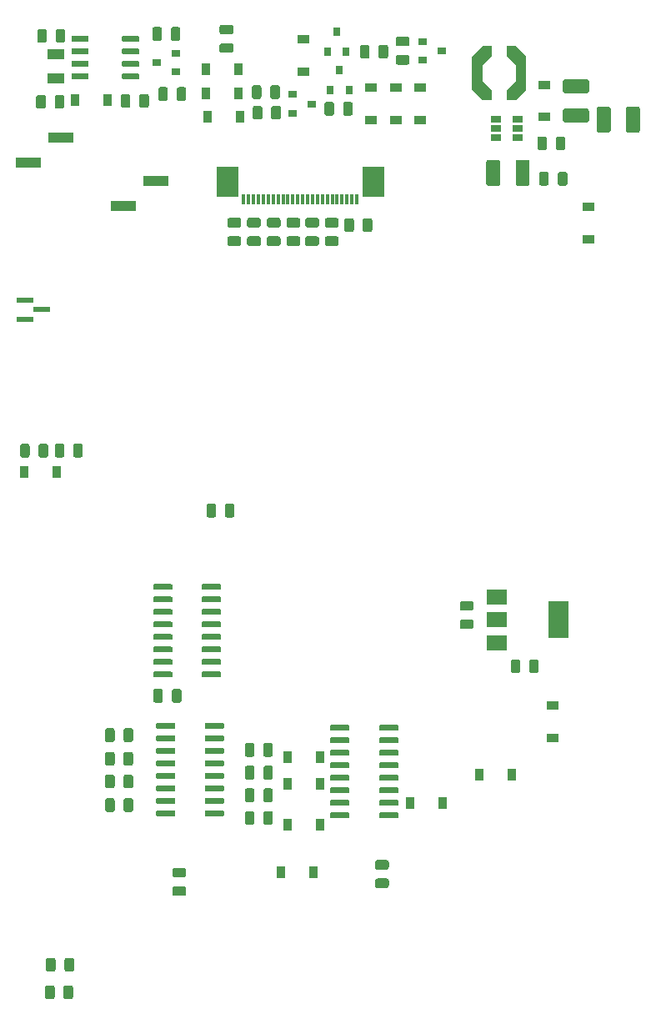
<source format=gbr>
G04 #@! TF.GenerationSoftware,KiCad,Pcbnew,5.1.5+dfsg1-2build2*
G04 #@! TF.CreationDate,2022-08-24T07:57:04+01:00*
G04 #@! TF.ProjectId,psion-org2-main,7073696f-6e2d-46f7-9267-322d6d61696e,rev?*
G04 #@! TF.SameCoordinates,Original*
G04 #@! TF.FileFunction,Paste,Bot*
G04 #@! TF.FilePolarity,Positive*
%FSLAX46Y46*%
G04 Gerber Fmt 4.6, Leading zero omitted, Abs format (unit mm)*
G04 Created by KiCad (PCBNEW 5.1.5+dfsg1-2build2) date 2022-08-24 07:57:04*
%MOMM*%
%LPD*%
G04 APERTURE LIST*
%ADD10C,0.100000*%
%ADD11R,0.900000X1.200000*%
%ADD12R,0.900000X0.800000*%
%ADD13R,1.200000X0.900000*%
%ADD14R,1.800000X1.000000*%
%ADD15R,0.800000X0.900000*%
%ADD16R,2.510000X1.000000*%
%ADD17R,2.300000X3.100000*%
%ADD18R,0.300000X1.100000*%
%ADD19R,2.000000X1.500000*%
%ADD20R,2.000000X3.800000*%
%ADD21R,1.060000X0.650000*%
%ADD22R,1.750000X0.600000*%
G04 APERTURE END LIST*
D10*
G36*
X165114703Y-125745722D02*
G01*
X165129264Y-125747882D01*
X165143543Y-125751459D01*
X165157403Y-125756418D01*
X165170710Y-125762712D01*
X165183336Y-125770280D01*
X165195159Y-125779048D01*
X165206066Y-125788934D01*
X165215952Y-125799841D01*
X165224720Y-125811664D01*
X165232288Y-125824290D01*
X165238582Y-125837597D01*
X165243541Y-125851457D01*
X165247118Y-125865736D01*
X165249278Y-125880297D01*
X165250000Y-125895000D01*
X165250000Y-126195000D01*
X165249278Y-126209703D01*
X165247118Y-126224264D01*
X165243541Y-126238543D01*
X165238582Y-126252403D01*
X165232288Y-126265710D01*
X165224720Y-126278336D01*
X165215952Y-126290159D01*
X165206066Y-126301066D01*
X165195159Y-126310952D01*
X165183336Y-126319720D01*
X165170710Y-126327288D01*
X165157403Y-126333582D01*
X165143543Y-126338541D01*
X165129264Y-126342118D01*
X165114703Y-126344278D01*
X165100000Y-126345000D01*
X163450000Y-126345000D01*
X163435297Y-126344278D01*
X163420736Y-126342118D01*
X163406457Y-126338541D01*
X163392597Y-126333582D01*
X163379290Y-126327288D01*
X163366664Y-126319720D01*
X163354841Y-126310952D01*
X163343934Y-126301066D01*
X163334048Y-126290159D01*
X163325280Y-126278336D01*
X163317712Y-126265710D01*
X163311418Y-126252403D01*
X163306459Y-126238543D01*
X163302882Y-126224264D01*
X163300722Y-126209703D01*
X163300000Y-126195000D01*
X163300000Y-125895000D01*
X163300722Y-125880297D01*
X163302882Y-125865736D01*
X163306459Y-125851457D01*
X163311418Y-125837597D01*
X163317712Y-125824290D01*
X163325280Y-125811664D01*
X163334048Y-125799841D01*
X163343934Y-125788934D01*
X163354841Y-125779048D01*
X163366664Y-125770280D01*
X163379290Y-125762712D01*
X163392597Y-125756418D01*
X163406457Y-125751459D01*
X163420736Y-125747882D01*
X163435297Y-125745722D01*
X163450000Y-125745000D01*
X165100000Y-125745000D01*
X165114703Y-125745722D01*
G37*
G36*
X165114703Y-124475722D02*
G01*
X165129264Y-124477882D01*
X165143543Y-124481459D01*
X165157403Y-124486418D01*
X165170710Y-124492712D01*
X165183336Y-124500280D01*
X165195159Y-124509048D01*
X165206066Y-124518934D01*
X165215952Y-124529841D01*
X165224720Y-124541664D01*
X165232288Y-124554290D01*
X165238582Y-124567597D01*
X165243541Y-124581457D01*
X165247118Y-124595736D01*
X165249278Y-124610297D01*
X165250000Y-124625000D01*
X165250000Y-124925000D01*
X165249278Y-124939703D01*
X165247118Y-124954264D01*
X165243541Y-124968543D01*
X165238582Y-124982403D01*
X165232288Y-124995710D01*
X165224720Y-125008336D01*
X165215952Y-125020159D01*
X165206066Y-125031066D01*
X165195159Y-125040952D01*
X165183336Y-125049720D01*
X165170710Y-125057288D01*
X165157403Y-125063582D01*
X165143543Y-125068541D01*
X165129264Y-125072118D01*
X165114703Y-125074278D01*
X165100000Y-125075000D01*
X163450000Y-125075000D01*
X163435297Y-125074278D01*
X163420736Y-125072118D01*
X163406457Y-125068541D01*
X163392597Y-125063582D01*
X163379290Y-125057288D01*
X163366664Y-125049720D01*
X163354841Y-125040952D01*
X163343934Y-125031066D01*
X163334048Y-125020159D01*
X163325280Y-125008336D01*
X163317712Y-124995710D01*
X163311418Y-124982403D01*
X163306459Y-124968543D01*
X163302882Y-124954264D01*
X163300722Y-124939703D01*
X163300000Y-124925000D01*
X163300000Y-124625000D01*
X163300722Y-124610297D01*
X163302882Y-124595736D01*
X163306459Y-124581457D01*
X163311418Y-124567597D01*
X163317712Y-124554290D01*
X163325280Y-124541664D01*
X163334048Y-124529841D01*
X163343934Y-124518934D01*
X163354841Y-124509048D01*
X163366664Y-124500280D01*
X163379290Y-124492712D01*
X163392597Y-124486418D01*
X163406457Y-124481459D01*
X163420736Y-124477882D01*
X163435297Y-124475722D01*
X163450000Y-124475000D01*
X165100000Y-124475000D01*
X165114703Y-124475722D01*
G37*
G36*
X165114703Y-123205722D02*
G01*
X165129264Y-123207882D01*
X165143543Y-123211459D01*
X165157403Y-123216418D01*
X165170710Y-123222712D01*
X165183336Y-123230280D01*
X165195159Y-123239048D01*
X165206066Y-123248934D01*
X165215952Y-123259841D01*
X165224720Y-123271664D01*
X165232288Y-123284290D01*
X165238582Y-123297597D01*
X165243541Y-123311457D01*
X165247118Y-123325736D01*
X165249278Y-123340297D01*
X165250000Y-123355000D01*
X165250000Y-123655000D01*
X165249278Y-123669703D01*
X165247118Y-123684264D01*
X165243541Y-123698543D01*
X165238582Y-123712403D01*
X165232288Y-123725710D01*
X165224720Y-123738336D01*
X165215952Y-123750159D01*
X165206066Y-123761066D01*
X165195159Y-123770952D01*
X165183336Y-123779720D01*
X165170710Y-123787288D01*
X165157403Y-123793582D01*
X165143543Y-123798541D01*
X165129264Y-123802118D01*
X165114703Y-123804278D01*
X165100000Y-123805000D01*
X163450000Y-123805000D01*
X163435297Y-123804278D01*
X163420736Y-123802118D01*
X163406457Y-123798541D01*
X163392597Y-123793582D01*
X163379290Y-123787288D01*
X163366664Y-123779720D01*
X163354841Y-123770952D01*
X163343934Y-123761066D01*
X163334048Y-123750159D01*
X163325280Y-123738336D01*
X163317712Y-123725710D01*
X163311418Y-123712403D01*
X163306459Y-123698543D01*
X163302882Y-123684264D01*
X163300722Y-123669703D01*
X163300000Y-123655000D01*
X163300000Y-123355000D01*
X163300722Y-123340297D01*
X163302882Y-123325736D01*
X163306459Y-123311457D01*
X163311418Y-123297597D01*
X163317712Y-123284290D01*
X163325280Y-123271664D01*
X163334048Y-123259841D01*
X163343934Y-123248934D01*
X163354841Y-123239048D01*
X163366664Y-123230280D01*
X163379290Y-123222712D01*
X163392597Y-123216418D01*
X163406457Y-123211459D01*
X163420736Y-123207882D01*
X163435297Y-123205722D01*
X163450000Y-123205000D01*
X165100000Y-123205000D01*
X165114703Y-123205722D01*
G37*
G36*
X165114703Y-121935722D02*
G01*
X165129264Y-121937882D01*
X165143543Y-121941459D01*
X165157403Y-121946418D01*
X165170710Y-121952712D01*
X165183336Y-121960280D01*
X165195159Y-121969048D01*
X165206066Y-121978934D01*
X165215952Y-121989841D01*
X165224720Y-122001664D01*
X165232288Y-122014290D01*
X165238582Y-122027597D01*
X165243541Y-122041457D01*
X165247118Y-122055736D01*
X165249278Y-122070297D01*
X165250000Y-122085000D01*
X165250000Y-122385000D01*
X165249278Y-122399703D01*
X165247118Y-122414264D01*
X165243541Y-122428543D01*
X165238582Y-122442403D01*
X165232288Y-122455710D01*
X165224720Y-122468336D01*
X165215952Y-122480159D01*
X165206066Y-122491066D01*
X165195159Y-122500952D01*
X165183336Y-122509720D01*
X165170710Y-122517288D01*
X165157403Y-122523582D01*
X165143543Y-122528541D01*
X165129264Y-122532118D01*
X165114703Y-122534278D01*
X165100000Y-122535000D01*
X163450000Y-122535000D01*
X163435297Y-122534278D01*
X163420736Y-122532118D01*
X163406457Y-122528541D01*
X163392597Y-122523582D01*
X163379290Y-122517288D01*
X163366664Y-122509720D01*
X163354841Y-122500952D01*
X163343934Y-122491066D01*
X163334048Y-122480159D01*
X163325280Y-122468336D01*
X163317712Y-122455710D01*
X163311418Y-122442403D01*
X163306459Y-122428543D01*
X163302882Y-122414264D01*
X163300722Y-122399703D01*
X163300000Y-122385000D01*
X163300000Y-122085000D01*
X163300722Y-122070297D01*
X163302882Y-122055736D01*
X163306459Y-122041457D01*
X163311418Y-122027597D01*
X163317712Y-122014290D01*
X163325280Y-122001664D01*
X163334048Y-121989841D01*
X163343934Y-121978934D01*
X163354841Y-121969048D01*
X163366664Y-121960280D01*
X163379290Y-121952712D01*
X163392597Y-121946418D01*
X163406457Y-121941459D01*
X163420736Y-121937882D01*
X163435297Y-121935722D01*
X163450000Y-121935000D01*
X165100000Y-121935000D01*
X165114703Y-121935722D01*
G37*
G36*
X165114703Y-120665722D02*
G01*
X165129264Y-120667882D01*
X165143543Y-120671459D01*
X165157403Y-120676418D01*
X165170710Y-120682712D01*
X165183336Y-120690280D01*
X165195159Y-120699048D01*
X165206066Y-120708934D01*
X165215952Y-120719841D01*
X165224720Y-120731664D01*
X165232288Y-120744290D01*
X165238582Y-120757597D01*
X165243541Y-120771457D01*
X165247118Y-120785736D01*
X165249278Y-120800297D01*
X165250000Y-120815000D01*
X165250000Y-121115000D01*
X165249278Y-121129703D01*
X165247118Y-121144264D01*
X165243541Y-121158543D01*
X165238582Y-121172403D01*
X165232288Y-121185710D01*
X165224720Y-121198336D01*
X165215952Y-121210159D01*
X165206066Y-121221066D01*
X165195159Y-121230952D01*
X165183336Y-121239720D01*
X165170710Y-121247288D01*
X165157403Y-121253582D01*
X165143543Y-121258541D01*
X165129264Y-121262118D01*
X165114703Y-121264278D01*
X165100000Y-121265000D01*
X163450000Y-121265000D01*
X163435297Y-121264278D01*
X163420736Y-121262118D01*
X163406457Y-121258541D01*
X163392597Y-121253582D01*
X163379290Y-121247288D01*
X163366664Y-121239720D01*
X163354841Y-121230952D01*
X163343934Y-121221066D01*
X163334048Y-121210159D01*
X163325280Y-121198336D01*
X163317712Y-121185710D01*
X163311418Y-121172403D01*
X163306459Y-121158543D01*
X163302882Y-121144264D01*
X163300722Y-121129703D01*
X163300000Y-121115000D01*
X163300000Y-120815000D01*
X163300722Y-120800297D01*
X163302882Y-120785736D01*
X163306459Y-120771457D01*
X163311418Y-120757597D01*
X163317712Y-120744290D01*
X163325280Y-120731664D01*
X163334048Y-120719841D01*
X163343934Y-120708934D01*
X163354841Y-120699048D01*
X163366664Y-120690280D01*
X163379290Y-120682712D01*
X163392597Y-120676418D01*
X163406457Y-120671459D01*
X163420736Y-120667882D01*
X163435297Y-120665722D01*
X163450000Y-120665000D01*
X165100000Y-120665000D01*
X165114703Y-120665722D01*
G37*
G36*
X165114703Y-119395722D02*
G01*
X165129264Y-119397882D01*
X165143543Y-119401459D01*
X165157403Y-119406418D01*
X165170710Y-119412712D01*
X165183336Y-119420280D01*
X165195159Y-119429048D01*
X165206066Y-119438934D01*
X165215952Y-119449841D01*
X165224720Y-119461664D01*
X165232288Y-119474290D01*
X165238582Y-119487597D01*
X165243541Y-119501457D01*
X165247118Y-119515736D01*
X165249278Y-119530297D01*
X165250000Y-119545000D01*
X165250000Y-119845000D01*
X165249278Y-119859703D01*
X165247118Y-119874264D01*
X165243541Y-119888543D01*
X165238582Y-119902403D01*
X165232288Y-119915710D01*
X165224720Y-119928336D01*
X165215952Y-119940159D01*
X165206066Y-119951066D01*
X165195159Y-119960952D01*
X165183336Y-119969720D01*
X165170710Y-119977288D01*
X165157403Y-119983582D01*
X165143543Y-119988541D01*
X165129264Y-119992118D01*
X165114703Y-119994278D01*
X165100000Y-119995000D01*
X163450000Y-119995000D01*
X163435297Y-119994278D01*
X163420736Y-119992118D01*
X163406457Y-119988541D01*
X163392597Y-119983582D01*
X163379290Y-119977288D01*
X163366664Y-119969720D01*
X163354841Y-119960952D01*
X163343934Y-119951066D01*
X163334048Y-119940159D01*
X163325280Y-119928336D01*
X163317712Y-119915710D01*
X163311418Y-119902403D01*
X163306459Y-119888543D01*
X163302882Y-119874264D01*
X163300722Y-119859703D01*
X163300000Y-119845000D01*
X163300000Y-119545000D01*
X163300722Y-119530297D01*
X163302882Y-119515736D01*
X163306459Y-119501457D01*
X163311418Y-119487597D01*
X163317712Y-119474290D01*
X163325280Y-119461664D01*
X163334048Y-119449841D01*
X163343934Y-119438934D01*
X163354841Y-119429048D01*
X163366664Y-119420280D01*
X163379290Y-119412712D01*
X163392597Y-119406418D01*
X163406457Y-119401459D01*
X163420736Y-119397882D01*
X163435297Y-119395722D01*
X163450000Y-119395000D01*
X165100000Y-119395000D01*
X165114703Y-119395722D01*
G37*
G36*
X165114703Y-118125722D02*
G01*
X165129264Y-118127882D01*
X165143543Y-118131459D01*
X165157403Y-118136418D01*
X165170710Y-118142712D01*
X165183336Y-118150280D01*
X165195159Y-118159048D01*
X165206066Y-118168934D01*
X165215952Y-118179841D01*
X165224720Y-118191664D01*
X165232288Y-118204290D01*
X165238582Y-118217597D01*
X165243541Y-118231457D01*
X165247118Y-118245736D01*
X165249278Y-118260297D01*
X165250000Y-118275000D01*
X165250000Y-118575000D01*
X165249278Y-118589703D01*
X165247118Y-118604264D01*
X165243541Y-118618543D01*
X165238582Y-118632403D01*
X165232288Y-118645710D01*
X165224720Y-118658336D01*
X165215952Y-118670159D01*
X165206066Y-118681066D01*
X165195159Y-118690952D01*
X165183336Y-118699720D01*
X165170710Y-118707288D01*
X165157403Y-118713582D01*
X165143543Y-118718541D01*
X165129264Y-118722118D01*
X165114703Y-118724278D01*
X165100000Y-118725000D01*
X163450000Y-118725000D01*
X163435297Y-118724278D01*
X163420736Y-118722118D01*
X163406457Y-118718541D01*
X163392597Y-118713582D01*
X163379290Y-118707288D01*
X163366664Y-118699720D01*
X163354841Y-118690952D01*
X163343934Y-118681066D01*
X163334048Y-118670159D01*
X163325280Y-118658336D01*
X163317712Y-118645710D01*
X163311418Y-118632403D01*
X163306459Y-118618543D01*
X163302882Y-118604264D01*
X163300722Y-118589703D01*
X163300000Y-118575000D01*
X163300000Y-118275000D01*
X163300722Y-118260297D01*
X163302882Y-118245736D01*
X163306459Y-118231457D01*
X163311418Y-118217597D01*
X163317712Y-118204290D01*
X163325280Y-118191664D01*
X163334048Y-118179841D01*
X163343934Y-118168934D01*
X163354841Y-118159048D01*
X163366664Y-118150280D01*
X163379290Y-118142712D01*
X163392597Y-118136418D01*
X163406457Y-118131459D01*
X163420736Y-118127882D01*
X163435297Y-118125722D01*
X163450000Y-118125000D01*
X165100000Y-118125000D01*
X165114703Y-118125722D01*
G37*
G36*
X165114703Y-116855722D02*
G01*
X165129264Y-116857882D01*
X165143543Y-116861459D01*
X165157403Y-116866418D01*
X165170710Y-116872712D01*
X165183336Y-116880280D01*
X165195159Y-116889048D01*
X165206066Y-116898934D01*
X165215952Y-116909841D01*
X165224720Y-116921664D01*
X165232288Y-116934290D01*
X165238582Y-116947597D01*
X165243541Y-116961457D01*
X165247118Y-116975736D01*
X165249278Y-116990297D01*
X165250000Y-117005000D01*
X165250000Y-117305000D01*
X165249278Y-117319703D01*
X165247118Y-117334264D01*
X165243541Y-117348543D01*
X165238582Y-117362403D01*
X165232288Y-117375710D01*
X165224720Y-117388336D01*
X165215952Y-117400159D01*
X165206066Y-117411066D01*
X165195159Y-117420952D01*
X165183336Y-117429720D01*
X165170710Y-117437288D01*
X165157403Y-117443582D01*
X165143543Y-117448541D01*
X165129264Y-117452118D01*
X165114703Y-117454278D01*
X165100000Y-117455000D01*
X163450000Y-117455000D01*
X163435297Y-117454278D01*
X163420736Y-117452118D01*
X163406457Y-117448541D01*
X163392597Y-117443582D01*
X163379290Y-117437288D01*
X163366664Y-117429720D01*
X163354841Y-117420952D01*
X163343934Y-117411066D01*
X163334048Y-117400159D01*
X163325280Y-117388336D01*
X163317712Y-117375710D01*
X163311418Y-117362403D01*
X163306459Y-117348543D01*
X163302882Y-117334264D01*
X163300722Y-117319703D01*
X163300000Y-117305000D01*
X163300000Y-117005000D01*
X163300722Y-116990297D01*
X163302882Y-116975736D01*
X163306459Y-116961457D01*
X163311418Y-116947597D01*
X163317712Y-116934290D01*
X163325280Y-116921664D01*
X163334048Y-116909841D01*
X163343934Y-116898934D01*
X163354841Y-116889048D01*
X163366664Y-116880280D01*
X163379290Y-116872712D01*
X163392597Y-116866418D01*
X163406457Y-116861459D01*
X163420736Y-116857882D01*
X163435297Y-116855722D01*
X163450000Y-116855000D01*
X165100000Y-116855000D01*
X165114703Y-116855722D01*
G37*
G36*
X160164703Y-116855722D02*
G01*
X160179264Y-116857882D01*
X160193543Y-116861459D01*
X160207403Y-116866418D01*
X160220710Y-116872712D01*
X160233336Y-116880280D01*
X160245159Y-116889048D01*
X160256066Y-116898934D01*
X160265952Y-116909841D01*
X160274720Y-116921664D01*
X160282288Y-116934290D01*
X160288582Y-116947597D01*
X160293541Y-116961457D01*
X160297118Y-116975736D01*
X160299278Y-116990297D01*
X160300000Y-117005000D01*
X160300000Y-117305000D01*
X160299278Y-117319703D01*
X160297118Y-117334264D01*
X160293541Y-117348543D01*
X160288582Y-117362403D01*
X160282288Y-117375710D01*
X160274720Y-117388336D01*
X160265952Y-117400159D01*
X160256066Y-117411066D01*
X160245159Y-117420952D01*
X160233336Y-117429720D01*
X160220710Y-117437288D01*
X160207403Y-117443582D01*
X160193543Y-117448541D01*
X160179264Y-117452118D01*
X160164703Y-117454278D01*
X160150000Y-117455000D01*
X158500000Y-117455000D01*
X158485297Y-117454278D01*
X158470736Y-117452118D01*
X158456457Y-117448541D01*
X158442597Y-117443582D01*
X158429290Y-117437288D01*
X158416664Y-117429720D01*
X158404841Y-117420952D01*
X158393934Y-117411066D01*
X158384048Y-117400159D01*
X158375280Y-117388336D01*
X158367712Y-117375710D01*
X158361418Y-117362403D01*
X158356459Y-117348543D01*
X158352882Y-117334264D01*
X158350722Y-117319703D01*
X158350000Y-117305000D01*
X158350000Y-117005000D01*
X158350722Y-116990297D01*
X158352882Y-116975736D01*
X158356459Y-116961457D01*
X158361418Y-116947597D01*
X158367712Y-116934290D01*
X158375280Y-116921664D01*
X158384048Y-116909841D01*
X158393934Y-116898934D01*
X158404841Y-116889048D01*
X158416664Y-116880280D01*
X158429290Y-116872712D01*
X158442597Y-116866418D01*
X158456457Y-116861459D01*
X158470736Y-116857882D01*
X158485297Y-116855722D01*
X158500000Y-116855000D01*
X160150000Y-116855000D01*
X160164703Y-116855722D01*
G37*
G36*
X160164703Y-118125722D02*
G01*
X160179264Y-118127882D01*
X160193543Y-118131459D01*
X160207403Y-118136418D01*
X160220710Y-118142712D01*
X160233336Y-118150280D01*
X160245159Y-118159048D01*
X160256066Y-118168934D01*
X160265952Y-118179841D01*
X160274720Y-118191664D01*
X160282288Y-118204290D01*
X160288582Y-118217597D01*
X160293541Y-118231457D01*
X160297118Y-118245736D01*
X160299278Y-118260297D01*
X160300000Y-118275000D01*
X160300000Y-118575000D01*
X160299278Y-118589703D01*
X160297118Y-118604264D01*
X160293541Y-118618543D01*
X160288582Y-118632403D01*
X160282288Y-118645710D01*
X160274720Y-118658336D01*
X160265952Y-118670159D01*
X160256066Y-118681066D01*
X160245159Y-118690952D01*
X160233336Y-118699720D01*
X160220710Y-118707288D01*
X160207403Y-118713582D01*
X160193543Y-118718541D01*
X160179264Y-118722118D01*
X160164703Y-118724278D01*
X160150000Y-118725000D01*
X158500000Y-118725000D01*
X158485297Y-118724278D01*
X158470736Y-118722118D01*
X158456457Y-118718541D01*
X158442597Y-118713582D01*
X158429290Y-118707288D01*
X158416664Y-118699720D01*
X158404841Y-118690952D01*
X158393934Y-118681066D01*
X158384048Y-118670159D01*
X158375280Y-118658336D01*
X158367712Y-118645710D01*
X158361418Y-118632403D01*
X158356459Y-118618543D01*
X158352882Y-118604264D01*
X158350722Y-118589703D01*
X158350000Y-118575000D01*
X158350000Y-118275000D01*
X158350722Y-118260297D01*
X158352882Y-118245736D01*
X158356459Y-118231457D01*
X158361418Y-118217597D01*
X158367712Y-118204290D01*
X158375280Y-118191664D01*
X158384048Y-118179841D01*
X158393934Y-118168934D01*
X158404841Y-118159048D01*
X158416664Y-118150280D01*
X158429290Y-118142712D01*
X158442597Y-118136418D01*
X158456457Y-118131459D01*
X158470736Y-118127882D01*
X158485297Y-118125722D01*
X158500000Y-118125000D01*
X160150000Y-118125000D01*
X160164703Y-118125722D01*
G37*
G36*
X160164703Y-119395722D02*
G01*
X160179264Y-119397882D01*
X160193543Y-119401459D01*
X160207403Y-119406418D01*
X160220710Y-119412712D01*
X160233336Y-119420280D01*
X160245159Y-119429048D01*
X160256066Y-119438934D01*
X160265952Y-119449841D01*
X160274720Y-119461664D01*
X160282288Y-119474290D01*
X160288582Y-119487597D01*
X160293541Y-119501457D01*
X160297118Y-119515736D01*
X160299278Y-119530297D01*
X160300000Y-119545000D01*
X160300000Y-119845000D01*
X160299278Y-119859703D01*
X160297118Y-119874264D01*
X160293541Y-119888543D01*
X160288582Y-119902403D01*
X160282288Y-119915710D01*
X160274720Y-119928336D01*
X160265952Y-119940159D01*
X160256066Y-119951066D01*
X160245159Y-119960952D01*
X160233336Y-119969720D01*
X160220710Y-119977288D01*
X160207403Y-119983582D01*
X160193543Y-119988541D01*
X160179264Y-119992118D01*
X160164703Y-119994278D01*
X160150000Y-119995000D01*
X158500000Y-119995000D01*
X158485297Y-119994278D01*
X158470736Y-119992118D01*
X158456457Y-119988541D01*
X158442597Y-119983582D01*
X158429290Y-119977288D01*
X158416664Y-119969720D01*
X158404841Y-119960952D01*
X158393934Y-119951066D01*
X158384048Y-119940159D01*
X158375280Y-119928336D01*
X158367712Y-119915710D01*
X158361418Y-119902403D01*
X158356459Y-119888543D01*
X158352882Y-119874264D01*
X158350722Y-119859703D01*
X158350000Y-119845000D01*
X158350000Y-119545000D01*
X158350722Y-119530297D01*
X158352882Y-119515736D01*
X158356459Y-119501457D01*
X158361418Y-119487597D01*
X158367712Y-119474290D01*
X158375280Y-119461664D01*
X158384048Y-119449841D01*
X158393934Y-119438934D01*
X158404841Y-119429048D01*
X158416664Y-119420280D01*
X158429290Y-119412712D01*
X158442597Y-119406418D01*
X158456457Y-119401459D01*
X158470736Y-119397882D01*
X158485297Y-119395722D01*
X158500000Y-119395000D01*
X160150000Y-119395000D01*
X160164703Y-119395722D01*
G37*
G36*
X160164703Y-120665722D02*
G01*
X160179264Y-120667882D01*
X160193543Y-120671459D01*
X160207403Y-120676418D01*
X160220710Y-120682712D01*
X160233336Y-120690280D01*
X160245159Y-120699048D01*
X160256066Y-120708934D01*
X160265952Y-120719841D01*
X160274720Y-120731664D01*
X160282288Y-120744290D01*
X160288582Y-120757597D01*
X160293541Y-120771457D01*
X160297118Y-120785736D01*
X160299278Y-120800297D01*
X160300000Y-120815000D01*
X160300000Y-121115000D01*
X160299278Y-121129703D01*
X160297118Y-121144264D01*
X160293541Y-121158543D01*
X160288582Y-121172403D01*
X160282288Y-121185710D01*
X160274720Y-121198336D01*
X160265952Y-121210159D01*
X160256066Y-121221066D01*
X160245159Y-121230952D01*
X160233336Y-121239720D01*
X160220710Y-121247288D01*
X160207403Y-121253582D01*
X160193543Y-121258541D01*
X160179264Y-121262118D01*
X160164703Y-121264278D01*
X160150000Y-121265000D01*
X158500000Y-121265000D01*
X158485297Y-121264278D01*
X158470736Y-121262118D01*
X158456457Y-121258541D01*
X158442597Y-121253582D01*
X158429290Y-121247288D01*
X158416664Y-121239720D01*
X158404841Y-121230952D01*
X158393934Y-121221066D01*
X158384048Y-121210159D01*
X158375280Y-121198336D01*
X158367712Y-121185710D01*
X158361418Y-121172403D01*
X158356459Y-121158543D01*
X158352882Y-121144264D01*
X158350722Y-121129703D01*
X158350000Y-121115000D01*
X158350000Y-120815000D01*
X158350722Y-120800297D01*
X158352882Y-120785736D01*
X158356459Y-120771457D01*
X158361418Y-120757597D01*
X158367712Y-120744290D01*
X158375280Y-120731664D01*
X158384048Y-120719841D01*
X158393934Y-120708934D01*
X158404841Y-120699048D01*
X158416664Y-120690280D01*
X158429290Y-120682712D01*
X158442597Y-120676418D01*
X158456457Y-120671459D01*
X158470736Y-120667882D01*
X158485297Y-120665722D01*
X158500000Y-120665000D01*
X160150000Y-120665000D01*
X160164703Y-120665722D01*
G37*
G36*
X160164703Y-121935722D02*
G01*
X160179264Y-121937882D01*
X160193543Y-121941459D01*
X160207403Y-121946418D01*
X160220710Y-121952712D01*
X160233336Y-121960280D01*
X160245159Y-121969048D01*
X160256066Y-121978934D01*
X160265952Y-121989841D01*
X160274720Y-122001664D01*
X160282288Y-122014290D01*
X160288582Y-122027597D01*
X160293541Y-122041457D01*
X160297118Y-122055736D01*
X160299278Y-122070297D01*
X160300000Y-122085000D01*
X160300000Y-122385000D01*
X160299278Y-122399703D01*
X160297118Y-122414264D01*
X160293541Y-122428543D01*
X160288582Y-122442403D01*
X160282288Y-122455710D01*
X160274720Y-122468336D01*
X160265952Y-122480159D01*
X160256066Y-122491066D01*
X160245159Y-122500952D01*
X160233336Y-122509720D01*
X160220710Y-122517288D01*
X160207403Y-122523582D01*
X160193543Y-122528541D01*
X160179264Y-122532118D01*
X160164703Y-122534278D01*
X160150000Y-122535000D01*
X158500000Y-122535000D01*
X158485297Y-122534278D01*
X158470736Y-122532118D01*
X158456457Y-122528541D01*
X158442597Y-122523582D01*
X158429290Y-122517288D01*
X158416664Y-122509720D01*
X158404841Y-122500952D01*
X158393934Y-122491066D01*
X158384048Y-122480159D01*
X158375280Y-122468336D01*
X158367712Y-122455710D01*
X158361418Y-122442403D01*
X158356459Y-122428543D01*
X158352882Y-122414264D01*
X158350722Y-122399703D01*
X158350000Y-122385000D01*
X158350000Y-122085000D01*
X158350722Y-122070297D01*
X158352882Y-122055736D01*
X158356459Y-122041457D01*
X158361418Y-122027597D01*
X158367712Y-122014290D01*
X158375280Y-122001664D01*
X158384048Y-121989841D01*
X158393934Y-121978934D01*
X158404841Y-121969048D01*
X158416664Y-121960280D01*
X158429290Y-121952712D01*
X158442597Y-121946418D01*
X158456457Y-121941459D01*
X158470736Y-121937882D01*
X158485297Y-121935722D01*
X158500000Y-121935000D01*
X160150000Y-121935000D01*
X160164703Y-121935722D01*
G37*
G36*
X160164703Y-123205722D02*
G01*
X160179264Y-123207882D01*
X160193543Y-123211459D01*
X160207403Y-123216418D01*
X160220710Y-123222712D01*
X160233336Y-123230280D01*
X160245159Y-123239048D01*
X160256066Y-123248934D01*
X160265952Y-123259841D01*
X160274720Y-123271664D01*
X160282288Y-123284290D01*
X160288582Y-123297597D01*
X160293541Y-123311457D01*
X160297118Y-123325736D01*
X160299278Y-123340297D01*
X160300000Y-123355000D01*
X160300000Y-123655000D01*
X160299278Y-123669703D01*
X160297118Y-123684264D01*
X160293541Y-123698543D01*
X160288582Y-123712403D01*
X160282288Y-123725710D01*
X160274720Y-123738336D01*
X160265952Y-123750159D01*
X160256066Y-123761066D01*
X160245159Y-123770952D01*
X160233336Y-123779720D01*
X160220710Y-123787288D01*
X160207403Y-123793582D01*
X160193543Y-123798541D01*
X160179264Y-123802118D01*
X160164703Y-123804278D01*
X160150000Y-123805000D01*
X158500000Y-123805000D01*
X158485297Y-123804278D01*
X158470736Y-123802118D01*
X158456457Y-123798541D01*
X158442597Y-123793582D01*
X158429290Y-123787288D01*
X158416664Y-123779720D01*
X158404841Y-123770952D01*
X158393934Y-123761066D01*
X158384048Y-123750159D01*
X158375280Y-123738336D01*
X158367712Y-123725710D01*
X158361418Y-123712403D01*
X158356459Y-123698543D01*
X158352882Y-123684264D01*
X158350722Y-123669703D01*
X158350000Y-123655000D01*
X158350000Y-123355000D01*
X158350722Y-123340297D01*
X158352882Y-123325736D01*
X158356459Y-123311457D01*
X158361418Y-123297597D01*
X158367712Y-123284290D01*
X158375280Y-123271664D01*
X158384048Y-123259841D01*
X158393934Y-123248934D01*
X158404841Y-123239048D01*
X158416664Y-123230280D01*
X158429290Y-123222712D01*
X158442597Y-123216418D01*
X158456457Y-123211459D01*
X158470736Y-123207882D01*
X158485297Y-123205722D01*
X158500000Y-123205000D01*
X160150000Y-123205000D01*
X160164703Y-123205722D01*
G37*
G36*
X160164703Y-124475722D02*
G01*
X160179264Y-124477882D01*
X160193543Y-124481459D01*
X160207403Y-124486418D01*
X160220710Y-124492712D01*
X160233336Y-124500280D01*
X160245159Y-124509048D01*
X160256066Y-124518934D01*
X160265952Y-124529841D01*
X160274720Y-124541664D01*
X160282288Y-124554290D01*
X160288582Y-124567597D01*
X160293541Y-124581457D01*
X160297118Y-124595736D01*
X160299278Y-124610297D01*
X160300000Y-124625000D01*
X160300000Y-124925000D01*
X160299278Y-124939703D01*
X160297118Y-124954264D01*
X160293541Y-124968543D01*
X160288582Y-124982403D01*
X160282288Y-124995710D01*
X160274720Y-125008336D01*
X160265952Y-125020159D01*
X160256066Y-125031066D01*
X160245159Y-125040952D01*
X160233336Y-125049720D01*
X160220710Y-125057288D01*
X160207403Y-125063582D01*
X160193543Y-125068541D01*
X160179264Y-125072118D01*
X160164703Y-125074278D01*
X160150000Y-125075000D01*
X158500000Y-125075000D01*
X158485297Y-125074278D01*
X158470736Y-125072118D01*
X158456457Y-125068541D01*
X158442597Y-125063582D01*
X158429290Y-125057288D01*
X158416664Y-125049720D01*
X158404841Y-125040952D01*
X158393934Y-125031066D01*
X158384048Y-125020159D01*
X158375280Y-125008336D01*
X158367712Y-124995710D01*
X158361418Y-124982403D01*
X158356459Y-124968543D01*
X158352882Y-124954264D01*
X158350722Y-124939703D01*
X158350000Y-124925000D01*
X158350000Y-124625000D01*
X158350722Y-124610297D01*
X158352882Y-124595736D01*
X158356459Y-124581457D01*
X158361418Y-124567597D01*
X158367712Y-124554290D01*
X158375280Y-124541664D01*
X158384048Y-124529841D01*
X158393934Y-124518934D01*
X158404841Y-124509048D01*
X158416664Y-124500280D01*
X158429290Y-124492712D01*
X158442597Y-124486418D01*
X158456457Y-124481459D01*
X158470736Y-124477882D01*
X158485297Y-124475722D01*
X158500000Y-124475000D01*
X160150000Y-124475000D01*
X160164703Y-124475722D01*
G37*
G36*
X160164703Y-125745722D02*
G01*
X160179264Y-125747882D01*
X160193543Y-125751459D01*
X160207403Y-125756418D01*
X160220710Y-125762712D01*
X160233336Y-125770280D01*
X160245159Y-125779048D01*
X160256066Y-125788934D01*
X160265952Y-125799841D01*
X160274720Y-125811664D01*
X160282288Y-125824290D01*
X160288582Y-125837597D01*
X160293541Y-125851457D01*
X160297118Y-125865736D01*
X160299278Y-125880297D01*
X160300000Y-125895000D01*
X160300000Y-126195000D01*
X160299278Y-126209703D01*
X160297118Y-126224264D01*
X160293541Y-126238543D01*
X160288582Y-126252403D01*
X160282288Y-126265710D01*
X160274720Y-126278336D01*
X160265952Y-126290159D01*
X160256066Y-126301066D01*
X160245159Y-126310952D01*
X160233336Y-126319720D01*
X160220710Y-126327288D01*
X160207403Y-126333582D01*
X160193543Y-126338541D01*
X160179264Y-126342118D01*
X160164703Y-126344278D01*
X160150000Y-126345000D01*
X158500000Y-126345000D01*
X158485297Y-126344278D01*
X158470736Y-126342118D01*
X158456457Y-126338541D01*
X158442597Y-126333582D01*
X158429290Y-126327288D01*
X158416664Y-126319720D01*
X158404841Y-126310952D01*
X158393934Y-126301066D01*
X158384048Y-126290159D01*
X158375280Y-126278336D01*
X158367712Y-126265710D01*
X158361418Y-126252403D01*
X158356459Y-126238543D01*
X158352882Y-126224264D01*
X158350722Y-126209703D01*
X158350000Y-126195000D01*
X158350000Y-125895000D01*
X158350722Y-125880297D01*
X158352882Y-125865736D01*
X158356459Y-125851457D01*
X158361418Y-125837597D01*
X158367712Y-125824290D01*
X158375280Y-125811664D01*
X158384048Y-125799841D01*
X158393934Y-125788934D01*
X158404841Y-125779048D01*
X158416664Y-125770280D01*
X158429290Y-125762712D01*
X158442597Y-125756418D01*
X158456457Y-125751459D01*
X158470736Y-125747882D01*
X158485297Y-125745722D01*
X158500000Y-125745000D01*
X160150000Y-125745000D01*
X160164703Y-125745722D01*
G37*
D11*
X163850000Y-69400000D03*
X167150000Y-69400000D03*
D10*
G36*
X171105142Y-68301174D02*
G01*
X171128803Y-68304684D01*
X171152007Y-68310496D01*
X171174529Y-68318554D01*
X171196153Y-68328782D01*
X171216670Y-68341079D01*
X171235883Y-68355329D01*
X171253607Y-68371393D01*
X171269671Y-68389117D01*
X171283921Y-68408330D01*
X171296218Y-68428847D01*
X171306446Y-68450471D01*
X171314504Y-68472993D01*
X171320316Y-68496197D01*
X171323826Y-68519858D01*
X171325000Y-68543750D01*
X171325000Y-69456250D01*
X171323826Y-69480142D01*
X171320316Y-69503803D01*
X171314504Y-69527007D01*
X171306446Y-69549529D01*
X171296218Y-69571153D01*
X171283921Y-69591670D01*
X171269671Y-69610883D01*
X171253607Y-69628607D01*
X171235883Y-69644671D01*
X171216670Y-69658921D01*
X171196153Y-69671218D01*
X171174529Y-69681446D01*
X171152007Y-69689504D01*
X171128803Y-69695316D01*
X171105142Y-69698826D01*
X171081250Y-69700000D01*
X170593750Y-69700000D01*
X170569858Y-69698826D01*
X170546197Y-69695316D01*
X170522993Y-69689504D01*
X170500471Y-69681446D01*
X170478847Y-69671218D01*
X170458330Y-69658921D01*
X170439117Y-69644671D01*
X170421393Y-69628607D01*
X170405329Y-69610883D01*
X170391079Y-69591670D01*
X170378782Y-69571153D01*
X170368554Y-69549529D01*
X170360496Y-69527007D01*
X170354684Y-69503803D01*
X170351174Y-69480142D01*
X170350000Y-69456250D01*
X170350000Y-68543750D01*
X170351174Y-68519858D01*
X170354684Y-68496197D01*
X170360496Y-68472993D01*
X170368554Y-68450471D01*
X170378782Y-68428847D01*
X170391079Y-68408330D01*
X170405329Y-68389117D01*
X170421393Y-68371393D01*
X170439117Y-68355329D01*
X170458330Y-68341079D01*
X170478847Y-68328782D01*
X170500471Y-68318554D01*
X170522993Y-68310496D01*
X170546197Y-68304684D01*
X170569858Y-68301174D01*
X170593750Y-68300000D01*
X171081250Y-68300000D01*
X171105142Y-68301174D01*
G37*
G36*
X169230142Y-68301174D02*
G01*
X169253803Y-68304684D01*
X169277007Y-68310496D01*
X169299529Y-68318554D01*
X169321153Y-68328782D01*
X169341670Y-68341079D01*
X169360883Y-68355329D01*
X169378607Y-68371393D01*
X169394671Y-68389117D01*
X169408921Y-68408330D01*
X169421218Y-68428847D01*
X169431446Y-68450471D01*
X169439504Y-68472993D01*
X169445316Y-68496197D01*
X169448826Y-68519858D01*
X169450000Y-68543750D01*
X169450000Y-69456250D01*
X169448826Y-69480142D01*
X169445316Y-69503803D01*
X169439504Y-69527007D01*
X169431446Y-69549529D01*
X169421218Y-69571153D01*
X169408921Y-69591670D01*
X169394671Y-69610883D01*
X169378607Y-69628607D01*
X169360883Y-69644671D01*
X169341670Y-69658921D01*
X169321153Y-69671218D01*
X169299529Y-69681446D01*
X169277007Y-69689504D01*
X169253803Y-69695316D01*
X169230142Y-69698826D01*
X169206250Y-69700000D01*
X168718750Y-69700000D01*
X168694858Y-69698826D01*
X168671197Y-69695316D01*
X168647993Y-69689504D01*
X168625471Y-69681446D01*
X168603847Y-69671218D01*
X168583330Y-69658921D01*
X168564117Y-69644671D01*
X168546393Y-69628607D01*
X168530329Y-69610883D01*
X168516079Y-69591670D01*
X168503782Y-69571153D01*
X168493554Y-69549529D01*
X168485496Y-69527007D01*
X168479684Y-69503803D01*
X168476174Y-69480142D01*
X168475000Y-69456250D01*
X168475000Y-68543750D01*
X168476174Y-68519858D01*
X168479684Y-68496197D01*
X168485496Y-68472993D01*
X168493554Y-68450471D01*
X168503782Y-68428847D01*
X168516079Y-68408330D01*
X168530329Y-68389117D01*
X168546393Y-68371393D01*
X168564117Y-68355329D01*
X168583330Y-68341079D01*
X168603847Y-68328782D01*
X168625471Y-68318554D01*
X168647993Y-68310496D01*
X168671197Y-68304684D01*
X168694858Y-68301174D01*
X168718750Y-68300000D01*
X169206250Y-68300000D01*
X169230142Y-68301174D01*
G37*
D12*
X158700000Y-63900000D03*
X160700000Y-64850000D03*
X160700000Y-62950000D03*
D10*
G36*
X160905142Y-60301174D02*
G01*
X160928803Y-60304684D01*
X160952007Y-60310496D01*
X160974529Y-60318554D01*
X160996153Y-60328782D01*
X161016670Y-60341079D01*
X161035883Y-60355329D01*
X161053607Y-60371393D01*
X161069671Y-60389117D01*
X161083921Y-60408330D01*
X161096218Y-60428847D01*
X161106446Y-60450471D01*
X161114504Y-60472993D01*
X161120316Y-60496197D01*
X161123826Y-60519858D01*
X161125000Y-60543750D01*
X161125000Y-61456250D01*
X161123826Y-61480142D01*
X161120316Y-61503803D01*
X161114504Y-61527007D01*
X161106446Y-61549529D01*
X161096218Y-61571153D01*
X161083921Y-61591670D01*
X161069671Y-61610883D01*
X161053607Y-61628607D01*
X161035883Y-61644671D01*
X161016670Y-61658921D01*
X160996153Y-61671218D01*
X160974529Y-61681446D01*
X160952007Y-61689504D01*
X160928803Y-61695316D01*
X160905142Y-61698826D01*
X160881250Y-61700000D01*
X160393750Y-61700000D01*
X160369858Y-61698826D01*
X160346197Y-61695316D01*
X160322993Y-61689504D01*
X160300471Y-61681446D01*
X160278847Y-61671218D01*
X160258330Y-61658921D01*
X160239117Y-61644671D01*
X160221393Y-61628607D01*
X160205329Y-61610883D01*
X160191079Y-61591670D01*
X160178782Y-61571153D01*
X160168554Y-61549529D01*
X160160496Y-61527007D01*
X160154684Y-61503803D01*
X160151174Y-61480142D01*
X160150000Y-61456250D01*
X160150000Y-60543750D01*
X160151174Y-60519858D01*
X160154684Y-60496197D01*
X160160496Y-60472993D01*
X160168554Y-60450471D01*
X160178782Y-60428847D01*
X160191079Y-60408330D01*
X160205329Y-60389117D01*
X160221393Y-60371393D01*
X160239117Y-60355329D01*
X160258330Y-60341079D01*
X160278847Y-60328782D01*
X160300471Y-60318554D01*
X160322993Y-60310496D01*
X160346197Y-60304684D01*
X160369858Y-60301174D01*
X160393750Y-60300000D01*
X160881250Y-60300000D01*
X160905142Y-60301174D01*
G37*
G36*
X159030142Y-60301174D02*
G01*
X159053803Y-60304684D01*
X159077007Y-60310496D01*
X159099529Y-60318554D01*
X159121153Y-60328782D01*
X159141670Y-60341079D01*
X159160883Y-60355329D01*
X159178607Y-60371393D01*
X159194671Y-60389117D01*
X159208921Y-60408330D01*
X159221218Y-60428847D01*
X159231446Y-60450471D01*
X159239504Y-60472993D01*
X159245316Y-60496197D01*
X159248826Y-60519858D01*
X159250000Y-60543750D01*
X159250000Y-61456250D01*
X159248826Y-61480142D01*
X159245316Y-61503803D01*
X159239504Y-61527007D01*
X159231446Y-61549529D01*
X159221218Y-61571153D01*
X159208921Y-61591670D01*
X159194671Y-61610883D01*
X159178607Y-61628607D01*
X159160883Y-61644671D01*
X159141670Y-61658921D01*
X159121153Y-61671218D01*
X159099529Y-61681446D01*
X159077007Y-61689504D01*
X159053803Y-61695316D01*
X159030142Y-61698826D01*
X159006250Y-61700000D01*
X158518750Y-61700000D01*
X158494858Y-61698826D01*
X158471197Y-61695316D01*
X158447993Y-61689504D01*
X158425471Y-61681446D01*
X158403847Y-61671218D01*
X158383330Y-61658921D01*
X158364117Y-61644671D01*
X158346393Y-61628607D01*
X158330329Y-61610883D01*
X158316079Y-61591670D01*
X158303782Y-61571153D01*
X158293554Y-61549529D01*
X158285496Y-61527007D01*
X158279684Y-61503803D01*
X158276174Y-61480142D01*
X158275000Y-61456250D01*
X158275000Y-60543750D01*
X158276174Y-60519858D01*
X158279684Y-60496197D01*
X158285496Y-60472993D01*
X158293554Y-60450471D01*
X158303782Y-60428847D01*
X158316079Y-60408330D01*
X158330329Y-60389117D01*
X158346393Y-60371393D01*
X158364117Y-60355329D01*
X158383330Y-60341079D01*
X158403847Y-60328782D01*
X158425471Y-60318554D01*
X158447993Y-60310496D01*
X158471197Y-60304684D01*
X158494858Y-60301174D01*
X158518750Y-60300000D01*
X159006250Y-60300000D01*
X159030142Y-60301174D01*
G37*
G36*
X182005142Y-62101174D02*
G01*
X182028803Y-62104684D01*
X182052007Y-62110496D01*
X182074529Y-62118554D01*
X182096153Y-62128782D01*
X182116670Y-62141079D01*
X182135883Y-62155329D01*
X182153607Y-62171393D01*
X182169671Y-62189117D01*
X182183921Y-62208330D01*
X182196218Y-62228847D01*
X182206446Y-62250471D01*
X182214504Y-62272993D01*
X182220316Y-62296197D01*
X182223826Y-62319858D01*
X182225000Y-62343750D01*
X182225000Y-63256250D01*
X182223826Y-63280142D01*
X182220316Y-63303803D01*
X182214504Y-63327007D01*
X182206446Y-63349529D01*
X182196218Y-63371153D01*
X182183921Y-63391670D01*
X182169671Y-63410883D01*
X182153607Y-63428607D01*
X182135883Y-63444671D01*
X182116670Y-63458921D01*
X182096153Y-63471218D01*
X182074529Y-63481446D01*
X182052007Y-63489504D01*
X182028803Y-63495316D01*
X182005142Y-63498826D01*
X181981250Y-63500000D01*
X181493750Y-63500000D01*
X181469858Y-63498826D01*
X181446197Y-63495316D01*
X181422993Y-63489504D01*
X181400471Y-63481446D01*
X181378847Y-63471218D01*
X181358330Y-63458921D01*
X181339117Y-63444671D01*
X181321393Y-63428607D01*
X181305329Y-63410883D01*
X181291079Y-63391670D01*
X181278782Y-63371153D01*
X181268554Y-63349529D01*
X181260496Y-63327007D01*
X181254684Y-63303803D01*
X181251174Y-63280142D01*
X181250000Y-63256250D01*
X181250000Y-62343750D01*
X181251174Y-62319858D01*
X181254684Y-62296197D01*
X181260496Y-62272993D01*
X181268554Y-62250471D01*
X181278782Y-62228847D01*
X181291079Y-62208330D01*
X181305329Y-62189117D01*
X181321393Y-62171393D01*
X181339117Y-62155329D01*
X181358330Y-62141079D01*
X181378847Y-62128782D01*
X181400471Y-62118554D01*
X181422993Y-62110496D01*
X181446197Y-62104684D01*
X181469858Y-62101174D01*
X181493750Y-62100000D01*
X181981250Y-62100000D01*
X182005142Y-62101174D01*
G37*
G36*
X180130142Y-62101174D02*
G01*
X180153803Y-62104684D01*
X180177007Y-62110496D01*
X180199529Y-62118554D01*
X180221153Y-62128782D01*
X180241670Y-62141079D01*
X180260883Y-62155329D01*
X180278607Y-62171393D01*
X180294671Y-62189117D01*
X180308921Y-62208330D01*
X180321218Y-62228847D01*
X180331446Y-62250471D01*
X180339504Y-62272993D01*
X180345316Y-62296197D01*
X180348826Y-62319858D01*
X180350000Y-62343750D01*
X180350000Y-63256250D01*
X180348826Y-63280142D01*
X180345316Y-63303803D01*
X180339504Y-63327007D01*
X180331446Y-63349529D01*
X180321218Y-63371153D01*
X180308921Y-63391670D01*
X180294671Y-63410883D01*
X180278607Y-63428607D01*
X180260883Y-63444671D01*
X180241670Y-63458921D01*
X180221153Y-63471218D01*
X180199529Y-63481446D01*
X180177007Y-63489504D01*
X180153803Y-63495316D01*
X180130142Y-63498826D01*
X180106250Y-63500000D01*
X179618750Y-63500000D01*
X179594858Y-63498826D01*
X179571197Y-63495316D01*
X179547993Y-63489504D01*
X179525471Y-63481446D01*
X179503847Y-63471218D01*
X179483330Y-63458921D01*
X179464117Y-63444671D01*
X179446393Y-63428607D01*
X179430329Y-63410883D01*
X179416079Y-63391670D01*
X179403782Y-63371153D01*
X179393554Y-63349529D01*
X179385496Y-63327007D01*
X179379684Y-63303803D01*
X179376174Y-63280142D01*
X179375000Y-63256250D01*
X179375000Y-62343750D01*
X179376174Y-62319858D01*
X179379684Y-62296197D01*
X179385496Y-62272993D01*
X179393554Y-62250471D01*
X179403782Y-62228847D01*
X179416079Y-62208330D01*
X179430329Y-62189117D01*
X179446393Y-62171393D01*
X179464117Y-62155329D01*
X179483330Y-62141079D01*
X179503847Y-62128782D01*
X179525471Y-62118554D01*
X179547993Y-62110496D01*
X179571197Y-62104684D01*
X179594858Y-62101174D01*
X179618750Y-62100000D01*
X180106250Y-62100000D01*
X180130142Y-62101174D01*
G37*
G36*
X161505142Y-66401174D02*
G01*
X161528803Y-66404684D01*
X161552007Y-66410496D01*
X161574529Y-66418554D01*
X161596153Y-66428782D01*
X161616670Y-66441079D01*
X161635883Y-66455329D01*
X161653607Y-66471393D01*
X161669671Y-66489117D01*
X161683921Y-66508330D01*
X161696218Y-66528847D01*
X161706446Y-66550471D01*
X161714504Y-66572993D01*
X161720316Y-66596197D01*
X161723826Y-66619858D01*
X161725000Y-66643750D01*
X161725000Y-67556250D01*
X161723826Y-67580142D01*
X161720316Y-67603803D01*
X161714504Y-67627007D01*
X161706446Y-67649529D01*
X161696218Y-67671153D01*
X161683921Y-67691670D01*
X161669671Y-67710883D01*
X161653607Y-67728607D01*
X161635883Y-67744671D01*
X161616670Y-67758921D01*
X161596153Y-67771218D01*
X161574529Y-67781446D01*
X161552007Y-67789504D01*
X161528803Y-67795316D01*
X161505142Y-67798826D01*
X161481250Y-67800000D01*
X160993750Y-67800000D01*
X160969858Y-67798826D01*
X160946197Y-67795316D01*
X160922993Y-67789504D01*
X160900471Y-67781446D01*
X160878847Y-67771218D01*
X160858330Y-67758921D01*
X160839117Y-67744671D01*
X160821393Y-67728607D01*
X160805329Y-67710883D01*
X160791079Y-67691670D01*
X160778782Y-67671153D01*
X160768554Y-67649529D01*
X160760496Y-67627007D01*
X160754684Y-67603803D01*
X160751174Y-67580142D01*
X160750000Y-67556250D01*
X160750000Y-66643750D01*
X160751174Y-66619858D01*
X160754684Y-66596197D01*
X160760496Y-66572993D01*
X160768554Y-66550471D01*
X160778782Y-66528847D01*
X160791079Y-66508330D01*
X160805329Y-66489117D01*
X160821393Y-66471393D01*
X160839117Y-66455329D01*
X160858330Y-66441079D01*
X160878847Y-66428782D01*
X160900471Y-66418554D01*
X160922993Y-66410496D01*
X160946197Y-66404684D01*
X160969858Y-66401174D01*
X160993750Y-66400000D01*
X161481250Y-66400000D01*
X161505142Y-66401174D01*
G37*
G36*
X159630142Y-66401174D02*
G01*
X159653803Y-66404684D01*
X159677007Y-66410496D01*
X159699529Y-66418554D01*
X159721153Y-66428782D01*
X159741670Y-66441079D01*
X159760883Y-66455329D01*
X159778607Y-66471393D01*
X159794671Y-66489117D01*
X159808921Y-66508330D01*
X159821218Y-66528847D01*
X159831446Y-66550471D01*
X159839504Y-66572993D01*
X159845316Y-66596197D01*
X159848826Y-66619858D01*
X159850000Y-66643750D01*
X159850000Y-67556250D01*
X159848826Y-67580142D01*
X159845316Y-67603803D01*
X159839504Y-67627007D01*
X159831446Y-67649529D01*
X159821218Y-67671153D01*
X159808921Y-67691670D01*
X159794671Y-67710883D01*
X159778607Y-67728607D01*
X159760883Y-67744671D01*
X159741670Y-67758921D01*
X159721153Y-67771218D01*
X159699529Y-67781446D01*
X159677007Y-67789504D01*
X159653803Y-67795316D01*
X159630142Y-67798826D01*
X159606250Y-67800000D01*
X159118750Y-67800000D01*
X159094858Y-67798826D01*
X159071197Y-67795316D01*
X159047993Y-67789504D01*
X159025471Y-67781446D01*
X159003847Y-67771218D01*
X158983330Y-67758921D01*
X158964117Y-67744671D01*
X158946393Y-67728607D01*
X158930329Y-67710883D01*
X158916079Y-67691670D01*
X158903782Y-67671153D01*
X158893554Y-67649529D01*
X158885496Y-67627007D01*
X158879684Y-67603803D01*
X158876174Y-67580142D01*
X158875000Y-67556250D01*
X158875000Y-66643750D01*
X158876174Y-66619858D01*
X158879684Y-66596197D01*
X158885496Y-66572993D01*
X158893554Y-66550471D01*
X158903782Y-66528847D01*
X158916079Y-66508330D01*
X158930329Y-66489117D01*
X158946393Y-66471393D01*
X158964117Y-66455329D01*
X158983330Y-66441079D01*
X159003847Y-66428782D01*
X159025471Y-66418554D01*
X159047993Y-66410496D01*
X159071197Y-66404684D01*
X159094858Y-66401174D01*
X159118750Y-66400000D01*
X159606250Y-66400000D01*
X159630142Y-66401174D01*
G37*
D11*
X175350000Y-134400000D03*
X172050000Y-134400000D03*
D13*
X198900000Y-132450000D03*
X198900000Y-129150000D03*
D11*
X191450000Y-136200000D03*
X194750000Y-136200000D03*
X175350000Y-137100000D03*
X172050000Y-137100000D03*
X174650000Y-146100000D03*
X171350000Y-146100000D03*
X175350000Y-141300000D03*
X172050000Y-141300000D03*
X184450000Y-139100000D03*
X187750000Y-139100000D03*
D13*
X173600000Y-61550000D03*
X173600000Y-64850000D03*
D10*
G36*
X161480142Y-147551174D02*
G01*
X161503803Y-147554684D01*
X161527007Y-147560496D01*
X161549529Y-147568554D01*
X161571153Y-147578782D01*
X161591670Y-147591079D01*
X161610883Y-147605329D01*
X161628607Y-147621393D01*
X161644671Y-147639117D01*
X161658921Y-147658330D01*
X161671218Y-147678847D01*
X161681446Y-147700471D01*
X161689504Y-147722993D01*
X161695316Y-147746197D01*
X161698826Y-147769858D01*
X161700000Y-147793750D01*
X161700000Y-148281250D01*
X161698826Y-148305142D01*
X161695316Y-148328803D01*
X161689504Y-148352007D01*
X161681446Y-148374529D01*
X161671218Y-148396153D01*
X161658921Y-148416670D01*
X161644671Y-148435883D01*
X161628607Y-148453607D01*
X161610883Y-148469671D01*
X161591670Y-148483921D01*
X161571153Y-148496218D01*
X161549529Y-148506446D01*
X161527007Y-148514504D01*
X161503803Y-148520316D01*
X161480142Y-148523826D01*
X161456250Y-148525000D01*
X160543750Y-148525000D01*
X160519858Y-148523826D01*
X160496197Y-148520316D01*
X160472993Y-148514504D01*
X160450471Y-148506446D01*
X160428847Y-148496218D01*
X160408330Y-148483921D01*
X160389117Y-148469671D01*
X160371393Y-148453607D01*
X160355329Y-148435883D01*
X160341079Y-148416670D01*
X160328782Y-148396153D01*
X160318554Y-148374529D01*
X160310496Y-148352007D01*
X160304684Y-148328803D01*
X160301174Y-148305142D01*
X160300000Y-148281250D01*
X160300000Y-147793750D01*
X160301174Y-147769858D01*
X160304684Y-147746197D01*
X160310496Y-147722993D01*
X160318554Y-147700471D01*
X160328782Y-147678847D01*
X160341079Y-147658330D01*
X160355329Y-147639117D01*
X160371393Y-147621393D01*
X160389117Y-147605329D01*
X160408330Y-147591079D01*
X160428847Y-147578782D01*
X160450471Y-147568554D01*
X160472993Y-147560496D01*
X160496197Y-147554684D01*
X160519858Y-147551174D01*
X160543750Y-147550000D01*
X161456250Y-147550000D01*
X161480142Y-147551174D01*
G37*
G36*
X161480142Y-145676174D02*
G01*
X161503803Y-145679684D01*
X161527007Y-145685496D01*
X161549529Y-145693554D01*
X161571153Y-145703782D01*
X161591670Y-145716079D01*
X161610883Y-145730329D01*
X161628607Y-145746393D01*
X161644671Y-145764117D01*
X161658921Y-145783330D01*
X161671218Y-145803847D01*
X161681446Y-145825471D01*
X161689504Y-145847993D01*
X161695316Y-145871197D01*
X161698826Y-145894858D01*
X161700000Y-145918750D01*
X161700000Y-146406250D01*
X161698826Y-146430142D01*
X161695316Y-146453803D01*
X161689504Y-146477007D01*
X161681446Y-146499529D01*
X161671218Y-146521153D01*
X161658921Y-146541670D01*
X161644671Y-146560883D01*
X161628607Y-146578607D01*
X161610883Y-146594671D01*
X161591670Y-146608921D01*
X161571153Y-146621218D01*
X161549529Y-146631446D01*
X161527007Y-146639504D01*
X161503803Y-146645316D01*
X161480142Y-146648826D01*
X161456250Y-146650000D01*
X160543750Y-146650000D01*
X160519858Y-146648826D01*
X160496197Y-146645316D01*
X160472993Y-146639504D01*
X160450471Y-146631446D01*
X160428847Y-146621218D01*
X160408330Y-146608921D01*
X160389117Y-146594671D01*
X160371393Y-146578607D01*
X160355329Y-146560883D01*
X160341079Y-146541670D01*
X160328782Y-146521153D01*
X160318554Y-146499529D01*
X160310496Y-146477007D01*
X160304684Y-146453803D01*
X160301174Y-146430142D01*
X160300000Y-146406250D01*
X160300000Y-145918750D01*
X160301174Y-145894858D01*
X160304684Y-145871197D01*
X160310496Y-145847993D01*
X160318554Y-145825471D01*
X160328782Y-145803847D01*
X160341079Y-145783330D01*
X160355329Y-145764117D01*
X160371393Y-145746393D01*
X160389117Y-145730329D01*
X160408330Y-145716079D01*
X160428847Y-145703782D01*
X160450471Y-145693554D01*
X160472993Y-145685496D01*
X160496197Y-145679684D01*
X160519858Y-145676174D01*
X160543750Y-145675000D01*
X161456250Y-145675000D01*
X161480142Y-145676174D01*
G37*
G36*
X159130142Y-127501174D02*
G01*
X159153803Y-127504684D01*
X159177007Y-127510496D01*
X159199529Y-127518554D01*
X159221153Y-127528782D01*
X159241670Y-127541079D01*
X159260883Y-127555329D01*
X159278607Y-127571393D01*
X159294671Y-127589117D01*
X159308921Y-127608330D01*
X159321218Y-127628847D01*
X159331446Y-127650471D01*
X159339504Y-127672993D01*
X159345316Y-127696197D01*
X159348826Y-127719858D01*
X159350000Y-127743750D01*
X159350000Y-128656250D01*
X159348826Y-128680142D01*
X159345316Y-128703803D01*
X159339504Y-128727007D01*
X159331446Y-128749529D01*
X159321218Y-128771153D01*
X159308921Y-128791670D01*
X159294671Y-128810883D01*
X159278607Y-128828607D01*
X159260883Y-128844671D01*
X159241670Y-128858921D01*
X159221153Y-128871218D01*
X159199529Y-128881446D01*
X159177007Y-128889504D01*
X159153803Y-128895316D01*
X159130142Y-128898826D01*
X159106250Y-128900000D01*
X158618750Y-128900000D01*
X158594858Y-128898826D01*
X158571197Y-128895316D01*
X158547993Y-128889504D01*
X158525471Y-128881446D01*
X158503847Y-128871218D01*
X158483330Y-128858921D01*
X158464117Y-128844671D01*
X158446393Y-128828607D01*
X158430329Y-128810883D01*
X158416079Y-128791670D01*
X158403782Y-128771153D01*
X158393554Y-128749529D01*
X158385496Y-128727007D01*
X158379684Y-128703803D01*
X158376174Y-128680142D01*
X158375000Y-128656250D01*
X158375000Y-127743750D01*
X158376174Y-127719858D01*
X158379684Y-127696197D01*
X158385496Y-127672993D01*
X158393554Y-127650471D01*
X158403782Y-127628847D01*
X158416079Y-127608330D01*
X158430329Y-127589117D01*
X158446393Y-127571393D01*
X158464117Y-127555329D01*
X158483330Y-127541079D01*
X158503847Y-127528782D01*
X158525471Y-127518554D01*
X158547993Y-127510496D01*
X158571197Y-127504684D01*
X158594858Y-127501174D01*
X158618750Y-127500000D01*
X159106250Y-127500000D01*
X159130142Y-127501174D01*
G37*
G36*
X161005142Y-127501174D02*
G01*
X161028803Y-127504684D01*
X161052007Y-127510496D01*
X161074529Y-127518554D01*
X161096153Y-127528782D01*
X161116670Y-127541079D01*
X161135883Y-127555329D01*
X161153607Y-127571393D01*
X161169671Y-127589117D01*
X161183921Y-127608330D01*
X161196218Y-127628847D01*
X161206446Y-127650471D01*
X161214504Y-127672993D01*
X161220316Y-127696197D01*
X161223826Y-127719858D01*
X161225000Y-127743750D01*
X161225000Y-128656250D01*
X161223826Y-128680142D01*
X161220316Y-128703803D01*
X161214504Y-128727007D01*
X161206446Y-128749529D01*
X161196218Y-128771153D01*
X161183921Y-128791670D01*
X161169671Y-128810883D01*
X161153607Y-128828607D01*
X161135883Y-128844671D01*
X161116670Y-128858921D01*
X161096153Y-128871218D01*
X161074529Y-128881446D01*
X161052007Y-128889504D01*
X161028803Y-128895316D01*
X161005142Y-128898826D01*
X160981250Y-128900000D01*
X160493750Y-128900000D01*
X160469858Y-128898826D01*
X160446197Y-128895316D01*
X160422993Y-128889504D01*
X160400471Y-128881446D01*
X160378847Y-128871218D01*
X160358330Y-128858921D01*
X160339117Y-128844671D01*
X160321393Y-128828607D01*
X160305329Y-128810883D01*
X160291079Y-128791670D01*
X160278782Y-128771153D01*
X160268554Y-128749529D01*
X160260496Y-128727007D01*
X160254684Y-128703803D01*
X160251174Y-128680142D01*
X160250000Y-128656250D01*
X160250000Y-127743750D01*
X160251174Y-127719858D01*
X160254684Y-127696197D01*
X160260496Y-127672993D01*
X160268554Y-127650471D01*
X160278782Y-127628847D01*
X160291079Y-127608330D01*
X160305329Y-127589117D01*
X160321393Y-127571393D01*
X160339117Y-127555329D01*
X160358330Y-127541079D01*
X160378847Y-127528782D01*
X160400471Y-127518554D01*
X160422993Y-127510496D01*
X160446197Y-127504684D01*
X160469858Y-127501174D01*
X160493750Y-127500000D01*
X160981250Y-127500000D01*
X161005142Y-127501174D01*
G37*
G36*
X182080142Y-146751174D02*
G01*
X182103803Y-146754684D01*
X182127007Y-146760496D01*
X182149529Y-146768554D01*
X182171153Y-146778782D01*
X182191670Y-146791079D01*
X182210883Y-146805329D01*
X182228607Y-146821393D01*
X182244671Y-146839117D01*
X182258921Y-146858330D01*
X182271218Y-146878847D01*
X182281446Y-146900471D01*
X182289504Y-146922993D01*
X182295316Y-146946197D01*
X182298826Y-146969858D01*
X182300000Y-146993750D01*
X182300000Y-147481250D01*
X182298826Y-147505142D01*
X182295316Y-147528803D01*
X182289504Y-147552007D01*
X182281446Y-147574529D01*
X182271218Y-147596153D01*
X182258921Y-147616670D01*
X182244671Y-147635883D01*
X182228607Y-147653607D01*
X182210883Y-147669671D01*
X182191670Y-147683921D01*
X182171153Y-147696218D01*
X182149529Y-147706446D01*
X182127007Y-147714504D01*
X182103803Y-147720316D01*
X182080142Y-147723826D01*
X182056250Y-147725000D01*
X181143750Y-147725000D01*
X181119858Y-147723826D01*
X181096197Y-147720316D01*
X181072993Y-147714504D01*
X181050471Y-147706446D01*
X181028847Y-147696218D01*
X181008330Y-147683921D01*
X180989117Y-147669671D01*
X180971393Y-147653607D01*
X180955329Y-147635883D01*
X180941079Y-147616670D01*
X180928782Y-147596153D01*
X180918554Y-147574529D01*
X180910496Y-147552007D01*
X180904684Y-147528803D01*
X180901174Y-147505142D01*
X180900000Y-147481250D01*
X180900000Y-146993750D01*
X180901174Y-146969858D01*
X180904684Y-146946197D01*
X180910496Y-146922993D01*
X180918554Y-146900471D01*
X180928782Y-146878847D01*
X180941079Y-146858330D01*
X180955329Y-146839117D01*
X180971393Y-146821393D01*
X180989117Y-146805329D01*
X181008330Y-146791079D01*
X181028847Y-146778782D01*
X181050471Y-146768554D01*
X181072993Y-146760496D01*
X181096197Y-146754684D01*
X181119858Y-146751174D01*
X181143750Y-146750000D01*
X182056250Y-146750000D01*
X182080142Y-146751174D01*
G37*
G36*
X182080142Y-144876174D02*
G01*
X182103803Y-144879684D01*
X182127007Y-144885496D01*
X182149529Y-144893554D01*
X182171153Y-144903782D01*
X182191670Y-144916079D01*
X182210883Y-144930329D01*
X182228607Y-144946393D01*
X182244671Y-144964117D01*
X182258921Y-144983330D01*
X182271218Y-145003847D01*
X182281446Y-145025471D01*
X182289504Y-145047993D01*
X182295316Y-145071197D01*
X182298826Y-145094858D01*
X182300000Y-145118750D01*
X182300000Y-145606250D01*
X182298826Y-145630142D01*
X182295316Y-145653803D01*
X182289504Y-145677007D01*
X182281446Y-145699529D01*
X182271218Y-145721153D01*
X182258921Y-145741670D01*
X182244671Y-145760883D01*
X182228607Y-145778607D01*
X182210883Y-145794671D01*
X182191670Y-145808921D01*
X182171153Y-145821218D01*
X182149529Y-145831446D01*
X182127007Y-145839504D01*
X182103803Y-145845316D01*
X182080142Y-145848826D01*
X182056250Y-145850000D01*
X181143750Y-145850000D01*
X181119858Y-145848826D01*
X181096197Y-145845316D01*
X181072993Y-145839504D01*
X181050471Y-145831446D01*
X181028847Y-145821218D01*
X181008330Y-145808921D01*
X180989117Y-145794671D01*
X180971393Y-145778607D01*
X180955329Y-145760883D01*
X180941079Y-145741670D01*
X180928782Y-145721153D01*
X180918554Y-145699529D01*
X180910496Y-145677007D01*
X180904684Y-145653803D01*
X180901174Y-145630142D01*
X180900000Y-145606250D01*
X180900000Y-145118750D01*
X180901174Y-145094858D01*
X180904684Y-145071197D01*
X180910496Y-145047993D01*
X180918554Y-145025471D01*
X180928782Y-145003847D01*
X180941079Y-144983330D01*
X180955329Y-144964117D01*
X180971393Y-144946393D01*
X180989117Y-144930329D01*
X181008330Y-144916079D01*
X181028847Y-144903782D01*
X181050471Y-144893554D01*
X181072993Y-144885496D01*
X181096197Y-144879684D01*
X181119858Y-144876174D01*
X181143750Y-144875000D01*
X182056250Y-144875000D01*
X182080142Y-144876174D01*
G37*
D11*
X163750000Y-67000000D03*
X167050000Y-67000000D03*
X163750000Y-64600000D03*
X167050000Y-64600000D03*
D14*
X148500000Y-63050000D03*
X148500000Y-65550000D03*
D10*
G36*
X156814703Y-65005722D02*
G01*
X156829264Y-65007882D01*
X156843543Y-65011459D01*
X156857403Y-65016418D01*
X156870710Y-65022712D01*
X156883336Y-65030280D01*
X156895159Y-65039048D01*
X156906066Y-65048934D01*
X156915952Y-65059841D01*
X156924720Y-65071664D01*
X156932288Y-65084290D01*
X156938582Y-65097597D01*
X156943541Y-65111457D01*
X156947118Y-65125736D01*
X156949278Y-65140297D01*
X156950000Y-65155000D01*
X156950000Y-65455000D01*
X156949278Y-65469703D01*
X156947118Y-65484264D01*
X156943541Y-65498543D01*
X156938582Y-65512403D01*
X156932288Y-65525710D01*
X156924720Y-65538336D01*
X156915952Y-65550159D01*
X156906066Y-65561066D01*
X156895159Y-65570952D01*
X156883336Y-65579720D01*
X156870710Y-65587288D01*
X156857403Y-65593582D01*
X156843543Y-65598541D01*
X156829264Y-65602118D01*
X156814703Y-65604278D01*
X156800000Y-65605000D01*
X155350000Y-65605000D01*
X155335297Y-65604278D01*
X155320736Y-65602118D01*
X155306457Y-65598541D01*
X155292597Y-65593582D01*
X155279290Y-65587288D01*
X155266664Y-65579720D01*
X155254841Y-65570952D01*
X155243934Y-65561066D01*
X155234048Y-65550159D01*
X155225280Y-65538336D01*
X155217712Y-65525710D01*
X155211418Y-65512403D01*
X155206459Y-65498543D01*
X155202882Y-65484264D01*
X155200722Y-65469703D01*
X155200000Y-65455000D01*
X155200000Y-65155000D01*
X155200722Y-65140297D01*
X155202882Y-65125736D01*
X155206459Y-65111457D01*
X155211418Y-65097597D01*
X155217712Y-65084290D01*
X155225280Y-65071664D01*
X155234048Y-65059841D01*
X155243934Y-65048934D01*
X155254841Y-65039048D01*
X155266664Y-65030280D01*
X155279290Y-65022712D01*
X155292597Y-65016418D01*
X155306457Y-65011459D01*
X155320736Y-65007882D01*
X155335297Y-65005722D01*
X155350000Y-65005000D01*
X156800000Y-65005000D01*
X156814703Y-65005722D01*
G37*
G36*
X156814703Y-63735722D02*
G01*
X156829264Y-63737882D01*
X156843543Y-63741459D01*
X156857403Y-63746418D01*
X156870710Y-63752712D01*
X156883336Y-63760280D01*
X156895159Y-63769048D01*
X156906066Y-63778934D01*
X156915952Y-63789841D01*
X156924720Y-63801664D01*
X156932288Y-63814290D01*
X156938582Y-63827597D01*
X156943541Y-63841457D01*
X156947118Y-63855736D01*
X156949278Y-63870297D01*
X156950000Y-63885000D01*
X156950000Y-64185000D01*
X156949278Y-64199703D01*
X156947118Y-64214264D01*
X156943541Y-64228543D01*
X156938582Y-64242403D01*
X156932288Y-64255710D01*
X156924720Y-64268336D01*
X156915952Y-64280159D01*
X156906066Y-64291066D01*
X156895159Y-64300952D01*
X156883336Y-64309720D01*
X156870710Y-64317288D01*
X156857403Y-64323582D01*
X156843543Y-64328541D01*
X156829264Y-64332118D01*
X156814703Y-64334278D01*
X156800000Y-64335000D01*
X155350000Y-64335000D01*
X155335297Y-64334278D01*
X155320736Y-64332118D01*
X155306457Y-64328541D01*
X155292597Y-64323582D01*
X155279290Y-64317288D01*
X155266664Y-64309720D01*
X155254841Y-64300952D01*
X155243934Y-64291066D01*
X155234048Y-64280159D01*
X155225280Y-64268336D01*
X155217712Y-64255710D01*
X155211418Y-64242403D01*
X155206459Y-64228543D01*
X155202882Y-64214264D01*
X155200722Y-64199703D01*
X155200000Y-64185000D01*
X155200000Y-63885000D01*
X155200722Y-63870297D01*
X155202882Y-63855736D01*
X155206459Y-63841457D01*
X155211418Y-63827597D01*
X155217712Y-63814290D01*
X155225280Y-63801664D01*
X155234048Y-63789841D01*
X155243934Y-63778934D01*
X155254841Y-63769048D01*
X155266664Y-63760280D01*
X155279290Y-63752712D01*
X155292597Y-63746418D01*
X155306457Y-63741459D01*
X155320736Y-63737882D01*
X155335297Y-63735722D01*
X155350000Y-63735000D01*
X156800000Y-63735000D01*
X156814703Y-63735722D01*
G37*
G36*
X156814703Y-62465722D02*
G01*
X156829264Y-62467882D01*
X156843543Y-62471459D01*
X156857403Y-62476418D01*
X156870710Y-62482712D01*
X156883336Y-62490280D01*
X156895159Y-62499048D01*
X156906066Y-62508934D01*
X156915952Y-62519841D01*
X156924720Y-62531664D01*
X156932288Y-62544290D01*
X156938582Y-62557597D01*
X156943541Y-62571457D01*
X156947118Y-62585736D01*
X156949278Y-62600297D01*
X156950000Y-62615000D01*
X156950000Y-62915000D01*
X156949278Y-62929703D01*
X156947118Y-62944264D01*
X156943541Y-62958543D01*
X156938582Y-62972403D01*
X156932288Y-62985710D01*
X156924720Y-62998336D01*
X156915952Y-63010159D01*
X156906066Y-63021066D01*
X156895159Y-63030952D01*
X156883336Y-63039720D01*
X156870710Y-63047288D01*
X156857403Y-63053582D01*
X156843543Y-63058541D01*
X156829264Y-63062118D01*
X156814703Y-63064278D01*
X156800000Y-63065000D01*
X155350000Y-63065000D01*
X155335297Y-63064278D01*
X155320736Y-63062118D01*
X155306457Y-63058541D01*
X155292597Y-63053582D01*
X155279290Y-63047288D01*
X155266664Y-63039720D01*
X155254841Y-63030952D01*
X155243934Y-63021066D01*
X155234048Y-63010159D01*
X155225280Y-62998336D01*
X155217712Y-62985710D01*
X155211418Y-62972403D01*
X155206459Y-62958543D01*
X155202882Y-62944264D01*
X155200722Y-62929703D01*
X155200000Y-62915000D01*
X155200000Y-62615000D01*
X155200722Y-62600297D01*
X155202882Y-62585736D01*
X155206459Y-62571457D01*
X155211418Y-62557597D01*
X155217712Y-62544290D01*
X155225280Y-62531664D01*
X155234048Y-62519841D01*
X155243934Y-62508934D01*
X155254841Y-62499048D01*
X155266664Y-62490280D01*
X155279290Y-62482712D01*
X155292597Y-62476418D01*
X155306457Y-62471459D01*
X155320736Y-62467882D01*
X155335297Y-62465722D01*
X155350000Y-62465000D01*
X156800000Y-62465000D01*
X156814703Y-62465722D01*
G37*
G36*
X156814703Y-61195722D02*
G01*
X156829264Y-61197882D01*
X156843543Y-61201459D01*
X156857403Y-61206418D01*
X156870710Y-61212712D01*
X156883336Y-61220280D01*
X156895159Y-61229048D01*
X156906066Y-61238934D01*
X156915952Y-61249841D01*
X156924720Y-61261664D01*
X156932288Y-61274290D01*
X156938582Y-61287597D01*
X156943541Y-61301457D01*
X156947118Y-61315736D01*
X156949278Y-61330297D01*
X156950000Y-61345000D01*
X156950000Y-61645000D01*
X156949278Y-61659703D01*
X156947118Y-61674264D01*
X156943541Y-61688543D01*
X156938582Y-61702403D01*
X156932288Y-61715710D01*
X156924720Y-61728336D01*
X156915952Y-61740159D01*
X156906066Y-61751066D01*
X156895159Y-61760952D01*
X156883336Y-61769720D01*
X156870710Y-61777288D01*
X156857403Y-61783582D01*
X156843543Y-61788541D01*
X156829264Y-61792118D01*
X156814703Y-61794278D01*
X156800000Y-61795000D01*
X155350000Y-61795000D01*
X155335297Y-61794278D01*
X155320736Y-61792118D01*
X155306457Y-61788541D01*
X155292597Y-61783582D01*
X155279290Y-61777288D01*
X155266664Y-61769720D01*
X155254841Y-61760952D01*
X155243934Y-61751066D01*
X155234048Y-61740159D01*
X155225280Y-61728336D01*
X155217712Y-61715710D01*
X155211418Y-61702403D01*
X155206459Y-61688543D01*
X155202882Y-61674264D01*
X155200722Y-61659703D01*
X155200000Y-61645000D01*
X155200000Y-61345000D01*
X155200722Y-61330297D01*
X155202882Y-61315736D01*
X155206459Y-61301457D01*
X155211418Y-61287597D01*
X155217712Y-61274290D01*
X155225280Y-61261664D01*
X155234048Y-61249841D01*
X155243934Y-61238934D01*
X155254841Y-61229048D01*
X155266664Y-61220280D01*
X155279290Y-61212712D01*
X155292597Y-61206418D01*
X155306457Y-61201459D01*
X155320736Y-61197882D01*
X155335297Y-61195722D01*
X155350000Y-61195000D01*
X156800000Y-61195000D01*
X156814703Y-61195722D01*
G37*
G36*
X151664703Y-61195722D02*
G01*
X151679264Y-61197882D01*
X151693543Y-61201459D01*
X151707403Y-61206418D01*
X151720710Y-61212712D01*
X151733336Y-61220280D01*
X151745159Y-61229048D01*
X151756066Y-61238934D01*
X151765952Y-61249841D01*
X151774720Y-61261664D01*
X151782288Y-61274290D01*
X151788582Y-61287597D01*
X151793541Y-61301457D01*
X151797118Y-61315736D01*
X151799278Y-61330297D01*
X151800000Y-61345000D01*
X151800000Y-61645000D01*
X151799278Y-61659703D01*
X151797118Y-61674264D01*
X151793541Y-61688543D01*
X151788582Y-61702403D01*
X151782288Y-61715710D01*
X151774720Y-61728336D01*
X151765952Y-61740159D01*
X151756066Y-61751066D01*
X151745159Y-61760952D01*
X151733336Y-61769720D01*
X151720710Y-61777288D01*
X151707403Y-61783582D01*
X151693543Y-61788541D01*
X151679264Y-61792118D01*
X151664703Y-61794278D01*
X151650000Y-61795000D01*
X150200000Y-61795000D01*
X150185297Y-61794278D01*
X150170736Y-61792118D01*
X150156457Y-61788541D01*
X150142597Y-61783582D01*
X150129290Y-61777288D01*
X150116664Y-61769720D01*
X150104841Y-61760952D01*
X150093934Y-61751066D01*
X150084048Y-61740159D01*
X150075280Y-61728336D01*
X150067712Y-61715710D01*
X150061418Y-61702403D01*
X150056459Y-61688543D01*
X150052882Y-61674264D01*
X150050722Y-61659703D01*
X150050000Y-61645000D01*
X150050000Y-61345000D01*
X150050722Y-61330297D01*
X150052882Y-61315736D01*
X150056459Y-61301457D01*
X150061418Y-61287597D01*
X150067712Y-61274290D01*
X150075280Y-61261664D01*
X150084048Y-61249841D01*
X150093934Y-61238934D01*
X150104841Y-61229048D01*
X150116664Y-61220280D01*
X150129290Y-61212712D01*
X150142597Y-61206418D01*
X150156457Y-61201459D01*
X150170736Y-61197882D01*
X150185297Y-61195722D01*
X150200000Y-61195000D01*
X151650000Y-61195000D01*
X151664703Y-61195722D01*
G37*
G36*
X151664703Y-62465722D02*
G01*
X151679264Y-62467882D01*
X151693543Y-62471459D01*
X151707403Y-62476418D01*
X151720710Y-62482712D01*
X151733336Y-62490280D01*
X151745159Y-62499048D01*
X151756066Y-62508934D01*
X151765952Y-62519841D01*
X151774720Y-62531664D01*
X151782288Y-62544290D01*
X151788582Y-62557597D01*
X151793541Y-62571457D01*
X151797118Y-62585736D01*
X151799278Y-62600297D01*
X151800000Y-62615000D01*
X151800000Y-62915000D01*
X151799278Y-62929703D01*
X151797118Y-62944264D01*
X151793541Y-62958543D01*
X151788582Y-62972403D01*
X151782288Y-62985710D01*
X151774720Y-62998336D01*
X151765952Y-63010159D01*
X151756066Y-63021066D01*
X151745159Y-63030952D01*
X151733336Y-63039720D01*
X151720710Y-63047288D01*
X151707403Y-63053582D01*
X151693543Y-63058541D01*
X151679264Y-63062118D01*
X151664703Y-63064278D01*
X151650000Y-63065000D01*
X150200000Y-63065000D01*
X150185297Y-63064278D01*
X150170736Y-63062118D01*
X150156457Y-63058541D01*
X150142597Y-63053582D01*
X150129290Y-63047288D01*
X150116664Y-63039720D01*
X150104841Y-63030952D01*
X150093934Y-63021066D01*
X150084048Y-63010159D01*
X150075280Y-62998336D01*
X150067712Y-62985710D01*
X150061418Y-62972403D01*
X150056459Y-62958543D01*
X150052882Y-62944264D01*
X150050722Y-62929703D01*
X150050000Y-62915000D01*
X150050000Y-62615000D01*
X150050722Y-62600297D01*
X150052882Y-62585736D01*
X150056459Y-62571457D01*
X150061418Y-62557597D01*
X150067712Y-62544290D01*
X150075280Y-62531664D01*
X150084048Y-62519841D01*
X150093934Y-62508934D01*
X150104841Y-62499048D01*
X150116664Y-62490280D01*
X150129290Y-62482712D01*
X150142597Y-62476418D01*
X150156457Y-62471459D01*
X150170736Y-62467882D01*
X150185297Y-62465722D01*
X150200000Y-62465000D01*
X151650000Y-62465000D01*
X151664703Y-62465722D01*
G37*
G36*
X151664703Y-63735722D02*
G01*
X151679264Y-63737882D01*
X151693543Y-63741459D01*
X151707403Y-63746418D01*
X151720710Y-63752712D01*
X151733336Y-63760280D01*
X151745159Y-63769048D01*
X151756066Y-63778934D01*
X151765952Y-63789841D01*
X151774720Y-63801664D01*
X151782288Y-63814290D01*
X151788582Y-63827597D01*
X151793541Y-63841457D01*
X151797118Y-63855736D01*
X151799278Y-63870297D01*
X151800000Y-63885000D01*
X151800000Y-64185000D01*
X151799278Y-64199703D01*
X151797118Y-64214264D01*
X151793541Y-64228543D01*
X151788582Y-64242403D01*
X151782288Y-64255710D01*
X151774720Y-64268336D01*
X151765952Y-64280159D01*
X151756066Y-64291066D01*
X151745159Y-64300952D01*
X151733336Y-64309720D01*
X151720710Y-64317288D01*
X151707403Y-64323582D01*
X151693543Y-64328541D01*
X151679264Y-64332118D01*
X151664703Y-64334278D01*
X151650000Y-64335000D01*
X150200000Y-64335000D01*
X150185297Y-64334278D01*
X150170736Y-64332118D01*
X150156457Y-64328541D01*
X150142597Y-64323582D01*
X150129290Y-64317288D01*
X150116664Y-64309720D01*
X150104841Y-64300952D01*
X150093934Y-64291066D01*
X150084048Y-64280159D01*
X150075280Y-64268336D01*
X150067712Y-64255710D01*
X150061418Y-64242403D01*
X150056459Y-64228543D01*
X150052882Y-64214264D01*
X150050722Y-64199703D01*
X150050000Y-64185000D01*
X150050000Y-63885000D01*
X150050722Y-63870297D01*
X150052882Y-63855736D01*
X150056459Y-63841457D01*
X150061418Y-63827597D01*
X150067712Y-63814290D01*
X150075280Y-63801664D01*
X150084048Y-63789841D01*
X150093934Y-63778934D01*
X150104841Y-63769048D01*
X150116664Y-63760280D01*
X150129290Y-63752712D01*
X150142597Y-63746418D01*
X150156457Y-63741459D01*
X150170736Y-63737882D01*
X150185297Y-63735722D01*
X150200000Y-63735000D01*
X151650000Y-63735000D01*
X151664703Y-63735722D01*
G37*
G36*
X151664703Y-65005722D02*
G01*
X151679264Y-65007882D01*
X151693543Y-65011459D01*
X151707403Y-65016418D01*
X151720710Y-65022712D01*
X151733336Y-65030280D01*
X151745159Y-65039048D01*
X151756066Y-65048934D01*
X151765952Y-65059841D01*
X151774720Y-65071664D01*
X151782288Y-65084290D01*
X151788582Y-65097597D01*
X151793541Y-65111457D01*
X151797118Y-65125736D01*
X151799278Y-65140297D01*
X151800000Y-65155000D01*
X151800000Y-65455000D01*
X151799278Y-65469703D01*
X151797118Y-65484264D01*
X151793541Y-65498543D01*
X151788582Y-65512403D01*
X151782288Y-65525710D01*
X151774720Y-65538336D01*
X151765952Y-65550159D01*
X151756066Y-65561066D01*
X151745159Y-65570952D01*
X151733336Y-65579720D01*
X151720710Y-65587288D01*
X151707403Y-65593582D01*
X151693543Y-65598541D01*
X151679264Y-65602118D01*
X151664703Y-65604278D01*
X151650000Y-65605000D01*
X150200000Y-65605000D01*
X150185297Y-65604278D01*
X150170736Y-65602118D01*
X150156457Y-65598541D01*
X150142597Y-65593582D01*
X150129290Y-65587288D01*
X150116664Y-65579720D01*
X150104841Y-65570952D01*
X150093934Y-65561066D01*
X150084048Y-65550159D01*
X150075280Y-65538336D01*
X150067712Y-65525710D01*
X150061418Y-65512403D01*
X150056459Y-65498543D01*
X150052882Y-65484264D01*
X150050722Y-65469703D01*
X150050000Y-65455000D01*
X150050000Y-65155000D01*
X150050722Y-65140297D01*
X150052882Y-65125736D01*
X150056459Y-65111457D01*
X150061418Y-65097597D01*
X150067712Y-65084290D01*
X150075280Y-65071664D01*
X150084048Y-65059841D01*
X150093934Y-65048934D01*
X150104841Y-65039048D01*
X150116664Y-65030280D01*
X150129290Y-65022712D01*
X150142597Y-65016418D01*
X150156457Y-65011459D01*
X150170736Y-65007882D01*
X150185297Y-65005722D01*
X150200000Y-65005000D01*
X151650000Y-65005000D01*
X151664703Y-65005722D01*
G37*
G36*
X157705142Y-67101174D02*
G01*
X157728803Y-67104684D01*
X157752007Y-67110496D01*
X157774529Y-67118554D01*
X157796153Y-67128782D01*
X157816670Y-67141079D01*
X157835883Y-67155329D01*
X157853607Y-67171393D01*
X157869671Y-67189117D01*
X157883921Y-67208330D01*
X157896218Y-67228847D01*
X157906446Y-67250471D01*
X157914504Y-67272993D01*
X157920316Y-67296197D01*
X157923826Y-67319858D01*
X157925000Y-67343750D01*
X157925000Y-68256250D01*
X157923826Y-68280142D01*
X157920316Y-68303803D01*
X157914504Y-68327007D01*
X157906446Y-68349529D01*
X157896218Y-68371153D01*
X157883921Y-68391670D01*
X157869671Y-68410883D01*
X157853607Y-68428607D01*
X157835883Y-68444671D01*
X157816670Y-68458921D01*
X157796153Y-68471218D01*
X157774529Y-68481446D01*
X157752007Y-68489504D01*
X157728803Y-68495316D01*
X157705142Y-68498826D01*
X157681250Y-68500000D01*
X157193750Y-68500000D01*
X157169858Y-68498826D01*
X157146197Y-68495316D01*
X157122993Y-68489504D01*
X157100471Y-68481446D01*
X157078847Y-68471218D01*
X157058330Y-68458921D01*
X157039117Y-68444671D01*
X157021393Y-68428607D01*
X157005329Y-68410883D01*
X156991079Y-68391670D01*
X156978782Y-68371153D01*
X156968554Y-68349529D01*
X156960496Y-68327007D01*
X156954684Y-68303803D01*
X156951174Y-68280142D01*
X156950000Y-68256250D01*
X156950000Y-67343750D01*
X156951174Y-67319858D01*
X156954684Y-67296197D01*
X156960496Y-67272993D01*
X156968554Y-67250471D01*
X156978782Y-67228847D01*
X156991079Y-67208330D01*
X157005329Y-67189117D01*
X157021393Y-67171393D01*
X157039117Y-67155329D01*
X157058330Y-67141079D01*
X157078847Y-67128782D01*
X157100471Y-67118554D01*
X157122993Y-67110496D01*
X157146197Y-67104684D01*
X157169858Y-67101174D01*
X157193750Y-67100000D01*
X157681250Y-67100000D01*
X157705142Y-67101174D01*
G37*
G36*
X155830142Y-67101174D02*
G01*
X155853803Y-67104684D01*
X155877007Y-67110496D01*
X155899529Y-67118554D01*
X155921153Y-67128782D01*
X155941670Y-67141079D01*
X155960883Y-67155329D01*
X155978607Y-67171393D01*
X155994671Y-67189117D01*
X156008921Y-67208330D01*
X156021218Y-67228847D01*
X156031446Y-67250471D01*
X156039504Y-67272993D01*
X156045316Y-67296197D01*
X156048826Y-67319858D01*
X156050000Y-67343750D01*
X156050000Y-68256250D01*
X156048826Y-68280142D01*
X156045316Y-68303803D01*
X156039504Y-68327007D01*
X156031446Y-68349529D01*
X156021218Y-68371153D01*
X156008921Y-68391670D01*
X155994671Y-68410883D01*
X155978607Y-68428607D01*
X155960883Y-68444671D01*
X155941670Y-68458921D01*
X155921153Y-68471218D01*
X155899529Y-68481446D01*
X155877007Y-68489504D01*
X155853803Y-68495316D01*
X155830142Y-68498826D01*
X155806250Y-68500000D01*
X155318750Y-68500000D01*
X155294858Y-68498826D01*
X155271197Y-68495316D01*
X155247993Y-68489504D01*
X155225471Y-68481446D01*
X155203847Y-68471218D01*
X155183330Y-68458921D01*
X155164117Y-68444671D01*
X155146393Y-68428607D01*
X155130329Y-68410883D01*
X155116079Y-68391670D01*
X155103782Y-68371153D01*
X155093554Y-68349529D01*
X155085496Y-68327007D01*
X155079684Y-68303803D01*
X155076174Y-68280142D01*
X155075000Y-68256250D01*
X155075000Y-67343750D01*
X155076174Y-67319858D01*
X155079684Y-67296197D01*
X155085496Y-67272993D01*
X155093554Y-67250471D01*
X155103782Y-67228847D01*
X155116079Y-67208330D01*
X155130329Y-67189117D01*
X155146393Y-67171393D01*
X155164117Y-67155329D01*
X155183330Y-67141079D01*
X155203847Y-67128782D01*
X155225471Y-67118554D01*
X155247993Y-67110496D01*
X155271197Y-67104684D01*
X155294858Y-67101174D01*
X155318750Y-67100000D01*
X155806250Y-67100000D01*
X155830142Y-67101174D01*
G37*
G36*
X166280142Y-61951174D02*
G01*
X166303803Y-61954684D01*
X166327007Y-61960496D01*
X166349529Y-61968554D01*
X166371153Y-61978782D01*
X166391670Y-61991079D01*
X166410883Y-62005329D01*
X166428607Y-62021393D01*
X166444671Y-62039117D01*
X166458921Y-62058330D01*
X166471218Y-62078847D01*
X166481446Y-62100471D01*
X166489504Y-62122993D01*
X166495316Y-62146197D01*
X166498826Y-62169858D01*
X166500000Y-62193750D01*
X166500000Y-62681250D01*
X166498826Y-62705142D01*
X166495316Y-62728803D01*
X166489504Y-62752007D01*
X166481446Y-62774529D01*
X166471218Y-62796153D01*
X166458921Y-62816670D01*
X166444671Y-62835883D01*
X166428607Y-62853607D01*
X166410883Y-62869671D01*
X166391670Y-62883921D01*
X166371153Y-62896218D01*
X166349529Y-62906446D01*
X166327007Y-62914504D01*
X166303803Y-62920316D01*
X166280142Y-62923826D01*
X166256250Y-62925000D01*
X165343750Y-62925000D01*
X165319858Y-62923826D01*
X165296197Y-62920316D01*
X165272993Y-62914504D01*
X165250471Y-62906446D01*
X165228847Y-62896218D01*
X165208330Y-62883921D01*
X165189117Y-62869671D01*
X165171393Y-62853607D01*
X165155329Y-62835883D01*
X165141079Y-62816670D01*
X165128782Y-62796153D01*
X165118554Y-62774529D01*
X165110496Y-62752007D01*
X165104684Y-62728803D01*
X165101174Y-62705142D01*
X165100000Y-62681250D01*
X165100000Y-62193750D01*
X165101174Y-62169858D01*
X165104684Y-62146197D01*
X165110496Y-62122993D01*
X165118554Y-62100471D01*
X165128782Y-62078847D01*
X165141079Y-62058330D01*
X165155329Y-62039117D01*
X165171393Y-62021393D01*
X165189117Y-62005329D01*
X165208330Y-61991079D01*
X165228847Y-61978782D01*
X165250471Y-61968554D01*
X165272993Y-61960496D01*
X165296197Y-61954684D01*
X165319858Y-61951174D01*
X165343750Y-61950000D01*
X166256250Y-61950000D01*
X166280142Y-61951174D01*
G37*
G36*
X166280142Y-60076174D02*
G01*
X166303803Y-60079684D01*
X166327007Y-60085496D01*
X166349529Y-60093554D01*
X166371153Y-60103782D01*
X166391670Y-60116079D01*
X166410883Y-60130329D01*
X166428607Y-60146393D01*
X166444671Y-60164117D01*
X166458921Y-60183330D01*
X166471218Y-60203847D01*
X166481446Y-60225471D01*
X166489504Y-60247993D01*
X166495316Y-60271197D01*
X166498826Y-60294858D01*
X166500000Y-60318750D01*
X166500000Y-60806250D01*
X166498826Y-60830142D01*
X166495316Y-60853803D01*
X166489504Y-60877007D01*
X166481446Y-60899529D01*
X166471218Y-60921153D01*
X166458921Y-60941670D01*
X166444671Y-60960883D01*
X166428607Y-60978607D01*
X166410883Y-60994671D01*
X166391670Y-61008921D01*
X166371153Y-61021218D01*
X166349529Y-61031446D01*
X166327007Y-61039504D01*
X166303803Y-61045316D01*
X166280142Y-61048826D01*
X166256250Y-61050000D01*
X165343750Y-61050000D01*
X165319858Y-61048826D01*
X165296197Y-61045316D01*
X165272993Y-61039504D01*
X165250471Y-61031446D01*
X165228847Y-61021218D01*
X165208330Y-61008921D01*
X165189117Y-60994671D01*
X165171393Y-60978607D01*
X165155329Y-60960883D01*
X165141079Y-60941670D01*
X165128782Y-60921153D01*
X165118554Y-60899529D01*
X165110496Y-60877007D01*
X165104684Y-60853803D01*
X165101174Y-60830142D01*
X165100000Y-60806250D01*
X165100000Y-60318750D01*
X165101174Y-60294858D01*
X165104684Y-60271197D01*
X165110496Y-60247993D01*
X165118554Y-60225471D01*
X165128782Y-60203847D01*
X165141079Y-60183330D01*
X165155329Y-60164117D01*
X165171393Y-60146393D01*
X165189117Y-60130329D01*
X165208330Y-60116079D01*
X165228847Y-60103782D01*
X165250471Y-60093554D01*
X165272993Y-60085496D01*
X165296197Y-60079684D01*
X165319858Y-60076174D01*
X165343750Y-60075000D01*
X166256250Y-60075000D01*
X166280142Y-60076174D01*
G37*
G36*
X171005142Y-66201174D02*
G01*
X171028803Y-66204684D01*
X171052007Y-66210496D01*
X171074529Y-66218554D01*
X171096153Y-66228782D01*
X171116670Y-66241079D01*
X171135883Y-66255329D01*
X171153607Y-66271393D01*
X171169671Y-66289117D01*
X171183921Y-66308330D01*
X171196218Y-66328847D01*
X171206446Y-66350471D01*
X171214504Y-66372993D01*
X171220316Y-66396197D01*
X171223826Y-66419858D01*
X171225000Y-66443750D01*
X171225000Y-67356250D01*
X171223826Y-67380142D01*
X171220316Y-67403803D01*
X171214504Y-67427007D01*
X171206446Y-67449529D01*
X171196218Y-67471153D01*
X171183921Y-67491670D01*
X171169671Y-67510883D01*
X171153607Y-67528607D01*
X171135883Y-67544671D01*
X171116670Y-67558921D01*
X171096153Y-67571218D01*
X171074529Y-67581446D01*
X171052007Y-67589504D01*
X171028803Y-67595316D01*
X171005142Y-67598826D01*
X170981250Y-67600000D01*
X170493750Y-67600000D01*
X170469858Y-67598826D01*
X170446197Y-67595316D01*
X170422993Y-67589504D01*
X170400471Y-67581446D01*
X170378847Y-67571218D01*
X170358330Y-67558921D01*
X170339117Y-67544671D01*
X170321393Y-67528607D01*
X170305329Y-67510883D01*
X170291079Y-67491670D01*
X170278782Y-67471153D01*
X170268554Y-67449529D01*
X170260496Y-67427007D01*
X170254684Y-67403803D01*
X170251174Y-67380142D01*
X170250000Y-67356250D01*
X170250000Y-66443750D01*
X170251174Y-66419858D01*
X170254684Y-66396197D01*
X170260496Y-66372993D01*
X170268554Y-66350471D01*
X170278782Y-66328847D01*
X170291079Y-66308330D01*
X170305329Y-66289117D01*
X170321393Y-66271393D01*
X170339117Y-66255329D01*
X170358330Y-66241079D01*
X170378847Y-66228782D01*
X170400471Y-66218554D01*
X170422993Y-66210496D01*
X170446197Y-66204684D01*
X170469858Y-66201174D01*
X170493750Y-66200000D01*
X170981250Y-66200000D01*
X171005142Y-66201174D01*
G37*
G36*
X169130142Y-66201174D02*
G01*
X169153803Y-66204684D01*
X169177007Y-66210496D01*
X169199529Y-66218554D01*
X169221153Y-66228782D01*
X169241670Y-66241079D01*
X169260883Y-66255329D01*
X169278607Y-66271393D01*
X169294671Y-66289117D01*
X169308921Y-66308330D01*
X169321218Y-66328847D01*
X169331446Y-66350471D01*
X169339504Y-66372993D01*
X169345316Y-66396197D01*
X169348826Y-66419858D01*
X169350000Y-66443750D01*
X169350000Y-67356250D01*
X169348826Y-67380142D01*
X169345316Y-67403803D01*
X169339504Y-67427007D01*
X169331446Y-67449529D01*
X169321218Y-67471153D01*
X169308921Y-67491670D01*
X169294671Y-67510883D01*
X169278607Y-67528607D01*
X169260883Y-67544671D01*
X169241670Y-67558921D01*
X169221153Y-67571218D01*
X169199529Y-67581446D01*
X169177007Y-67589504D01*
X169153803Y-67595316D01*
X169130142Y-67598826D01*
X169106250Y-67600000D01*
X168618750Y-67600000D01*
X168594858Y-67598826D01*
X168571197Y-67595316D01*
X168547993Y-67589504D01*
X168525471Y-67581446D01*
X168503847Y-67571218D01*
X168483330Y-67558921D01*
X168464117Y-67544671D01*
X168446393Y-67528607D01*
X168430329Y-67510883D01*
X168416079Y-67491670D01*
X168403782Y-67471153D01*
X168393554Y-67449529D01*
X168385496Y-67427007D01*
X168379684Y-67403803D01*
X168376174Y-67380142D01*
X168375000Y-67356250D01*
X168375000Y-66443750D01*
X168376174Y-66419858D01*
X168379684Y-66396197D01*
X168385496Y-66372993D01*
X168393554Y-66350471D01*
X168403782Y-66328847D01*
X168416079Y-66308330D01*
X168430329Y-66289117D01*
X168446393Y-66271393D01*
X168464117Y-66255329D01*
X168483330Y-66241079D01*
X168503847Y-66228782D01*
X168525471Y-66218554D01*
X168547993Y-66210496D01*
X168571197Y-66204684D01*
X168594858Y-66201174D01*
X168618750Y-66200000D01*
X169106250Y-66200000D01*
X169130142Y-66201174D01*
G37*
D15*
X177300000Y-64700000D03*
X176350000Y-66700000D03*
X178250000Y-66700000D03*
D11*
X150450000Y-67700000D03*
X153750000Y-67700000D03*
D10*
G36*
X147230142Y-67201174D02*
G01*
X147253803Y-67204684D01*
X147277007Y-67210496D01*
X147299529Y-67218554D01*
X147321153Y-67228782D01*
X147341670Y-67241079D01*
X147360883Y-67255329D01*
X147378607Y-67271393D01*
X147394671Y-67289117D01*
X147408921Y-67308330D01*
X147421218Y-67328847D01*
X147431446Y-67350471D01*
X147439504Y-67372993D01*
X147445316Y-67396197D01*
X147448826Y-67419858D01*
X147450000Y-67443750D01*
X147450000Y-68356250D01*
X147448826Y-68380142D01*
X147445316Y-68403803D01*
X147439504Y-68427007D01*
X147431446Y-68449529D01*
X147421218Y-68471153D01*
X147408921Y-68491670D01*
X147394671Y-68510883D01*
X147378607Y-68528607D01*
X147360883Y-68544671D01*
X147341670Y-68558921D01*
X147321153Y-68571218D01*
X147299529Y-68581446D01*
X147277007Y-68589504D01*
X147253803Y-68595316D01*
X147230142Y-68598826D01*
X147206250Y-68600000D01*
X146718750Y-68600000D01*
X146694858Y-68598826D01*
X146671197Y-68595316D01*
X146647993Y-68589504D01*
X146625471Y-68581446D01*
X146603847Y-68571218D01*
X146583330Y-68558921D01*
X146564117Y-68544671D01*
X146546393Y-68528607D01*
X146530329Y-68510883D01*
X146516079Y-68491670D01*
X146503782Y-68471153D01*
X146493554Y-68449529D01*
X146485496Y-68427007D01*
X146479684Y-68403803D01*
X146476174Y-68380142D01*
X146475000Y-68356250D01*
X146475000Y-67443750D01*
X146476174Y-67419858D01*
X146479684Y-67396197D01*
X146485496Y-67372993D01*
X146493554Y-67350471D01*
X146503782Y-67328847D01*
X146516079Y-67308330D01*
X146530329Y-67289117D01*
X146546393Y-67271393D01*
X146564117Y-67255329D01*
X146583330Y-67241079D01*
X146603847Y-67228782D01*
X146625471Y-67218554D01*
X146647993Y-67210496D01*
X146671197Y-67204684D01*
X146694858Y-67201174D01*
X146718750Y-67200000D01*
X147206250Y-67200000D01*
X147230142Y-67201174D01*
G37*
G36*
X149105142Y-67201174D02*
G01*
X149128803Y-67204684D01*
X149152007Y-67210496D01*
X149174529Y-67218554D01*
X149196153Y-67228782D01*
X149216670Y-67241079D01*
X149235883Y-67255329D01*
X149253607Y-67271393D01*
X149269671Y-67289117D01*
X149283921Y-67308330D01*
X149296218Y-67328847D01*
X149306446Y-67350471D01*
X149314504Y-67372993D01*
X149320316Y-67396197D01*
X149323826Y-67419858D01*
X149325000Y-67443750D01*
X149325000Y-68356250D01*
X149323826Y-68380142D01*
X149320316Y-68403803D01*
X149314504Y-68427007D01*
X149306446Y-68449529D01*
X149296218Y-68471153D01*
X149283921Y-68491670D01*
X149269671Y-68510883D01*
X149253607Y-68528607D01*
X149235883Y-68544671D01*
X149216670Y-68558921D01*
X149196153Y-68571218D01*
X149174529Y-68581446D01*
X149152007Y-68589504D01*
X149128803Y-68595316D01*
X149105142Y-68598826D01*
X149081250Y-68600000D01*
X148593750Y-68600000D01*
X148569858Y-68598826D01*
X148546197Y-68595316D01*
X148522993Y-68589504D01*
X148500471Y-68581446D01*
X148478847Y-68571218D01*
X148458330Y-68558921D01*
X148439117Y-68544671D01*
X148421393Y-68528607D01*
X148405329Y-68510883D01*
X148391079Y-68491670D01*
X148378782Y-68471153D01*
X148368554Y-68449529D01*
X148360496Y-68427007D01*
X148354684Y-68403803D01*
X148351174Y-68380142D01*
X148350000Y-68356250D01*
X148350000Y-67443750D01*
X148351174Y-67419858D01*
X148354684Y-67396197D01*
X148360496Y-67372993D01*
X148368554Y-67350471D01*
X148378782Y-67328847D01*
X148391079Y-67308330D01*
X148405329Y-67289117D01*
X148421393Y-67271393D01*
X148439117Y-67255329D01*
X148458330Y-67241079D01*
X148478847Y-67228782D01*
X148500471Y-67218554D01*
X148522993Y-67210496D01*
X148546197Y-67204684D01*
X148569858Y-67201174D01*
X148593750Y-67200000D01*
X149081250Y-67200000D01*
X149105142Y-67201174D01*
G37*
G36*
X147330142Y-60501174D02*
G01*
X147353803Y-60504684D01*
X147377007Y-60510496D01*
X147399529Y-60518554D01*
X147421153Y-60528782D01*
X147441670Y-60541079D01*
X147460883Y-60555329D01*
X147478607Y-60571393D01*
X147494671Y-60589117D01*
X147508921Y-60608330D01*
X147521218Y-60628847D01*
X147531446Y-60650471D01*
X147539504Y-60672993D01*
X147545316Y-60696197D01*
X147548826Y-60719858D01*
X147550000Y-60743750D01*
X147550000Y-61656250D01*
X147548826Y-61680142D01*
X147545316Y-61703803D01*
X147539504Y-61727007D01*
X147531446Y-61749529D01*
X147521218Y-61771153D01*
X147508921Y-61791670D01*
X147494671Y-61810883D01*
X147478607Y-61828607D01*
X147460883Y-61844671D01*
X147441670Y-61858921D01*
X147421153Y-61871218D01*
X147399529Y-61881446D01*
X147377007Y-61889504D01*
X147353803Y-61895316D01*
X147330142Y-61898826D01*
X147306250Y-61900000D01*
X146818750Y-61900000D01*
X146794858Y-61898826D01*
X146771197Y-61895316D01*
X146747993Y-61889504D01*
X146725471Y-61881446D01*
X146703847Y-61871218D01*
X146683330Y-61858921D01*
X146664117Y-61844671D01*
X146646393Y-61828607D01*
X146630329Y-61810883D01*
X146616079Y-61791670D01*
X146603782Y-61771153D01*
X146593554Y-61749529D01*
X146585496Y-61727007D01*
X146579684Y-61703803D01*
X146576174Y-61680142D01*
X146575000Y-61656250D01*
X146575000Y-60743750D01*
X146576174Y-60719858D01*
X146579684Y-60696197D01*
X146585496Y-60672993D01*
X146593554Y-60650471D01*
X146603782Y-60628847D01*
X146616079Y-60608330D01*
X146630329Y-60589117D01*
X146646393Y-60571393D01*
X146664117Y-60555329D01*
X146683330Y-60541079D01*
X146703847Y-60528782D01*
X146725471Y-60518554D01*
X146747993Y-60510496D01*
X146771197Y-60504684D01*
X146794858Y-60501174D01*
X146818750Y-60500000D01*
X147306250Y-60500000D01*
X147330142Y-60501174D01*
G37*
G36*
X149205142Y-60501174D02*
G01*
X149228803Y-60504684D01*
X149252007Y-60510496D01*
X149274529Y-60518554D01*
X149296153Y-60528782D01*
X149316670Y-60541079D01*
X149335883Y-60555329D01*
X149353607Y-60571393D01*
X149369671Y-60589117D01*
X149383921Y-60608330D01*
X149396218Y-60628847D01*
X149406446Y-60650471D01*
X149414504Y-60672993D01*
X149420316Y-60696197D01*
X149423826Y-60719858D01*
X149425000Y-60743750D01*
X149425000Y-61656250D01*
X149423826Y-61680142D01*
X149420316Y-61703803D01*
X149414504Y-61727007D01*
X149406446Y-61749529D01*
X149396218Y-61771153D01*
X149383921Y-61791670D01*
X149369671Y-61810883D01*
X149353607Y-61828607D01*
X149335883Y-61844671D01*
X149316670Y-61858921D01*
X149296153Y-61871218D01*
X149274529Y-61881446D01*
X149252007Y-61889504D01*
X149228803Y-61895316D01*
X149205142Y-61898826D01*
X149181250Y-61900000D01*
X148693750Y-61900000D01*
X148669858Y-61898826D01*
X148646197Y-61895316D01*
X148622993Y-61889504D01*
X148600471Y-61881446D01*
X148578847Y-61871218D01*
X148558330Y-61858921D01*
X148539117Y-61844671D01*
X148521393Y-61828607D01*
X148505329Y-61810883D01*
X148491079Y-61791670D01*
X148478782Y-61771153D01*
X148468554Y-61749529D01*
X148460496Y-61727007D01*
X148454684Y-61703803D01*
X148451174Y-61680142D01*
X148450000Y-61656250D01*
X148450000Y-60743750D01*
X148451174Y-60719858D01*
X148454684Y-60696197D01*
X148460496Y-60672993D01*
X148468554Y-60650471D01*
X148478782Y-60628847D01*
X148491079Y-60608330D01*
X148505329Y-60589117D01*
X148521393Y-60571393D01*
X148539117Y-60555329D01*
X148558330Y-60541079D01*
X148578847Y-60528782D01*
X148600471Y-60518554D01*
X148622993Y-60510496D01*
X148646197Y-60504684D01*
X148669858Y-60501174D01*
X148693750Y-60500000D01*
X149181250Y-60500000D01*
X149205142Y-60501174D01*
G37*
D15*
X177000000Y-60800000D03*
X176050000Y-62800000D03*
X177950000Y-62800000D03*
D12*
X174500000Y-68100000D03*
X172500000Y-67150000D03*
X172500000Y-69050000D03*
X187700000Y-62700000D03*
X185700000Y-61750000D03*
X185700000Y-63650000D03*
D10*
G36*
X145592642Y-102601174D02*
G01*
X145616303Y-102604684D01*
X145639507Y-102610496D01*
X145662029Y-102618554D01*
X145683653Y-102628782D01*
X145704170Y-102641079D01*
X145723383Y-102655329D01*
X145741107Y-102671393D01*
X145757171Y-102689117D01*
X145771421Y-102708330D01*
X145783718Y-102728847D01*
X145793946Y-102750471D01*
X145802004Y-102772993D01*
X145807816Y-102796197D01*
X145811326Y-102819858D01*
X145812500Y-102843750D01*
X145812500Y-103756250D01*
X145811326Y-103780142D01*
X145807816Y-103803803D01*
X145802004Y-103827007D01*
X145793946Y-103849529D01*
X145783718Y-103871153D01*
X145771421Y-103891670D01*
X145757171Y-103910883D01*
X145741107Y-103928607D01*
X145723383Y-103944671D01*
X145704170Y-103958921D01*
X145683653Y-103971218D01*
X145662029Y-103981446D01*
X145639507Y-103989504D01*
X145616303Y-103995316D01*
X145592642Y-103998826D01*
X145568750Y-104000000D01*
X145081250Y-104000000D01*
X145057358Y-103998826D01*
X145033697Y-103995316D01*
X145010493Y-103989504D01*
X144987971Y-103981446D01*
X144966347Y-103971218D01*
X144945830Y-103958921D01*
X144926617Y-103944671D01*
X144908893Y-103928607D01*
X144892829Y-103910883D01*
X144878579Y-103891670D01*
X144866282Y-103871153D01*
X144856054Y-103849529D01*
X144847996Y-103827007D01*
X144842184Y-103803803D01*
X144838674Y-103780142D01*
X144837500Y-103756250D01*
X144837500Y-102843750D01*
X144838674Y-102819858D01*
X144842184Y-102796197D01*
X144847996Y-102772993D01*
X144856054Y-102750471D01*
X144866282Y-102728847D01*
X144878579Y-102708330D01*
X144892829Y-102689117D01*
X144908893Y-102671393D01*
X144926617Y-102655329D01*
X144945830Y-102641079D01*
X144966347Y-102628782D01*
X144987971Y-102618554D01*
X145010493Y-102610496D01*
X145033697Y-102604684D01*
X145057358Y-102601174D01*
X145081250Y-102600000D01*
X145568750Y-102600000D01*
X145592642Y-102601174D01*
G37*
G36*
X147467642Y-102601174D02*
G01*
X147491303Y-102604684D01*
X147514507Y-102610496D01*
X147537029Y-102618554D01*
X147558653Y-102628782D01*
X147579170Y-102641079D01*
X147598383Y-102655329D01*
X147616107Y-102671393D01*
X147632171Y-102689117D01*
X147646421Y-102708330D01*
X147658718Y-102728847D01*
X147668946Y-102750471D01*
X147677004Y-102772993D01*
X147682816Y-102796197D01*
X147686326Y-102819858D01*
X147687500Y-102843750D01*
X147687500Y-103756250D01*
X147686326Y-103780142D01*
X147682816Y-103803803D01*
X147677004Y-103827007D01*
X147668946Y-103849529D01*
X147658718Y-103871153D01*
X147646421Y-103891670D01*
X147632171Y-103910883D01*
X147616107Y-103928607D01*
X147598383Y-103944671D01*
X147579170Y-103958921D01*
X147558653Y-103971218D01*
X147537029Y-103981446D01*
X147514507Y-103989504D01*
X147491303Y-103995316D01*
X147467642Y-103998826D01*
X147443750Y-104000000D01*
X146956250Y-104000000D01*
X146932358Y-103998826D01*
X146908697Y-103995316D01*
X146885493Y-103989504D01*
X146862971Y-103981446D01*
X146841347Y-103971218D01*
X146820830Y-103958921D01*
X146801617Y-103944671D01*
X146783893Y-103928607D01*
X146767829Y-103910883D01*
X146753579Y-103891670D01*
X146741282Y-103871153D01*
X146731054Y-103849529D01*
X146722996Y-103827007D01*
X146717184Y-103803803D01*
X146713674Y-103780142D01*
X146712500Y-103756250D01*
X146712500Y-102843750D01*
X146713674Y-102819858D01*
X146717184Y-102796197D01*
X146722996Y-102772993D01*
X146731054Y-102750471D01*
X146741282Y-102728847D01*
X146753579Y-102708330D01*
X146767829Y-102689117D01*
X146783893Y-102671393D01*
X146801617Y-102655329D01*
X146820830Y-102641079D01*
X146841347Y-102628782D01*
X146862971Y-102618554D01*
X146885493Y-102610496D01*
X146908697Y-102604684D01*
X146932358Y-102601174D01*
X146956250Y-102600000D01*
X147443750Y-102600000D01*
X147467642Y-102601174D01*
G37*
G36*
X149130142Y-102601174D02*
G01*
X149153803Y-102604684D01*
X149177007Y-102610496D01*
X149199529Y-102618554D01*
X149221153Y-102628782D01*
X149241670Y-102641079D01*
X149260883Y-102655329D01*
X149278607Y-102671393D01*
X149294671Y-102689117D01*
X149308921Y-102708330D01*
X149321218Y-102728847D01*
X149331446Y-102750471D01*
X149339504Y-102772993D01*
X149345316Y-102796197D01*
X149348826Y-102819858D01*
X149350000Y-102843750D01*
X149350000Y-103756250D01*
X149348826Y-103780142D01*
X149345316Y-103803803D01*
X149339504Y-103827007D01*
X149331446Y-103849529D01*
X149321218Y-103871153D01*
X149308921Y-103891670D01*
X149294671Y-103910883D01*
X149278607Y-103928607D01*
X149260883Y-103944671D01*
X149241670Y-103958921D01*
X149221153Y-103971218D01*
X149199529Y-103981446D01*
X149177007Y-103989504D01*
X149153803Y-103995316D01*
X149130142Y-103998826D01*
X149106250Y-104000000D01*
X148618750Y-104000000D01*
X148594858Y-103998826D01*
X148571197Y-103995316D01*
X148547993Y-103989504D01*
X148525471Y-103981446D01*
X148503847Y-103971218D01*
X148483330Y-103958921D01*
X148464117Y-103944671D01*
X148446393Y-103928607D01*
X148430329Y-103910883D01*
X148416079Y-103891670D01*
X148403782Y-103871153D01*
X148393554Y-103849529D01*
X148385496Y-103827007D01*
X148379684Y-103803803D01*
X148376174Y-103780142D01*
X148375000Y-103756250D01*
X148375000Y-102843750D01*
X148376174Y-102819858D01*
X148379684Y-102796197D01*
X148385496Y-102772993D01*
X148393554Y-102750471D01*
X148403782Y-102728847D01*
X148416079Y-102708330D01*
X148430329Y-102689117D01*
X148446393Y-102671393D01*
X148464117Y-102655329D01*
X148483330Y-102641079D01*
X148503847Y-102628782D01*
X148525471Y-102618554D01*
X148547993Y-102610496D01*
X148571197Y-102604684D01*
X148594858Y-102601174D01*
X148618750Y-102600000D01*
X149106250Y-102600000D01*
X149130142Y-102601174D01*
G37*
G36*
X151005142Y-102601174D02*
G01*
X151028803Y-102604684D01*
X151052007Y-102610496D01*
X151074529Y-102618554D01*
X151096153Y-102628782D01*
X151116670Y-102641079D01*
X151135883Y-102655329D01*
X151153607Y-102671393D01*
X151169671Y-102689117D01*
X151183921Y-102708330D01*
X151196218Y-102728847D01*
X151206446Y-102750471D01*
X151214504Y-102772993D01*
X151220316Y-102796197D01*
X151223826Y-102819858D01*
X151225000Y-102843750D01*
X151225000Y-103756250D01*
X151223826Y-103780142D01*
X151220316Y-103803803D01*
X151214504Y-103827007D01*
X151206446Y-103849529D01*
X151196218Y-103871153D01*
X151183921Y-103891670D01*
X151169671Y-103910883D01*
X151153607Y-103928607D01*
X151135883Y-103944671D01*
X151116670Y-103958921D01*
X151096153Y-103971218D01*
X151074529Y-103981446D01*
X151052007Y-103989504D01*
X151028803Y-103995316D01*
X151005142Y-103998826D01*
X150981250Y-104000000D01*
X150493750Y-104000000D01*
X150469858Y-103998826D01*
X150446197Y-103995316D01*
X150422993Y-103989504D01*
X150400471Y-103981446D01*
X150378847Y-103971218D01*
X150358330Y-103958921D01*
X150339117Y-103944671D01*
X150321393Y-103928607D01*
X150305329Y-103910883D01*
X150291079Y-103891670D01*
X150278782Y-103871153D01*
X150268554Y-103849529D01*
X150260496Y-103827007D01*
X150254684Y-103803803D01*
X150251174Y-103780142D01*
X150250000Y-103756250D01*
X150250000Y-102843750D01*
X150251174Y-102819858D01*
X150254684Y-102796197D01*
X150260496Y-102772993D01*
X150268554Y-102750471D01*
X150278782Y-102728847D01*
X150291079Y-102708330D01*
X150305329Y-102689117D01*
X150321393Y-102671393D01*
X150339117Y-102655329D01*
X150358330Y-102641079D01*
X150378847Y-102628782D01*
X150400471Y-102618554D01*
X150422993Y-102610496D01*
X150446197Y-102604684D01*
X150469858Y-102601174D01*
X150493750Y-102600000D01*
X150981250Y-102600000D01*
X151005142Y-102601174D01*
G37*
G36*
X178405142Y-67901174D02*
G01*
X178428803Y-67904684D01*
X178452007Y-67910496D01*
X178474529Y-67918554D01*
X178496153Y-67928782D01*
X178516670Y-67941079D01*
X178535883Y-67955329D01*
X178553607Y-67971393D01*
X178569671Y-67989117D01*
X178583921Y-68008330D01*
X178596218Y-68028847D01*
X178606446Y-68050471D01*
X178614504Y-68072993D01*
X178620316Y-68096197D01*
X178623826Y-68119858D01*
X178625000Y-68143750D01*
X178625000Y-69056250D01*
X178623826Y-69080142D01*
X178620316Y-69103803D01*
X178614504Y-69127007D01*
X178606446Y-69149529D01*
X178596218Y-69171153D01*
X178583921Y-69191670D01*
X178569671Y-69210883D01*
X178553607Y-69228607D01*
X178535883Y-69244671D01*
X178516670Y-69258921D01*
X178496153Y-69271218D01*
X178474529Y-69281446D01*
X178452007Y-69289504D01*
X178428803Y-69295316D01*
X178405142Y-69298826D01*
X178381250Y-69300000D01*
X177893750Y-69300000D01*
X177869858Y-69298826D01*
X177846197Y-69295316D01*
X177822993Y-69289504D01*
X177800471Y-69281446D01*
X177778847Y-69271218D01*
X177758330Y-69258921D01*
X177739117Y-69244671D01*
X177721393Y-69228607D01*
X177705329Y-69210883D01*
X177691079Y-69191670D01*
X177678782Y-69171153D01*
X177668554Y-69149529D01*
X177660496Y-69127007D01*
X177654684Y-69103803D01*
X177651174Y-69080142D01*
X177650000Y-69056250D01*
X177650000Y-68143750D01*
X177651174Y-68119858D01*
X177654684Y-68096197D01*
X177660496Y-68072993D01*
X177668554Y-68050471D01*
X177678782Y-68028847D01*
X177691079Y-68008330D01*
X177705329Y-67989117D01*
X177721393Y-67971393D01*
X177739117Y-67955329D01*
X177758330Y-67941079D01*
X177778847Y-67928782D01*
X177800471Y-67918554D01*
X177822993Y-67910496D01*
X177846197Y-67904684D01*
X177869858Y-67901174D01*
X177893750Y-67900000D01*
X178381250Y-67900000D01*
X178405142Y-67901174D01*
G37*
G36*
X176530142Y-67901174D02*
G01*
X176553803Y-67904684D01*
X176577007Y-67910496D01*
X176599529Y-67918554D01*
X176621153Y-67928782D01*
X176641670Y-67941079D01*
X176660883Y-67955329D01*
X176678607Y-67971393D01*
X176694671Y-67989117D01*
X176708921Y-68008330D01*
X176721218Y-68028847D01*
X176731446Y-68050471D01*
X176739504Y-68072993D01*
X176745316Y-68096197D01*
X176748826Y-68119858D01*
X176750000Y-68143750D01*
X176750000Y-69056250D01*
X176748826Y-69080142D01*
X176745316Y-69103803D01*
X176739504Y-69127007D01*
X176731446Y-69149529D01*
X176721218Y-69171153D01*
X176708921Y-69191670D01*
X176694671Y-69210883D01*
X176678607Y-69228607D01*
X176660883Y-69244671D01*
X176641670Y-69258921D01*
X176621153Y-69271218D01*
X176599529Y-69281446D01*
X176577007Y-69289504D01*
X176553803Y-69295316D01*
X176530142Y-69298826D01*
X176506250Y-69300000D01*
X176018750Y-69300000D01*
X175994858Y-69298826D01*
X175971197Y-69295316D01*
X175947993Y-69289504D01*
X175925471Y-69281446D01*
X175903847Y-69271218D01*
X175883330Y-69258921D01*
X175864117Y-69244671D01*
X175846393Y-69228607D01*
X175830329Y-69210883D01*
X175816079Y-69191670D01*
X175803782Y-69171153D01*
X175793554Y-69149529D01*
X175785496Y-69127007D01*
X175779684Y-69103803D01*
X175776174Y-69080142D01*
X175775000Y-69056250D01*
X175775000Y-68143750D01*
X175776174Y-68119858D01*
X175779684Y-68096197D01*
X175785496Y-68072993D01*
X175793554Y-68050471D01*
X175803782Y-68028847D01*
X175816079Y-68008330D01*
X175830329Y-67989117D01*
X175846393Y-67971393D01*
X175864117Y-67955329D01*
X175883330Y-67941079D01*
X175903847Y-67928782D01*
X175925471Y-67918554D01*
X175947993Y-67910496D01*
X175971197Y-67904684D01*
X175994858Y-67901174D01*
X176018750Y-67900000D01*
X176506250Y-67900000D01*
X176530142Y-67901174D01*
G37*
G36*
X184180142Y-61276174D02*
G01*
X184203803Y-61279684D01*
X184227007Y-61285496D01*
X184249529Y-61293554D01*
X184271153Y-61303782D01*
X184291670Y-61316079D01*
X184310883Y-61330329D01*
X184328607Y-61346393D01*
X184344671Y-61364117D01*
X184358921Y-61383330D01*
X184371218Y-61403847D01*
X184381446Y-61425471D01*
X184389504Y-61447993D01*
X184395316Y-61471197D01*
X184398826Y-61494858D01*
X184400000Y-61518750D01*
X184400000Y-62006250D01*
X184398826Y-62030142D01*
X184395316Y-62053803D01*
X184389504Y-62077007D01*
X184381446Y-62099529D01*
X184371218Y-62121153D01*
X184358921Y-62141670D01*
X184344671Y-62160883D01*
X184328607Y-62178607D01*
X184310883Y-62194671D01*
X184291670Y-62208921D01*
X184271153Y-62221218D01*
X184249529Y-62231446D01*
X184227007Y-62239504D01*
X184203803Y-62245316D01*
X184180142Y-62248826D01*
X184156250Y-62250000D01*
X183243750Y-62250000D01*
X183219858Y-62248826D01*
X183196197Y-62245316D01*
X183172993Y-62239504D01*
X183150471Y-62231446D01*
X183128847Y-62221218D01*
X183108330Y-62208921D01*
X183089117Y-62194671D01*
X183071393Y-62178607D01*
X183055329Y-62160883D01*
X183041079Y-62141670D01*
X183028782Y-62121153D01*
X183018554Y-62099529D01*
X183010496Y-62077007D01*
X183004684Y-62053803D01*
X183001174Y-62030142D01*
X183000000Y-62006250D01*
X183000000Y-61518750D01*
X183001174Y-61494858D01*
X183004684Y-61471197D01*
X183010496Y-61447993D01*
X183018554Y-61425471D01*
X183028782Y-61403847D01*
X183041079Y-61383330D01*
X183055329Y-61364117D01*
X183071393Y-61346393D01*
X183089117Y-61330329D01*
X183108330Y-61316079D01*
X183128847Y-61303782D01*
X183150471Y-61293554D01*
X183172993Y-61285496D01*
X183196197Y-61279684D01*
X183219858Y-61276174D01*
X183243750Y-61275000D01*
X184156250Y-61275000D01*
X184180142Y-61276174D01*
G37*
G36*
X184180142Y-63151174D02*
G01*
X184203803Y-63154684D01*
X184227007Y-63160496D01*
X184249529Y-63168554D01*
X184271153Y-63178782D01*
X184291670Y-63191079D01*
X184310883Y-63205329D01*
X184328607Y-63221393D01*
X184344671Y-63239117D01*
X184358921Y-63258330D01*
X184371218Y-63278847D01*
X184381446Y-63300471D01*
X184389504Y-63322993D01*
X184395316Y-63346197D01*
X184398826Y-63369858D01*
X184400000Y-63393750D01*
X184400000Y-63881250D01*
X184398826Y-63905142D01*
X184395316Y-63928803D01*
X184389504Y-63952007D01*
X184381446Y-63974529D01*
X184371218Y-63996153D01*
X184358921Y-64016670D01*
X184344671Y-64035883D01*
X184328607Y-64053607D01*
X184310883Y-64069671D01*
X184291670Y-64083921D01*
X184271153Y-64096218D01*
X184249529Y-64106446D01*
X184227007Y-64114504D01*
X184203803Y-64120316D01*
X184180142Y-64123826D01*
X184156250Y-64125000D01*
X183243750Y-64125000D01*
X183219858Y-64123826D01*
X183196197Y-64120316D01*
X183172993Y-64114504D01*
X183150471Y-64106446D01*
X183128847Y-64096218D01*
X183108330Y-64083921D01*
X183089117Y-64069671D01*
X183071393Y-64053607D01*
X183055329Y-64035883D01*
X183041079Y-64016670D01*
X183028782Y-63996153D01*
X183018554Y-63974529D01*
X183010496Y-63952007D01*
X183004684Y-63928803D01*
X183001174Y-63905142D01*
X183000000Y-63881250D01*
X183000000Y-63393750D01*
X183001174Y-63369858D01*
X183004684Y-63346197D01*
X183010496Y-63322993D01*
X183018554Y-63300471D01*
X183028782Y-63278847D01*
X183041079Y-63258330D01*
X183055329Y-63239117D01*
X183071393Y-63221393D01*
X183089117Y-63205329D01*
X183108330Y-63191079D01*
X183128847Y-63178782D01*
X183150471Y-63168554D01*
X183172993Y-63160496D01*
X183196197Y-63154684D01*
X183219858Y-63151174D01*
X183243750Y-63150000D01*
X184156250Y-63150000D01*
X184180142Y-63151174D01*
G37*
D11*
X145250000Y-105500000D03*
X148550000Y-105500000D03*
D13*
X185500000Y-69750000D03*
X185500000Y-66450000D03*
X183000000Y-69750000D03*
X183000000Y-66450000D03*
X180500000Y-69750000D03*
X180500000Y-66450000D03*
X202600000Y-78550000D03*
X202600000Y-81850000D03*
D16*
X158655000Y-75930000D03*
X155345000Y-78470000D03*
X148955000Y-71530000D03*
X145645000Y-74070000D03*
D13*
X198100000Y-69450000D03*
X198100000Y-66150000D03*
D10*
G36*
X165414703Y-139845722D02*
G01*
X165429264Y-139847882D01*
X165443543Y-139851459D01*
X165457403Y-139856418D01*
X165470710Y-139862712D01*
X165483336Y-139870280D01*
X165495159Y-139879048D01*
X165506066Y-139888934D01*
X165515952Y-139899841D01*
X165524720Y-139911664D01*
X165532288Y-139924290D01*
X165538582Y-139937597D01*
X165543541Y-139951457D01*
X165547118Y-139965736D01*
X165549278Y-139980297D01*
X165550000Y-139995000D01*
X165550000Y-140295000D01*
X165549278Y-140309703D01*
X165547118Y-140324264D01*
X165543541Y-140338543D01*
X165538582Y-140352403D01*
X165532288Y-140365710D01*
X165524720Y-140378336D01*
X165515952Y-140390159D01*
X165506066Y-140401066D01*
X165495159Y-140410952D01*
X165483336Y-140419720D01*
X165470710Y-140427288D01*
X165457403Y-140433582D01*
X165443543Y-140438541D01*
X165429264Y-140442118D01*
X165414703Y-140444278D01*
X165400000Y-140445000D01*
X163750000Y-140445000D01*
X163735297Y-140444278D01*
X163720736Y-140442118D01*
X163706457Y-140438541D01*
X163692597Y-140433582D01*
X163679290Y-140427288D01*
X163666664Y-140419720D01*
X163654841Y-140410952D01*
X163643934Y-140401066D01*
X163634048Y-140390159D01*
X163625280Y-140378336D01*
X163617712Y-140365710D01*
X163611418Y-140352403D01*
X163606459Y-140338543D01*
X163602882Y-140324264D01*
X163600722Y-140309703D01*
X163600000Y-140295000D01*
X163600000Y-139995000D01*
X163600722Y-139980297D01*
X163602882Y-139965736D01*
X163606459Y-139951457D01*
X163611418Y-139937597D01*
X163617712Y-139924290D01*
X163625280Y-139911664D01*
X163634048Y-139899841D01*
X163643934Y-139888934D01*
X163654841Y-139879048D01*
X163666664Y-139870280D01*
X163679290Y-139862712D01*
X163692597Y-139856418D01*
X163706457Y-139851459D01*
X163720736Y-139847882D01*
X163735297Y-139845722D01*
X163750000Y-139845000D01*
X165400000Y-139845000D01*
X165414703Y-139845722D01*
G37*
G36*
X165414703Y-138575722D02*
G01*
X165429264Y-138577882D01*
X165443543Y-138581459D01*
X165457403Y-138586418D01*
X165470710Y-138592712D01*
X165483336Y-138600280D01*
X165495159Y-138609048D01*
X165506066Y-138618934D01*
X165515952Y-138629841D01*
X165524720Y-138641664D01*
X165532288Y-138654290D01*
X165538582Y-138667597D01*
X165543541Y-138681457D01*
X165547118Y-138695736D01*
X165549278Y-138710297D01*
X165550000Y-138725000D01*
X165550000Y-139025000D01*
X165549278Y-139039703D01*
X165547118Y-139054264D01*
X165543541Y-139068543D01*
X165538582Y-139082403D01*
X165532288Y-139095710D01*
X165524720Y-139108336D01*
X165515952Y-139120159D01*
X165506066Y-139131066D01*
X165495159Y-139140952D01*
X165483336Y-139149720D01*
X165470710Y-139157288D01*
X165457403Y-139163582D01*
X165443543Y-139168541D01*
X165429264Y-139172118D01*
X165414703Y-139174278D01*
X165400000Y-139175000D01*
X163750000Y-139175000D01*
X163735297Y-139174278D01*
X163720736Y-139172118D01*
X163706457Y-139168541D01*
X163692597Y-139163582D01*
X163679290Y-139157288D01*
X163666664Y-139149720D01*
X163654841Y-139140952D01*
X163643934Y-139131066D01*
X163634048Y-139120159D01*
X163625280Y-139108336D01*
X163617712Y-139095710D01*
X163611418Y-139082403D01*
X163606459Y-139068543D01*
X163602882Y-139054264D01*
X163600722Y-139039703D01*
X163600000Y-139025000D01*
X163600000Y-138725000D01*
X163600722Y-138710297D01*
X163602882Y-138695736D01*
X163606459Y-138681457D01*
X163611418Y-138667597D01*
X163617712Y-138654290D01*
X163625280Y-138641664D01*
X163634048Y-138629841D01*
X163643934Y-138618934D01*
X163654841Y-138609048D01*
X163666664Y-138600280D01*
X163679290Y-138592712D01*
X163692597Y-138586418D01*
X163706457Y-138581459D01*
X163720736Y-138577882D01*
X163735297Y-138575722D01*
X163750000Y-138575000D01*
X165400000Y-138575000D01*
X165414703Y-138575722D01*
G37*
G36*
X165414703Y-137305722D02*
G01*
X165429264Y-137307882D01*
X165443543Y-137311459D01*
X165457403Y-137316418D01*
X165470710Y-137322712D01*
X165483336Y-137330280D01*
X165495159Y-137339048D01*
X165506066Y-137348934D01*
X165515952Y-137359841D01*
X165524720Y-137371664D01*
X165532288Y-137384290D01*
X165538582Y-137397597D01*
X165543541Y-137411457D01*
X165547118Y-137425736D01*
X165549278Y-137440297D01*
X165550000Y-137455000D01*
X165550000Y-137755000D01*
X165549278Y-137769703D01*
X165547118Y-137784264D01*
X165543541Y-137798543D01*
X165538582Y-137812403D01*
X165532288Y-137825710D01*
X165524720Y-137838336D01*
X165515952Y-137850159D01*
X165506066Y-137861066D01*
X165495159Y-137870952D01*
X165483336Y-137879720D01*
X165470710Y-137887288D01*
X165457403Y-137893582D01*
X165443543Y-137898541D01*
X165429264Y-137902118D01*
X165414703Y-137904278D01*
X165400000Y-137905000D01*
X163750000Y-137905000D01*
X163735297Y-137904278D01*
X163720736Y-137902118D01*
X163706457Y-137898541D01*
X163692597Y-137893582D01*
X163679290Y-137887288D01*
X163666664Y-137879720D01*
X163654841Y-137870952D01*
X163643934Y-137861066D01*
X163634048Y-137850159D01*
X163625280Y-137838336D01*
X163617712Y-137825710D01*
X163611418Y-137812403D01*
X163606459Y-137798543D01*
X163602882Y-137784264D01*
X163600722Y-137769703D01*
X163600000Y-137755000D01*
X163600000Y-137455000D01*
X163600722Y-137440297D01*
X163602882Y-137425736D01*
X163606459Y-137411457D01*
X163611418Y-137397597D01*
X163617712Y-137384290D01*
X163625280Y-137371664D01*
X163634048Y-137359841D01*
X163643934Y-137348934D01*
X163654841Y-137339048D01*
X163666664Y-137330280D01*
X163679290Y-137322712D01*
X163692597Y-137316418D01*
X163706457Y-137311459D01*
X163720736Y-137307882D01*
X163735297Y-137305722D01*
X163750000Y-137305000D01*
X165400000Y-137305000D01*
X165414703Y-137305722D01*
G37*
G36*
X165414703Y-136035722D02*
G01*
X165429264Y-136037882D01*
X165443543Y-136041459D01*
X165457403Y-136046418D01*
X165470710Y-136052712D01*
X165483336Y-136060280D01*
X165495159Y-136069048D01*
X165506066Y-136078934D01*
X165515952Y-136089841D01*
X165524720Y-136101664D01*
X165532288Y-136114290D01*
X165538582Y-136127597D01*
X165543541Y-136141457D01*
X165547118Y-136155736D01*
X165549278Y-136170297D01*
X165550000Y-136185000D01*
X165550000Y-136485000D01*
X165549278Y-136499703D01*
X165547118Y-136514264D01*
X165543541Y-136528543D01*
X165538582Y-136542403D01*
X165532288Y-136555710D01*
X165524720Y-136568336D01*
X165515952Y-136580159D01*
X165506066Y-136591066D01*
X165495159Y-136600952D01*
X165483336Y-136609720D01*
X165470710Y-136617288D01*
X165457403Y-136623582D01*
X165443543Y-136628541D01*
X165429264Y-136632118D01*
X165414703Y-136634278D01*
X165400000Y-136635000D01*
X163750000Y-136635000D01*
X163735297Y-136634278D01*
X163720736Y-136632118D01*
X163706457Y-136628541D01*
X163692597Y-136623582D01*
X163679290Y-136617288D01*
X163666664Y-136609720D01*
X163654841Y-136600952D01*
X163643934Y-136591066D01*
X163634048Y-136580159D01*
X163625280Y-136568336D01*
X163617712Y-136555710D01*
X163611418Y-136542403D01*
X163606459Y-136528543D01*
X163602882Y-136514264D01*
X163600722Y-136499703D01*
X163600000Y-136485000D01*
X163600000Y-136185000D01*
X163600722Y-136170297D01*
X163602882Y-136155736D01*
X163606459Y-136141457D01*
X163611418Y-136127597D01*
X163617712Y-136114290D01*
X163625280Y-136101664D01*
X163634048Y-136089841D01*
X163643934Y-136078934D01*
X163654841Y-136069048D01*
X163666664Y-136060280D01*
X163679290Y-136052712D01*
X163692597Y-136046418D01*
X163706457Y-136041459D01*
X163720736Y-136037882D01*
X163735297Y-136035722D01*
X163750000Y-136035000D01*
X165400000Y-136035000D01*
X165414703Y-136035722D01*
G37*
G36*
X165414703Y-134765722D02*
G01*
X165429264Y-134767882D01*
X165443543Y-134771459D01*
X165457403Y-134776418D01*
X165470710Y-134782712D01*
X165483336Y-134790280D01*
X165495159Y-134799048D01*
X165506066Y-134808934D01*
X165515952Y-134819841D01*
X165524720Y-134831664D01*
X165532288Y-134844290D01*
X165538582Y-134857597D01*
X165543541Y-134871457D01*
X165547118Y-134885736D01*
X165549278Y-134900297D01*
X165550000Y-134915000D01*
X165550000Y-135215000D01*
X165549278Y-135229703D01*
X165547118Y-135244264D01*
X165543541Y-135258543D01*
X165538582Y-135272403D01*
X165532288Y-135285710D01*
X165524720Y-135298336D01*
X165515952Y-135310159D01*
X165506066Y-135321066D01*
X165495159Y-135330952D01*
X165483336Y-135339720D01*
X165470710Y-135347288D01*
X165457403Y-135353582D01*
X165443543Y-135358541D01*
X165429264Y-135362118D01*
X165414703Y-135364278D01*
X165400000Y-135365000D01*
X163750000Y-135365000D01*
X163735297Y-135364278D01*
X163720736Y-135362118D01*
X163706457Y-135358541D01*
X163692597Y-135353582D01*
X163679290Y-135347288D01*
X163666664Y-135339720D01*
X163654841Y-135330952D01*
X163643934Y-135321066D01*
X163634048Y-135310159D01*
X163625280Y-135298336D01*
X163617712Y-135285710D01*
X163611418Y-135272403D01*
X163606459Y-135258543D01*
X163602882Y-135244264D01*
X163600722Y-135229703D01*
X163600000Y-135215000D01*
X163600000Y-134915000D01*
X163600722Y-134900297D01*
X163602882Y-134885736D01*
X163606459Y-134871457D01*
X163611418Y-134857597D01*
X163617712Y-134844290D01*
X163625280Y-134831664D01*
X163634048Y-134819841D01*
X163643934Y-134808934D01*
X163654841Y-134799048D01*
X163666664Y-134790280D01*
X163679290Y-134782712D01*
X163692597Y-134776418D01*
X163706457Y-134771459D01*
X163720736Y-134767882D01*
X163735297Y-134765722D01*
X163750000Y-134765000D01*
X165400000Y-134765000D01*
X165414703Y-134765722D01*
G37*
G36*
X165414703Y-133495722D02*
G01*
X165429264Y-133497882D01*
X165443543Y-133501459D01*
X165457403Y-133506418D01*
X165470710Y-133512712D01*
X165483336Y-133520280D01*
X165495159Y-133529048D01*
X165506066Y-133538934D01*
X165515952Y-133549841D01*
X165524720Y-133561664D01*
X165532288Y-133574290D01*
X165538582Y-133587597D01*
X165543541Y-133601457D01*
X165547118Y-133615736D01*
X165549278Y-133630297D01*
X165550000Y-133645000D01*
X165550000Y-133945000D01*
X165549278Y-133959703D01*
X165547118Y-133974264D01*
X165543541Y-133988543D01*
X165538582Y-134002403D01*
X165532288Y-134015710D01*
X165524720Y-134028336D01*
X165515952Y-134040159D01*
X165506066Y-134051066D01*
X165495159Y-134060952D01*
X165483336Y-134069720D01*
X165470710Y-134077288D01*
X165457403Y-134083582D01*
X165443543Y-134088541D01*
X165429264Y-134092118D01*
X165414703Y-134094278D01*
X165400000Y-134095000D01*
X163750000Y-134095000D01*
X163735297Y-134094278D01*
X163720736Y-134092118D01*
X163706457Y-134088541D01*
X163692597Y-134083582D01*
X163679290Y-134077288D01*
X163666664Y-134069720D01*
X163654841Y-134060952D01*
X163643934Y-134051066D01*
X163634048Y-134040159D01*
X163625280Y-134028336D01*
X163617712Y-134015710D01*
X163611418Y-134002403D01*
X163606459Y-133988543D01*
X163602882Y-133974264D01*
X163600722Y-133959703D01*
X163600000Y-133945000D01*
X163600000Y-133645000D01*
X163600722Y-133630297D01*
X163602882Y-133615736D01*
X163606459Y-133601457D01*
X163611418Y-133587597D01*
X163617712Y-133574290D01*
X163625280Y-133561664D01*
X163634048Y-133549841D01*
X163643934Y-133538934D01*
X163654841Y-133529048D01*
X163666664Y-133520280D01*
X163679290Y-133512712D01*
X163692597Y-133506418D01*
X163706457Y-133501459D01*
X163720736Y-133497882D01*
X163735297Y-133495722D01*
X163750000Y-133495000D01*
X165400000Y-133495000D01*
X165414703Y-133495722D01*
G37*
G36*
X165414703Y-132225722D02*
G01*
X165429264Y-132227882D01*
X165443543Y-132231459D01*
X165457403Y-132236418D01*
X165470710Y-132242712D01*
X165483336Y-132250280D01*
X165495159Y-132259048D01*
X165506066Y-132268934D01*
X165515952Y-132279841D01*
X165524720Y-132291664D01*
X165532288Y-132304290D01*
X165538582Y-132317597D01*
X165543541Y-132331457D01*
X165547118Y-132345736D01*
X165549278Y-132360297D01*
X165550000Y-132375000D01*
X165550000Y-132675000D01*
X165549278Y-132689703D01*
X165547118Y-132704264D01*
X165543541Y-132718543D01*
X165538582Y-132732403D01*
X165532288Y-132745710D01*
X165524720Y-132758336D01*
X165515952Y-132770159D01*
X165506066Y-132781066D01*
X165495159Y-132790952D01*
X165483336Y-132799720D01*
X165470710Y-132807288D01*
X165457403Y-132813582D01*
X165443543Y-132818541D01*
X165429264Y-132822118D01*
X165414703Y-132824278D01*
X165400000Y-132825000D01*
X163750000Y-132825000D01*
X163735297Y-132824278D01*
X163720736Y-132822118D01*
X163706457Y-132818541D01*
X163692597Y-132813582D01*
X163679290Y-132807288D01*
X163666664Y-132799720D01*
X163654841Y-132790952D01*
X163643934Y-132781066D01*
X163634048Y-132770159D01*
X163625280Y-132758336D01*
X163617712Y-132745710D01*
X163611418Y-132732403D01*
X163606459Y-132718543D01*
X163602882Y-132704264D01*
X163600722Y-132689703D01*
X163600000Y-132675000D01*
X163600000Y-132375000D01*
X163600722Y-132360297D01*
X163602882Y-132345736D01*
X163606459Y-132331457D01*
X163611418Y-132317597D01*
X163617712Y-132304290D01*
X163625280Y-132291664D01*
X163634048Y-132279841D01*
X163643934Y-132268934D01*
X163654841Y-132259048D01*
X163666664Y-132250280D01*
X163679290Y-132242712D01*
X163692597Y-132236418D01*
X163706457Y-132231459D01*
X163720736Y-132227882D01*
X163735297Y-132225722D01*
X163750000Y-132225000D01*
X165400000Y-132225000D01*
X165414703Y-132225722D01*
G37*
G36*
X165414703Y-130955722D02*
G01*
X165429264Y-130957882D01*
X165443543Y-130961459D01*
X165457403Y-130966418D01*
X165470710Y-130972712D01*
X165483336Y-130980280D01*
X165495159Y-130989048D01*
X165506066Y-130998934D01*
X165515952Y-131009841D01*
X165524720Y-131021664D01*
X165532288Y-131034290D01*
X165538582Y-131047597D01*
X165543541Y-131061457D01*
X165547118Y-131075736D01*
X165549278Y-131090297D01*
X165550000Y-131105000D01*
X165550000Y-131405000D01*
X165549278Y-131419703D01*
X165547118Y-131434264D01*
X165543541Y-131448543D01*
X165538582Y-131462403D01*
X165532288Y-131475710D01*
X165524720Y-131488336D01*
X165515952Y-131500159D01*
X165506066Y-131511066D01*
X165495159Y-131520952D01*
X165483336Y-131529720D01*
X165470710Y-131537288D01*
X165457403Y-131543582D01*
X165443543Y-131548541D01*
X165429264Y-131552118D01*
X165414703Y-131554278D01*
X165400000Y-131555000D01*
X163750000Y-131555000D01*
X163735297Y-131554278D01*
X163720736Y-131552118D01*
X163706457Y-131548541D01*
X163692597Y-131543582D01*
X163679290Y-131537288D01*
X163666664Y-131529720D01*
X163654841Y-131520952D01*
X163643934Y-131511066D01*
X163634048Y-131500159D01*
X163625280Y-131488336D01*
X163617712Y-131475710D01*
X163611418Y-131462403D01*
X163606459Y-131448543D01*
X163602882Y-131434264D01*
X163600722Y-131419703D01*
X163600000Y-131405000D01*
X163600000Y-131105000D01*
X163600722Y-131090297D01*
X163602882Y-131075736D01*
X163606459Y-131061457D01*
X163611418Y-131047597D01*
X163617712Y-131034290D01*
X163625280Y-131021664D01*
X163634048Y-131009841D01*
X163643934Y-130998934D01*
X163654841Y-130989048D01*
X163666664Y-130980280D01*
X163679290Y-130972712D01*
X163692597Y-130966418D01*
X163706457Y-130961459D01*
X163720736Y-130957882D01*
X163735297Y-130955722D01*
X163750000Y-130955000D01*
X165400000Y-130955000D01*
X165414703Y-130955722D01*
G37*
G36*
X160464703Y-130955722D02*
G01*
X160479264Y-130957882D01*
X160493543Y-130961459D01*
X160507403Y-130966418D01*
X160520710Y-130972712D01*
X160533336Y-130980280D01*
X160545159Y-130989048D01*
X160556066Y-130998934D01*
X160565952Y-131009841D01*
X160574720Y-131021664D01*
X160582288Y-131034290D01*
X160588582Y-131047597D01*
X160593541Y-131061457D01*
X160597118Y-131075736D01*
X160599278Y-131090297D01*
X160600000Y-131105000D01*
X160600000Y-131405000D01*
X160599278Y-131419703D01*
X160597118Y-131434264D01*
X160593541Y-131448543D01*
X160588582Y-131462403D01*
X160582288Y-131475710D01*
X160574720Y-131488336D01*
X160565952Y-131500159D01*
X160556066Y-131511066D01*
X160545159Y-131520952D01*
X160533336Y-131529720D01*
X160520710Y-131537288D01*
X160507403Y-131543582D01*
X160493543Y-131548541D01*
X160479264Y-131552118D01*
X160464703Y-131554278D01*
X160450000Y-131555000D01*
X158800000Y-131555000D01*
X158785297Y-131554278D01*
X158770736Y-131552118D01*
X158756457Y-131548541D01*
X158742597Y-131543582D01*
X158729290Y-131537288D01*
X158716664Y-131529720D01*
X158704841Y-131520952D01*
X158693934Y-131511066D01*
X158684048Y-131500159D01*
X158675280Y-131488336D01*
X158667712Y-131475710D01*
X158661418Y-131462403D01*
X158656459Y-131448543D01*
X158652882Y-131434264D01*
X158650722Y-131419703D01*
X158650000Y-131405000D01*
X158650000Y-131105000D01*
X158650722Y-131090297D01*
X158652882Y-131075736D01*
X158656459Y-131061457D01*
X158661418Y-131047597D01*
X158667712Y-131034290D01*
X158675280Y-131021664D01*
X158684048Y-131009841D01*
X158693934Y-130998934D01*
X158704841Y-130989048D01*
X158716664Y-130980280D01*
X158729290Y-130972712D01*
X158742597Y-130966418D01*
X158756457Y-130961459D01*
X158770736Y-130957882D01*
X158785297Y-130955722D01*
X158800000Y-130955000D01*
X160450000Y-130955000D01*
X160464703Y-130955722D01*
G37*
G36*
X160464703Y-132225722D02*
G01*
X160479264Y-132227882D01*
X160493543Y-132231459D01*
X160507403Y-132236418D01*
X160520710Y-132242712D01*
X160533336Y-132250280D01*
X160545159Y-132259048D01*
X160556066Y-132268934D01*
X160565952Y-132279841D01*
X160574720Y-132291664D01*
X160582288Y-132304290D01*
X160588582Y-132317597D01*
X160593541Y-132331457D01*
X160597118Y-132345736D01*
X160599278Y-132360297D01*
X160600000Y-132375000D01*
X160600000Y-132675000D01*
X160599278Y-132689703D01*
X160597118Y-132704264D01*
X160593541Y-132718543D01*
X160588582Y-132732403D01*
X160582288Y-132745710D01*
X160574720Y-132758336D01*
X160565952Y-132770159D01*
X160556066Y-132781066D01*
X160545159Y-132790952D01*
X160533336Y-132799720D01*
X160520710Y-132807288D01*
X160507403Y-132813582D01*
X160493543Y-132818541D01*
X160479264Y-132822118D01*
X160464703Y-132824278D01*
X160450000Y-132825000D01*
X158800000Y-132825000D01*
X158785297Y-132824278D01*
X158770736Y-132822118D01*
X158756457Y-132818541D01*
X158742597Y-132813582D01*
X158729290Y-132807288D01*
X158716664Y-132799720D01*
X158704841Y-132790952D01*
X158693934Y-132781066D01*
X158684048Y-132770159D01*
X158675280Y-132758336D01*
X158667712Y-132745710D01*
X158661418Y-132732403D01*
X158656459Y-132718543D01*
X158652882Y-132704264D01*
X158650722Y-132689703D01*
X158650000Y-132675000D01*
X158650000Y-132375000D01*
X158650722Y-132360297D01*
X158652882Y-132345736D01*
X158656459Y-132331457D01*
X158661418Y-132317597D01*
X158667712Y-132304290D01*
X158675280Y-132291664D01*
X158684048Y-132279841D01*
X158693934Y-132268934D01*
X158704841Y-132259048D01*
X158716664Y-132250280D01*
X158729290Y-132242712D01*
X158742597Y-132236418D01*
X158756457Y-132231459D01*
X158770736Y-132227882D01*
X158785297Y-132225722D01*
X158800000Y-132225000D01*
X160450000Y-132225000D01*
X160464703Y-132225722D01*
G37*
G36*
X160464703Y-133495722D02*
G01*
X160479264Y-133497882D01*
X160493543Y-133501459D01*
X160507403Y-133506418D01*
X160520710Y-133512712D01*
X160533336Y-133520280D01*
X160545159Y-133529048D01*
X160556066Y-133538934D01*
X160565952Y-133549841D01*
X160574720Y-133561664D01*
X160582288Y-133574290D01*
X160588582Y-133587597D01*
X160593541Y-133601457D01*
X160597118Y-133615736D01*
X160599278Y-133630297D01*
X160600000Y-133645000D01*
X160600000Y-133945000D01*
X160599278Y-133959703D01*
X160597118Y-133974264D01*
X160593541Y-133988543D01*
X160588582Y-134002403D01*
X160582288Y-134015710D01*
X160574720Y-134028336D01*
X160565952Y-134040159D01*
X160556066Y-134051066D01*
X160545159Y-134060952D01*
X160533336Y-134069720D01*
X160520710Y-134077288D01*
X160507403Y-134083582D01*
X160493543Y-134088541D01*
X160479264Y-134092118D01*
X160464703Y-134094278D01*
X160450000Y-134095000D01*
X158800000Y-134095000D01*
X158785297Y-134094278D01*
X158770736Y-134092118D01*
X158756457Y-134088541D01*
X158742597Y-134083582D01*
X158729290Y-134077288D01*
X158716664Y-134069720D01*
X158704841Y-134060952D01*
X158693934Y-134051066D01*
X158684048Y-134040159D01*
X158675280Y-134028336D01*
X158667712Y-134015710D01*
X158661418Y-134002403D01*
X158656459Y-133988543D01*
X158652882Y-133974264D01*
X158650722Y-133959703D01*
X158650000Y-133945000D01*
X158650000Y-133645000D01*
X158650722Y-133630297D01*
X158652882Y-133615736D01*
X158656459Y-133601457D01*
X158661418Y-133587597D01*
X158667712Y-133574290D01*
X158675280Y-133561664D01*
X158684048Y-133549841D01*
X158693934Y-133538934D01*
X158704841Y-133529048D01*
X158716664Y-133520280D01*
X158729290Y-133512712D01*
X158742597Y-133506418D01*
X158756457Y-133501459D01*
X158770736Y-133497882D01*
X158785297Y-133495722D01*
X158800000Y-133495000D01*
X160450000Y-133495000D01*
X160464703Y-133495722D01*
G37*
G36*
X160464703Y-134765722D02*
G01*
X160479264Y-134767882D01*
X160493543Y-134771459D01*
X160507403Y-134776418D01*
X160520710Y-134782712D01*
X160533336Y-134790280D01*
X160545159Y-134799048D01*
X160556066Y-134808934D01*
X160565952Y-134819841D01*
X160574720Y-134831664D01*
X160582288Y-134844290D01*
X160588582Y-134857597D01*
X160593541Y-134871457D01*
X160597118Y-134885736D01*
X160599278Y-134900297D01*
X160600000Y-134915000D01*
X160600000Y-135215000D01*
X160599278Y-135229703D01*
X160597118Y-135244264D01*
X160593541Y-135258543D01*
X160588582Y-135272403D01*
X160582288Y-135285710D01*
X160574720Y-135298336D01*
X160565952Y-135310159D01*
X160556066Y-135321066D01*
X160545159Y-135330952D01*
X160533336Y-135339720D01*
X160520710Y-135347288D01*
X160507403Y-135353582D01*
X160493543Y-135358541D01*
X160479264Y-135362118D01*
X160464703Y-135364278D01*
X160450000Y-135365000D01*
X158800000Y-135365000D01*
X158785297Y-135364278D01*
X158770736Y-135362118D01*
X158756457Y-135358541D01*
X158742597Y-135353582D01*
X158729290Y-135347288D01*
X158716664Y-135339720D01*
X158704841Y-135330952D01*
X158693934Y-135321066D01*
X158684048Y-135310159D01*
X158675280Y-135298336D01*
X158667712Y-135285710D01*
X158661418Y-135272403D01*
X158656459Y-135258543D01*
X158652882Y-135244264D01*
X158650722Y-135229703D01*
X158650000Y-135215000D01*
X158650000Y-134915000D01*
X158650722Y-134900297D01*
X158652882Y-134885736D01*
X158656459Y-134871457D01*
X158661418Y-134857597D01*
X158667712Y-134844290D01*
X158675280Y-134831664D01*
X158684048Y-134819841D01*
X158693934Y-134808934D01*
X158704841Y-134799048D01*
X158716664Y-134790280D01*
X158729290Y-134782712D01*
X158742597Y-134776418D01*
X158756457Y-134771459D01*
X158770736Y-134767882D01*
X158785297Y-134765722D01*
X158800000Y-134765000D01*
X160450000Y-134765000D01*
X160464703Y-134765722D01*
G37*
G36*
X160464703Y-136035722D02*
G01*
X160479264Y-136037882D01*
X160493543Y-136041459D01*
X160507403Y-136046418D01*
X160520710Y-136052712D01*
X160533336Y-136060280D01*
X160545159Y-136069048D01*
X160556066Y-136078934D01*
X160565952Y-136089841D01*
X160574720Y-136101664D01*
X160582288Y-136114290D01*
X160588582Y-136127597D01*
X160593541Y-136141457D01*
X160597118Y-136155736D01*
X160599278Y-136170297D01*
X160600000Y-136185000D01*
X160600000Y-136485000D01*
X160599278Y-136499703D01*
X160597118Y-136514264D01*
X160593541Y-136528543D01*
X160588582Y-136542403D01*
X160582288Y-136555710D01*
X160574720Y-136568336D01*
X160565952Y-136580159D01*
X160556066Y-136591066D01*
X160545159Y-136600952D01*
X160533336Y-136609720D01*
X160520710Y-136617288D01*
X160507403Y-136623582D01*
X160493543Y-136628541D01*
X160479264Y-136632118D01*
X160464703Y-136634278D01*
X160450000Y-136635000D01*
X158800000Y-136635000D01*
X158785297Y-136634278D01*
X158770736Y-136632118D01*
X158756457Y-136628541D01*
X158742597Y-136623582D01*
X158729290Y-136617288D01*
X158716664Y-136609720D01*
X158704841Y-136600952D01*
X158693934Y-136591066D01*
X158684048Y-136580159D01*
X158675280Y-136568336D01*
X158667712Y-136555710D01*
X158661418Y-136542403D01*
X158656459Y-136528543D01*
X158652882Y-136514264D01*
X158650722Y-136499703D01*
X158650000Y-136485000D01*
X158650000Y-136185000D01*
X158650722Y-136170297D01*
X158652882Y-136155736D01*
X158656459Y-136141457D01*
X158661418Y-136127597D01*
X158667712Y-136114290D01*
X158675280Y-136101664D01*
X158684048Y-136089841D01*
X158693934Y-136078934D01*
X158704841Y-136069048D01*
X158716664Y-136060280D01*
X158729290Y-136052712D01*
X158742597Y-136046418D01*
X158756457Y-136041459D01*
X158770736Y-136037882D01*
X158785297Y-136035722D01*
X158800000Y-136035000D01*
X160450000Y-136035000D01*
X160464703Y-136035722D01*
G37*
G36*
X160464703Y-137305722D02*
G01*
X160479264Y-137307882D01*
X160493543Y-137311459D01*
X160507403Y-137316418D01*
X160520710Y-137322712D01*
X160533336Y-137330280D01*
X160545159Y-137339048D01*
X160556066Y-137348934D01*
X160565952Y-137359841D01*
X160574720Y-137371664D01*
X160582288Y-137384290D01*
X160588582Y-137397597D01*
X160593541Y-137411457D01*
X160597118Y-137425736D01*
X160599278Y-137440297D01*
X160600000Y-137455000D01*
X160600000Y-137755000D01*
X160599278Y-137769703D01*
X160597118Y-137784264D01*
X160593541Y-137798543D01*
X160588582Y-137812403D01*
X160582288Y-137825710D01*
X160574720Y-137838336D01*
X160565952Y-137850159D01*
X160556066Y-137861066D01*
X160545159Y-137870952D01*
X160533336Y-137879720D01*
X160520710Y-137887288D01*
X160507403Y-137893582D01*
X160493543Y-137898541D01*
X160479264Y-137902118D01*
X160464703Y-137904278D01*
X160450000Y-137905000D01*
X158800000Y-137905000D01*
X158785297Y-137904278D01*
X158770736Y-137902118D01*
X158756457Y-137898541D01*
X158742597Y-137893582D01*
X158729290Y-137887288D01*
X158716664Y-137879720D01*
X158704841Y-137870952D01*
X158693934Y-137861066D01*
X158684048Y-137850159D01*
X158675280Y-137838336D01*
X158667712Y-137825710D01*
X158661418Y-137812403D01*
X158656459Y-137798543D01*
X158652882Y-137784264D01*
X158650722Y-137769703D01*
X158650000Y-137755000D01*
X158650000Y-137455000D01*
X158650722Y-137440297D01*
X158652882Y-137425736D01*
X158656459Y-137411457D01*
X158661418Y-137397597D01*
X158667712Y-137384290D01*
X158675280Y-137371664D01*
X158684048Y-137359841D01*
X158693934Y-137348934D01*
X158704841Y-137339048D01*
X158716664Y-137330280D01*
X158729290Y-137322712D01*
X158742597Y-137316418D01*
X158756457Y-137311459D01*
X158770736Y-137307882D01*
X158785297Y-137305722D01*
X158800000Y-137305000D01*
X160450000Y-137305000D01*
X160464703Y-137305722D01*
G37*
G36*
X160464703Y-138575722D02*
G01*
X160479264Y-138577882D01*
X160493543Y-138581459D01*
X160507403Y-138586418D01*
X160520710Y-138592712D01*
X160533336Y-138600280D01*
X160545159Y-138609048D01*
X160556066Y-138618934D01*
X160565952Y-138629841D01*
X160574720Y-138641664D01*
X160582288Y-138654290D01*
X160588582Y-138667597D01*
X160593541Y-138681457D01*
X160597118Y-138695736D01*
X160599278Y-138710297D01*
X160600000Y-138725000D01*
X160600000Y-139025000D01*
X160599278Y-139039703D01*
X160597118Y-139054264D01*
X160593541Y-139068543D01*
X160588582Y-139082403D01*
X160582288Y-139095710D01*
X160574720Y-139108336D01*
X160565952Y-139120159D01*
X160556066Y-139131066D01*
X160545159Y-139140952D01*
X160533336Y-139149720D01*
X160520710Y-139157288D01*
X160507403Y-139163582D01*
X160493543Y-139168541D01*
X160479264Y-139172118D01*
X160464703Y-139174278D01*
X160450000Y-139175000D01*
X158800000Y-139175000D01*
X158785297Y-139174278D01*
X158770736Y-139172118D01*
X158756457Y-139168541D01*
X158742597Y-139163582D01*
X158729290Y-139157288D01*
X158716664Y-139149720D01*
X158704841Y-139140952D01*
X158693934Y-139131066D01*
X158684048Y-139120159D01*
X158675280Y-139108336D01*
X158667712Y-139095710D01*
X158661418Y-139082403D01*
X158656459Y-139068543D01*
X158652882Y-139054264D01*
X158650722Y-139039703D01*
X158650000Y-139025000D01*
X158650000Y-138725000D01*
X158650722Y-138710297D01*
X158652882Y-138695736D01*
X158656459Y-138681457D01*
X158661418Y-138667597D01*
X158667712Y-138654290D01*
X158675280Y-138641664D01*
X158684048Y-138629841D01*
X158693934Y-138618934D01*
X158704841Y-138609048D01*
X158716664Y-138600280D01*
X158729290Y-138592712D01*
X158742597Y-138586418D01*
X158756457Y-138581459D01*
X158770736Y-138577882D01*
X158785297Y-138575722D01*
X158800000Y-138575000D01*
X160450000Y-138575000D01*
X160464703Y-138575722D01*
G37*
G36*
X160464703Y-139845722D02*
G01*
X160479264Y-139847882D01*
X160493543Y-139851459D01*
X160507403Y-139856418D01*
X160520710Y-139862712D01*
X160533336Y-139870280D01*
X160545159Y-139879048D01*
X160556066Y-139888934D01*
X160565952Y-139899841D01*
X160574720Y-139911664D01*
X160582288Y-139924290D01*
X160588582Y-139937597D01*
X160593541Y-139951457D01*
X160597118Y-139965736D01*
X160599278Y-139980297D01*
X160600000Y-139995000D01*
X160600000Y-140295000D01*
X160599278Y-140309703D01*
X160597118Y-140324264D01*
X160593541Y-140338543D01*
X160588582Y-140352403D01*
X160582288Y-140365710D01*
X160574720Y-140378336D01*
X160565952Y-140390159D01*
X160556066Y-140401066D01*
X160545159Y-140410952D01*
X160533336Y-140419720D01*
X160520710Y-140427288D01*
X160507403Y-140433582D01*
X160493543Y-140438541D01*
X160479264Y-140442118D01*
X160464703Y-140444278D01*
X160450000Y-140445000D01*
X158800000Y-140445000D01*
X158785297Y-140444278D01*
X158770736Y-140442118D01*
X158756457Y-140438541D01*
X158742597Y-140433582D01*
X158729290Y-140427288D01*
X158716664Y-140419720D01*
X158704841Y-140410952D01*
X158693934Y-140401066D01*
X158684048Y-140390159D01*
X158675280Y-140378336D01*
X158667712Y-140365710D01*
X158661418Y-140352403D01*
X158656459Y-140338543D01*
X158652882Y-140324264D01*
X158650722Y-140309703D01*
X158650000Y-140295000D01*
X158650000Y-139995000D01*
X158650722Y-139980297D01*
X158652882Y-139965736D01*
X158656459Y-139951457D01*
X158661418Y-139937597D01*
X158667712Y-139924290D01*
X158675280Y-139911664D01*
X158684048Y-139899841D01*
X158693934Y-139888934D01*
X158704841Y-139879048D01*
X158716664Y-139870280D01*
X158729290Y-139862712D01*
X158742597Y-139856418D01*
X158756457Y-139851459D01*
X158770736Y-139847882D01*
X158785297Y-139845722D01*
X158800000Y-139845000D01*
X160450000Y-139845000D01*
X160464703Y-139845722D01*
G37*
G36*
X183114703Y-140045722D02*
G01*
X183129264Y-140047882D01*
X183143543Y-140051459D01*
X183157403Y-140056418D01*
X183170710Y-140062712D01*
X183183336Y-140070280D01*
X183195159Y-140079048D01*
X183206066Y-140088934D01*
X183215952Y-140099841D01*
X183224720Y-140111664D01*
X183232288Y-140124290D01*
X183238582Y-140137597D01*
X183243541Y-140151457D01*
X183247118Y-140165736D01*
X183249278Y-140180297D01*
X183250000Y-140195000D01*
X183250000Y-140495000D01*
X183249278Y-140509703D01*
X183247118Y-140524264D01*
X183243541Y-140538543D01*
X183238582Y-140552403D01*
X183232288Y-140565710D01*
X183224720Y-140578336D01*
X183215952Y-140590159D01*
X183206066Y-140601066D01*
X183195159Y-140610952D01*
X183183336Y-140619720D01*
X183170710Y-140627288D01*
X183157403Y-140633582D01*
X183143543Y-140638541D01*
X183129264Y-140642118D01*
X183114703Y-140644278D01*
X183100000Y-140645000D01*
X181450000Y-140645000D01*
X181435297Y-140644278D01*
X181420736Y-140642118D01*
X181406457Y-140638541D01*
X181392597Y-140633582D01*
X181379290Y-140627288D01*
X181366664Y-140619720D01*
X181354841Y-140610952D01*
X181343934Y-140601066D01*
X181334048Y-140590159D01*
X181325280Y-140578336D01*
X181317712Y-140565710D01*
X181311418Y-140552403D01*
X181306459Y-140538543D01*
X181302882Y-140524264D01*
X181300722Y-140509703D01*
X181300000Y-140495000D01*
X181300000Y-140195000D01*
X181300722Y-140180297D01*
X181302882Y-140165736D01*
X181306459Y-140151457D01*
X181311418Y-140137597D01*
X181317712Y-140124290D01*
X181325280Y-140111664D01*
X181334048Y-140099841D01*
X181343934Y-140088934D01*
X181354841Y-140079048D01*
X181366664Y-140070280D01*
X181379290Y-140062712D01*
X181392597Y-140056418D01*
X181406457Y-140051459D01*
X181420736Y-140047882D01*
X181435297Y-140045722D01*
X181450000Y-140045000D01*
X183100000Y-140045000D01*
X183114703Y-140045722D01*
G37*
G36*
X183114703Y-138775722D02*
G01*
X183129264Y-138777882D01*
X183143543Y-138781459D01*
X183157403Y-138786418D01*
X183170710Y-138792712D01*
X183183336Y-138800280D01*
X183195159Y-138809048D01*
X183206066Y-138818934D01*
X183215952Y-138829841D01*
X183224720Y-138841664D01*
X183232288Y-138854290D01*
X183238582Y-138867597D01*
X183243541Y-138881457D01*
X183247118Y-138895736D01*
X183249278Y-138910297D01*
X183250000Y-138925000D01*
X183250000Y-139225000D01*
X183249278Y-139239703D01*
X183247118Y-139254264D01*
X183243541Y-139268543D01*
X183238582Y-139282403D01*
X183232288Y-139295710D01*
X183224720Y-139308336D01*
X183215952Y-139320159D01*
X183206066Y-139331066D01*
X183195159Y-139340952D01*
X183183336Y-139349720D01*
X183170710Y-139357288D01*
X183157403Y-139363582D01*
X183143543Y-139368541D01*
X183129264Y-139372118D01*
X183114703Y-139374278D01*
X183100000Y-139375000D01*
X181450000Y-139375000D01*
X181435297Y-139374278D01*
X181420736Y-139372118D01*
X181406457Y-139368541D01*
X181392597Y-139363582D01*
X181379290Y-139357288D01*
X181366664Y-139349720D01*
X181354841Y-139340952D01*
X181343934Y-139331066D01*
X181334048Y-139320159D01*
X181325280Y-139308336D01*
X181317712Y-139295710D01*
X181311418Y-139282403D01*
X181306459Y-139268543D01*
X181302882Y-139254264D01*
X181300722Y-139239703D01*
X181300000Y-139225000D01*
X181300000Y-138925000D01*
X181300722Y-138910297D01*
X181302882Y-138895736D01*
X181306459Y-138881457D01*
X181311418Y-138867597D01*
X181317712Y-138854290D01*
X181325280Y-138841664D01*
X181334048Y-138829841D01*
X181343934Y-138818934D01*
X181354841Y-138809048D01*
X181366664Y-138800280D01*
X181379290Y-138792712D01*
X181392597Y-138786418D01*
X181406457Y-138781459D01*
X181420736Y-138777882D01*
X181435297Y-138775722D01*
X181450000Y-138775000D01*
X183100000Y-138775000D01*
X183114703Y-138775722D01*
G37*
G36*
X183114703Y-137505722D02*
G01*
X183129264Y-137507882D01*
X183143543Y-137511459D01*
X183157403Y-137516418D01*
X183170710Y-137522712D01*
X183183336Y-137530280D01*
X183195159Y-137539048D01*
X183206066Y-137548934D01*
X183215952Y-137559841D01*
X183224720Y-137571664D01*
X183232288Y-137584290D01*
X183238582Y-137597597D01*
X183243541Y-137611457D01*
X183247118Y-137625736D01*
X183249278Y-137640297D01*
X183250000Y-137655000D01*
X183250000Y-137955000D01*
X183249278Y-137969703D01*
X183247118Y-137984264D01*
X183243541Y-137998543D01*
X183238582Y-138012403D01*
X183232288Y-138025710D01*
X183224720Y-138038336D01*
X183215952Y-138050159D01*
X183206066Y-138061066D01*
X183195159Y-138070952D01*
X183183336Y-138079720D01*
X183170710Y-138087288D01*
X183157403Y-138093582D01*
X183143543Y-138098541D01*
X183129264Y-138102118D01*
X183114703Y-138104278D01*
X183100000Y-138105000D01*
X181450000Y-138105000D01*
X181435297Y-138104278D01*
X181420736Y-138102118D01*
X181406457Y-138098541D01*
X181392597Y-138093582D01*
X181379290Y-138087288D01*
X181366664Y-138079720D01*
X181354841Y-138070952D01*
X181343934Y-138061066D01*
X181334048Y-138050159D01*
X181325280Y-138038336D01*
X181317712Y-138025710D01*
X181311418Y-138012403D01*
X181306459Y-137998543D01*
X181302882Y-137984264D01*
X181300722Y-137969703D01*
X181300000Y-137955000D01*
X181300000Y-137655000D01*
X181300722Y-137640297D01*
X181302882Y-137625736D01*
X181306459Y-137611457D01*
X181311418Y-137597597D01*
X181317712Y-137584290D01*
X181325280Y-137571664D01*
X181334048Y-137559841D01*
X181343934Y-137548934D01*
X181354841Y-137539048D01*
X181366664Y-137530280D01*
X181379290Y-137522712D01*
X181392597Y-137516418D01*
X181406457Y-137511459D01*
X181420736Y-137507882D01*
X181435297Y-137505722D01*
X181450000Y-137505000D01*
X183100000Y-137505000D01*
X183114703Y-137505722D01*
G37*
G36*
X183114703Y-136235722D02*
G01*
X183129264Y-136237882D01*
X183143543Y-136241459D01*
X183157403Y-136246418D01*
X183170710Y-136252712D01*
X183183336Y-136260280D01*
X183195159Y-136269048D01*
X183206066Y-136278934D01*
X183215952Y-136289841D01*
X183224720Y-136301664D01*
X183232288Y-136314290D01*
X183238582Y-136327597D01*
X183243541Y-136341457D01*
X183247118Y-136355736D01*
X183249278Y-136370297D01*
X183250000Y-136385000D01*
X183250000Y-136685000D01*
X183249278Y-136699703D01*
X183247118Y-136714264D01*
X183243541Y-136728543D01*
X183238582Y-136742403D01*
X183232288Y-136755710D01*
X183224720Y-136768336D01*
X183215952Y-136780159D01*
X183206066Y-136791066D01*
X183195159Y-136800952D01*
X183183336Y-136809720D01*
X183170710Y-136817288D01*
X183157403Y-136823582D01*
X183143543Y-136828541D01*
X183129264Y-136832118D01*
X183114703Y-136834278D01*
X183100000Y-136835000D01*
X181450000Y-136835000D01*
X181435297Y-136834278D01*
X181420736Y-136832118D01*
X181406457Y-136828541D01*
X181392597Y-136823582D01*
X181379290Y-136817288D01*
X181366664Y-136809720D01*
X181354841Y-136800952D01*
X181343934Y-136791066D01*
X181334048Y-136780159D01*
X181325280Y-136768336D01*
X181317712Y-136755710D01*
X181311418Y-136742403D01*
X181306459Y-136728543D01*
X181302882Y-136714264D01*
X181300722Y-136699703D01*
X181300000Y-136685000D01*
X181300000Y-136385000D01*
X181300722Y-136370297D01*
X181302882Y-136355736D01*
X181306459Y-136341457D01*
X181311418Y-136327597D01*
X181317712Y-136314290D01*
X181325280Y-136301664D01*
X181334048Y-136289841D01*
X181343934Y-136278934D01*
X181354841Y-136269048D01*
X181366664Y-136260280D01*
X181379290Y-136252712D01*
X181392597Y-136246418D01*
X181406457Y-136241459D01*
X181420736Y-136237882D01*
X181435297Y-136235722D01*
X181450000Y-136235000D01*
X183100000Y-136235000D01*
X183114703Y-136235722D01*
G37*
G36*
X183114703Y-134965722D02*
G01*
X183129264Y-134967882D01*
X183143543Y-134971459D01*
X183157403Y-134976418D01*
X183170710Y-134982712D01*
X183183336Y-134990280D01*
X183195159Y-134999048D01*
X183206066Y-135008934D01*
X183215952Y-135019841D01*
X183224720Y-135031664D01*
X183232288Y-135044290D01*
X183238582Y-135057597D01*
X183243541Y-135071457D01*
X183247118Y-135085736D01*
X183249278Y-135100297D01*
X183250000Y-135115000D01*
X183250000Y-135415000D01*
X183249278Y-135429703D01*
X183247118Y-135444264D01*
X183243541Y-135458543D01*
X183238582Y-135472403D01*
X183232288Y-135485710D01*
X183224720Y-135498336D01*
X183215952Y-135510159D01*
X183206066Y-135521066D01*
X183195159Y-135530952D01*
X183183336Y-135539720D01*
X183170710Y-135547288D01*
X183157403Y-135553582D01*
X183143543Y-135558541D01*
X183129264Y-135562118D01*
X183114703Y-135564278D01*
X183100000Y-135565000D01*
X181450000Y-135565000D01*
X181435297Y-135564278D01*
X181420736Y-135562118D01*
X181406457Y-135558541D01*
X181392597Y-135553582D01*
X181379290Y-135547288D01*
X181366664Y-135539720D01*
X181354841Y-135530952D01*
X181343934Y-135521066D01*
X181334048Y-135510159D01*
X181325280Y-135498336D01*
X181317712Y-135485710D01*
X181311418Y-135472403D01*
X181306459Y-135458543D01*
X181302882Y-135444264D01*
X181300722Y-135429703D01*
X181300000Y-135415000D01*
X181300000Y-135115000D01*
X181300722Y-135100297D01*
X181302882Y-135085736D01*
X181306459Y-135071457D01*
X181311418Y-135057597D01*
X181317712Y-135044290D01*
X181325280Y-135031664D01*
X181334048Y-135019841D01*
X181343934Y-135008934D01*
X181354841Y-134999048D01*
X181366664Y-134990280D01*
X181379290Y-134982712D01*
X181392597Y-134976418D01*
X181406457Y-134971459D01*
X181420736Y-134967882D01*
X181435297Y-134965722D01*
X181450000Y-134965000D01*
X183100000Y-134965000D01*
X183114703Y-134965722D01*
G37*
G36*
X183114703Y-133695722D02*
G01*
X183129264Y-133697882D01*
X183143543Y-133701459D01*
X183157403Y-133706418D01*
X183170710Y-133712712D01*
X183183336Y-133720280D01*
X183195159Y-133729048D01*
X183206066Y-133738934D01*
X183215952Y-133749841D01*
X183224720Y-133761664D01*
X183232288Y-133774290D01*
X183238582Y-133787597D01*
X183243541Y-133801457D01*
X183247118Y-133815736D01*
X183249278Y-133830297D01*
X183250000Y-133845000D01*
X183250000Y-134145000D01*
X183249278Y-134159703D01*
X183247118Y-134174264D01*
X183243541Y-134188543D01*
X183238582Y-134202403D01*
X183232288Y-134215710D01*
X183224720Y-134228336D01*
X183215952Y-134240159D01*
X183206066Y-134251066D01*
X183195159Y-134260952D01*
X183183336Y-134269720D01*
X183170710Y-134277288D01*
X183157403Y-134283582D01*
X183143543Y-134288541D01*
X183129264Y-134292118D01*
X183114703Y-134294278D01*
X183100000Y-134295000D01*
X181450000Y-134295000D01*
X181435297Y-134294278D01*
X181420736Y-134292118D01*
X181406457Y-134288541D01*
X181392597Y-134283582D01*
X181379290Y-134277288D01*
X181366664Y-134269720D01*
X181354841Y-134260952D01*
X181343934Y-134251066D01*
X181334048Y-134240159D01*
X181325280Y-134228336D01*
X181317712Y-134215710D01*
X181311418Y-134202403D01*
X181306459Y-134188543D01*
X181302882Y-134174264D01*
X181300722Y-134159703D01*
X181300000Y-134145000D01*
X181300000Y-133845000D01*
X181300722Y-133830297D01*
X181302882Y-133815736D01*
X181306459Y-133801457D01*
X181311418Y-133787597D01*
X181317712Y-133774290D01*
X181325280Y-133761664D01*
X181334048Y-133749841D01*
X181343934Y-133738934D01*
X181354841Y-133729048D01*
X181366664Y-133720280D01*
X181379290Y-133712712D01*
X181392597Y-133706418D01*
X181406457Y-133701459D01*
X181420736Y-133697882D01*
X181435297Y-133695722D01*
X181450000Y-133695000D01*
X183100000Y-133695000D01*
X183114703Y-133695722D01*
G37*
G36*
X183114703Y-132425722D02*
G01*
X183129264Y-132427882D01*
X183143543Y-132431459D01*
X183157403Y-132436418D01*
X183170710Y-132442712D01*
X183183336Y-132450280D01*
X183195159Y-132459048D01*
X183206066Y-132468934D01*
X183215952Y-132479841D01*
X183224720Y-132491664D01*
X183232288Y-132504290D01*
X183238582Y-132517597D01*
X183243541Y-132531457D01*
X183247118Y-132545736D01*
X183249278Y-132560297D01*
X183250000Y-132575000D01*
X183250000Y-132875000D01*
X183249278Y-132889703D01*
X183247118Y-132904264D01*
X183243541Y-132918543D01*
X183238582Y-132932403D01*
X183232288Y-132945710D01*
X183224720Y-132958336D01*
X183215952Y-132970159D01*
X183206066Y-132981066D01*
X183195159Y-132990952D01*
X183183336Y-132999720D01*
X183170710Y-133007288D01*
X183157403Y-133013582D01*
X183143543Y-133018541D01*
X183129264Y-133022118D01*
X183114703Y-133024278D01*
X183100000Y-133025000D01*
X181450000Y-133025000D01*
X181435297Y-133024278D01*
X181420736Y-133022118D01*
X181406457Y-133018541D01*
X181392597Y-133013582D01*
X181379290Y-133007288D01*
X181366664Y-132999720D01*
X181354841Y-132990952D01*
X181343934Y-132981066D01*
X181334048Y-132970159D01*
X181325280Y-132958336D01*
X181317712Y-132945710D01*
X181311418Y-132932403D01*
X181306459Y-132918543D01*
X181302882Y-132904264D01*
X181300722Y-132889703D01*
X181300000Y-132875000D01*
X181300000Y-132575000D01*
X181300722Y-132560297D01*
X181302882Y-132545736D01*
X181306459Y-132531457D01*
X181311418Y-132517597D01*
X181317712Y-132504290D01*
X181325280Y-132491664D01*
X181334048Y-132479841D01*
X181343934Y-132468934D01*
X181354841Y-132459048D01*
X181366664Y-132450280D01*
X181379290Y-132442712D01*
X181392597Y-132436418D01*
X181406457Y-132431459D01*
X181420736Y-132427882D01*
X181435297Y-132425722D01*
X181450000Y-132425000D01*
X183100000Y-132425000D01*
X183114703Y-132425722D01*
G37*
G36*
X183114703Y-131155722D02*
G01*
X183129264Y-131157882D01*
X183143543Y-131161459D01*
X183157403Y-131166418D01*
X183170710Y-131172712D01*
X183183336Y-131180280D01*
X183195159Y-131189048D01*
X183206066Y-131198934D01*
X183215952Y-131209841D01*
X183224720Y-131221664D01*
X183232288Y-131234290D01*
X183238582Y-131247597D01*
X183243541Y-131261457D01*
X183247118Y-131275736D01*
X183249278Y-131290297D01*
X183250000Y-131305000D01*
X183250000Y-131605000D01*
X183249278Y-131619703D01*
X183247118Y-131634264D01*
X183243541Y-131648543D01*
X183238582Y-131662403D01*
X183232288Y-131675710D01*
X183224720Y-131688336D01*
X183215952Y-131700159D01*
X183206066Y-131711066D01*
X183195159Y-131720952D01*
X183183336Y-131729720D01*
X183170710Y-131737288D01*
X183157403Y-131743582D01*
X183143543Y-131748541D01*
X183129264Y-131752118D01*
X183114703Y-131754278D01*
X183100000Y-131755000D01*
X181450000Y-131755000D01*
X181435297Y-131754278D01*
X181420736Y-131752118D01*
X181406457Y-131748541D01*
X181392597Y-131743582D01*
X181379290Y-131737288D01*
X181366664Y-131729720D01*
X181354841Y-131720952D01*
X181343934Y-131711066D01*
X181334048Y-131700159D01*
X181325280Y-131688336D01*
X181317712Y-131675710D01*
X181311418Y-131662403D01*
X181306459Y-131648543D01*
X181302882Y-131634264D01*
X181300722Y-131619703D01*
X181300000Y-131605000D01*
X181300000Y-131305000D01*
X181300722Y-131290297D01*
X181302882Y-131275736D01*
X181306459Y-131261457D01*
X181311418Y-131247597D01*
X181317712Y-131234290D01*
X181325280Y-131221664D01*
X181334048Y-131209841D01*
X181343934Y-131198934D01*
X181354841Y-131189048D01*
X181366664Y-131180280D01*
X181379290Y-131172712D01*
X181392597Y-131166418D01*
X181406457Y-131161459D01*
X181420736Y-131157882D01*
X181435297Y-131155722D01*
X181450000Y-131155000D01*
X183100000Y-131155000D01*
X183114703Y-131155722D01*
G37*
G36*
X178164703Y-131155722D02*
G01*
X178179264Y-131157882D01*
X178193543Y-131161459D01*
X178207403Y-131166418D01*
X178220710Y-131172712D01*
X178233336Y-131180280D01*
X178245159Y-131189048D01*
X178256066Y-131198934D01*
X178265952Y-131209841D01*
X178274720Y-131221664D01*
X178282288Y-131234290D01*
X178288582Y-131247597D01*
X178293541Y-131261457D01*
X178297118Y-131275736D01*
X178299278Y-131290297D01*
X178300000Y-131305000D01*
X178300000Y-131605000D01*
X178299278Y-131619703D01*
X178297118Y-131634264D01*
X178293541Y-131648543D01*
X178288582Y-131662403D01*
X178282288Y-131675710D01*
X178274720Y-131688336D01*
X178265952Y-131700159D01*
X178256066Y-131711066D01*
X178245159Y-131720952D01*
X178233336Y-131729720D01*
X178220710Y-131737288D01*
X178207403Y-131743582D01*
X178193543Y-131748541D01*
X178179264Y-131752118D01*
X178164703Y-131754278D01*
X178150000Y-131755000D01*
X176500000Y-131755000D01*
X176485297Y-131754278D01*
X176470736Y-131752118D01*
X176456457Y-131748541D01*
X176442597Y-131743582D01*
X176429290Y-131737288D01*
X176416664Y-131729720D01*
X176404841Y-131720952D01*
X176393934Y-131711066D01*
X176384048Y-131700159D01*
X176375280Y-131688336D01*
X176367712Y-131675710D01*
X176361418Y-131662403D01*
X176356459Y-131648543D01*
X176352882Y-131634264D01*
X176350722Y-131619703D01*
X176350000Y-131605000D01*
X176350000Y-131305000D01*
X176350722Y-131290297D01*
X176352882Y-131275736D01*
X176356459Y-131261457D01*
X176361418Y-131247597D01*
X176367712Y-131234290D01*
X176375280Y-131221664D01*
X176384048Y-131209841D01*
X176393934Y-131198934D01*
X176404841Y-131189048D01*
X176416664Y-131180280D01*
X176429290Y-131172712D01*
X176442597Y-131166418D01*
X176456457Y-131161459D01*
X176470736Y-131157882D01*
X176485297Y-131155722D01*
X176500000Y-131155000D01*
X178150000Y-131155000D01*
X178164703Y-131155722D01*
G37*
G36*
X178164703Y-132425722D02*
G01*
X178179264Y-132427882D01*
X178193543Y-132431459D01*
X178207403Y-132436418D01*
X178220710Y-132442712D01*
X178233336Y-132450280D01*
X178245159Y-132459048D01*
X178256066Y-132468934D01*
X178265952Y-132479841D01*
X178274720Y-132491664D01*
X178282288Y-132504290D01*
X178288582Y-132517597D01*
X178293541Y-132531457D01*
X178297118Y-132545736D01*
X178299278Y-132560297D01*
X178300000Y-132575000D01*
X178300000Y-132875000D01*
X178299278Y-132889703D01*
X178297118Y-132904264D01*
X178293541Y-132918543D01*
X178288582Y-132932403D01*
X178282288Y-132945710D01*
X178274720Y-132958336D01*
X178265952Y-132970159D01*
X178256066Y-132981066D01*
X178245159Y-132990952D01*
X178233336Y-132999720D01*
X178220710Y-133007288D01*
X178207403Y-133013582D01*
X178193543Y-133018541D01*
X178179264Y-133022118D01*
X178164703Y-133024278D01*
X178150000Y-133025000D01*
X176500000Y-133025000D01*
X176485297Y-133024278D01*
X176470736Y-133022118D01*
X176456457Y-133018541D01*
X176442597Y-133013582D01*
X176429290Y-133007288D01*
X176416664Y-132999720D01*
X176404841Y-132990952D01*
X176393934Y-132981066D01*
X176384048Y-132970159D01*
X176375280Y-132958336D01*
X176367712Y-132945710D01*
X176361418Y-132932403D01*
X176356459Y-132918543D01*
X176352882Y-132904264D01*
X176350722Y-132889703D01*
X176350000Y-132875000D01*
X176350000Y-132575000D01*
X176350722Y-132560297D01*
X176352882Y-132545736D01*
X176356459Y-132531457D01*
X176361418Y-132517597D01*
X176367712Y-132504290D01*
X176375280Y-132491664D01*
X176384048Y-132479841D01*
X176393934Y-132468934D01*
X176404841Y-132459048D01*
X176416664Y-132450280D01*
X176429290Y-132442712D01*
X176442597Y-132436418D01*
X176456457Y-132431459D01*
X176470736Y-132427882D01*
X176485297Y-132425722D01*
X176500000Y-132425000D01*
X178150000Y-132425000D01*
X178164703Y-132425722D01*
G37*
G36*
X178164703Y-133695722D02*
G01*
X178179264Y-133697882D01*
X178193543Y-133701459D01*
X178207403Y-133706418D01*
X178220710Y-133712712D01*
X178233336Y-133720280D01*
X178245159Y-133729048D01*
X178256066Y-133738934D01*
X178265952Y-133749841D01*
X178274720Y-133761664D01*
X178282288Y-133774290D01*
X178288582Y-133787597D01*
X178293541Y-133801457D01*
X178297118Y-133815736D01*
X178299278Y-133830297D01*
X178300000Y-133845000D01*
X178300000Y-134145000D01*
X178299278Y-134159703D01*
X178297118Y-134174264D01*
X178293541Y-134188543D01*
X178288582Y-134202403D01*
X178282288Y-134215710D01*
X178274720Y-134228336D01*
X178265952Y-134240159D01*
X178256066Y-134251066D01*
X178245159Y-134260952D01*
X178233336Y-134269720D01*
X178220710Y-134277288D01*
X178207403Y-134283582D01*
X178193543Y-134288541D01*
X178179264Y-134292118D01*
X178164703Y-134294278D01*
X178150000Y-134295000D01*
X176500000Y-134295000D01*
X176485297Y-134294278D01*
X176470736Y-134292118D01*
X176456457Y-134288541D01*
X176442597Y-134283582D01*
X176429290Y-134277288D01*
X176416664Y-134269720D01*
X176404841Y-134260952D01*
X176393934Y-134251066D01*
X176384048Y-134240159D01*
X176375280Y-134228336D01*
X176367712Y-134215710D01*
X176361418Y-134202403D01*
X176356459Y-134188543D01*
X176352882Y-134174264D01*
X176350722Y-134159703D01*
X176350000Y-134145000D01*
X176350000Y-133845000D01*
X176350722Y-133830297D01*
X176352882Y-133815736D01*
X176356459Y-133801457D01*
X176361418Y-133787597D01*
X176367712Y-133774290D01*
X176375280Y-133761664D01*
X176384048Y-133749841D01*
X176393934Y-133738934D01*
X176404841Y-133729048D01*
X176416664Y-133720280D01*
X176429290Y-133712712D01*
X176442597Y-133706418D01*
X176456457Y-133701459D01*
X176470736Y-133697882D01*
X176485297Y-133695722D01*
X176500000Y-133695000D01*
X178150000Y-133695000D01*
X178164703Y-133695722D01*
G37*
G36*
X178164703Y-134965722D02*
G01*
X178179264Y-134967882D01*
X178193543Y-134971459D01*
X178207403Y-134976418D01*
X178220710Y-134982712D01*
X178233336Y-134990280D01*
X178245159Y-134999048D01*
X178256066Y-135008934D01*
X178265952Y-135019841D01*
X178274720Y-135031664D01*
X178282288Y-135044290D01*
X178288582Y-135057597D01*
X178293541Y-135071457D01*
X178297118Y-135085736D01*
X178299278Y-135100297D01*
X178300000Y-135115000D01*
X178300000Y-135415000D01*
X178299278Y-135429703D01*
X178297118Y-135444264D01*
X178293541Y-135458543D01*
X178288582Y-135472403D01*
X178282288Y-135485710D01*
X178274720Y-135498336D01*
X178265952Y-135510159D01*
X178256066Y-135521066D01*
X178245159Y-135530952D01*
X178233336Y-135539720D01*
X178220710Y-135547288D01*
X178207403Y-135553582D01*
X178193543Y-135558541D01*
X178179264Y-135562118D01*
X178164703Y-135564278D01*
X178150000Y-135565000D01*
X176500000Y-135565000D01*
X176485297Y-135564278D01*
X176470736Y-135562118D01*
X176456457Y-135558541D01*
X176442597Y-135553582D01*
X176429290Y-135547288D01*
X176416664Y-135539720D01*
X176404841Y-135530952D01*
X176393934Y-135521066D01*
X176384048Y-135510159D01*
X176375280Y-135498336D01*
X176367712Y-135485710D01*
X176361418Y-135472403D01*
X176356459Y-135458543D01*
X176352882Y-135444264D01*
X176350722Y-135429703D01*
X176350000Y-135415000D01*
X176350000Y-135115000D01*
X176350722Y-135100297D01*
X176352882Y-135085736D01*
X176356459Y-135071457D01*
X176361418Y-135057597D01*
X176367712Y-135044290D01*
X176375280Y-135031664D01*
X176384048Y-135019841D01*
X176393934Y-135008934D01*
X176404841Y-134999048D01*
X176416664Y-134990280D01*
X176429290Y-134982712D01*
X176442597Y-134976418D01*
X176456457Y-134971459D01*
X176470736Y-134967882D01*
X176485297Y-134965722D01*
X176500000Y-134965000D01*
X178150000Y-134965000D01*
X178164703Y-134965722D01*
G37*
G36*
X178164703Y-136235722D02*
G01*
X178179264Y-136237882D01*
X178193543Y-136241459D01*
X178207403Y-136246418D01*
X178220710Y-136252712D01*
X178233336Y-136260280D01*
X178245159Y-136269048D01*
X178256066Y-136278934D01*
X178265952Y-136289841D01*
X178274720Y-136301664D01*
X178282288Y-136314290D01*
X178288582Y-136327597D01*
X178293541Y-136341457D01*
X178297118Y-136355736D01*
X178299278Y-136370297D01*
X178300000Y-136385000D01*
X178300000Y-136685000D01*
X178299278Y-136699703D01*
X178297118Y-136714264D01*
X178293541Y-136728543D01*
X178288582Y-136742403D01*
X178282288Y-136755710D01*
X178274720Y-136768336D01*
X178265952Y-136780159D01*
X178256066Y-136791066D01*
X178245159Y-136800952D01*
X178233336Y-136809720D01*
X178220710Y-136817288D01*
X178207403Y-136823582D01*
X178193543Y-136828541D01*
X178179264Y-136832118D01*
X178164703Y-136834278D01*
X178150000Y-136835000D01*
X176500000Y-136835000D01*
X176485297Y-136834278D01*
X176470736Y-136832118D01*
X176456457Y-136828541D01*
X176442597Y-136823582D01*
X176429290Y-136817288D01*
X176416664Y-136809720D01*
X176404841Y-136800952D01*
X176393934Y-136791066D01*
X176384048Y-136780159D01*
X176375280Y-136768336D01*
X176367712Y-136755710D01*
X176361418Y-136742403D01*
X176356459Y-136728543D01*
X176352882Y-136714264D01*
X176350722Y-136699703D01*
X176350000Y-136685000D01*
X176350000Y-136385000D01*
X176350722Y-136370297D01*
X176352882Y-136355736D01*
X176356459Y-136341457D01*
X176361418Y-136327597D01*
X176367712Y-136314290D01*
X176375280Y-136301664D01*
X176384048Y-136289841D01*
X176393934Y-136278934D01*
X176404841Y-136269048D01*
X176416664Y-136260280D01*
X176429290Y-136252712D01*
X176442597Y-136246418D01*
X176456457Y-136241459D01*
X176470736Y-136237882D01*
X176485297Y-136235722D01*
X176500000Y-136235000D01*
X178150000Y-136235000D01*
X178164703Y-136235722D01*
G37*
G36*
X178164703Y-137505722D02*
G01*
X178179264Y-137507882D01*
X178193543Y-137511459D01*
X178207403Y-137516418D01*
X178220710Y-137522712D01*
X178233336Y-137530280D01*
X178245159Y-137539048D01*
X178256066Y-137548934D01*
X178265952Y-137559841D01*
X178274720Y-137571664D01*
X178282288Y-137584290D01*
X178288582Y-137597597D01*
X178293541Y-137611457D01*
X178297118Y-137625736D01*
X178299278Y-137640297D01*
X178300000Y-137655000D01*
X178300000Y-137955000D01*
X178299278Y-137969703D01*
X178297118Y-137984264D01*
X178293541Y-137998543D01*
X178288582Y-138012403D01*
X178282288Y-138025710D01*
X178274720Y-138038336D01*
X178265952Y-138050159D01*
X178256066Y-138061066D01*
X178245159Y-138070952D01*
X178233336Y-138079720D01*
X178220710Y-138087288D01*
X178207403Y-138093582D01*
X178193543Y-138098541D01*
X178179264Y-138102118D01*
X178164703Y-138104278D01*
X178150000Y-138105000D01*
X176500000Y-138105000D01*
X176485297Y-138104278D01*
X176470736Y-138102118D01*
X176456457Y-138098541D01*
X176442597Y-138093582D01*
X176429290Y-138087288D01*
X176416664Y-138079720D01*
X176404841Y-138070952D01*
X176393934Y-138061066D01*
X176384048Y-138050159D01*
X176375280Y-138038336D01*
X176367712Y-138025710D01*
X176361418Y-138012403D01*
X176356459Y-137998543D01*
X176352882Y-137984264D01*
X176350722Y-137969703D01*
X176350000Y-137955000D01*
X176350000Y-137655000D01*
X176350722Y-137640297D01*
X176352882Y-137625736D01*
X176356459Y-137611457D01*
X176361418Y-137597597D01*
X176367712Y-137584290D01*
X176375280Y-137571664D01*
X176384048Y-137559841D01*
X176393934Y-137548934D01*
X176404841Y-137539048D01*
X176416664Y-137530280D01*
X176429290Y-137522712D01*
X176442597Y-137516418D01*
X176456457Y-137511459D01*
X176470736Y-137507882D01*
X176485297Y-137505722D01*
X176500000Y-137505000D01*
X178150000Y-137505000D01*
X178164703Y-137505722D01*
G37*
G36*
X178164703Y-138775722D02*
G01*
X178179264Y-138777882D01*
X178193543Y-138781459D01*
X178207403Y-138786418D01*
X178220710Y-138792712D01*
X178233336Y-138800280D01*
X178245159Y-138809048D01*
X178256066Y-138818934D01*
X178265952Y-138829841D01*
X178274720Y-138841664D01*
X178282288Y-138854290D01*
X178288582Y-138867597D01*
X178293541Y-138881457D01*
X178297118Y-138895736D01*
X178299278Y-138910297D01*
X178300000Y-138925000D01*
X178300000Y-139225000D01*
X178299278Y-139239703D01*
X178297118Y-139254264D01*
X178293541Y-139268543D01*
X178288582Y-139282403D01*
X178282288Y-139295710D01*
X178274720Y-139308336D01*
X178265952Y-139320159D01*
X178256066Y-139331066D01*
X178245159Y-139340952D01*
X178233336Y-139349720D01*
X178220710Y-139357288D01*
X178207403Y-139363582D01*
X178193543Y-139368541D01*
X178179264Y-139372118D01*
X178164703Y-139374278D01*
X178150000Y-139375000D01*
X176500000Y-139375000D01*
X176485297Y-139374278D01*
X176470736Y-139372118D01*
X176456457Y-139368541D01*
X176442597Y-139363582D01*
X176429290Y-139357288D01*
X176416664Y-139349720D01*
X176404841Y-139340952D01*
X176393934Y-139331066D01*
X176384048Y-139320159D01*
X176375280Y-139308336D01*
X176367712Y-139295710D01*
X176361418Y-139282403D01*
X176356459Y-139268543D01*
X176352882Y-139254264D01*
X176350722Y-139239703D01*
X176350000Y-139225000D01*
X176350000Y-138925000D01*
X176350722Y-138910297D01*
X176352882Y-138895736D01*
X176356459Y-138881457D01*
X176361418Y-138867597D01*
X176367712Y-138854290D01*
X176375280Y-138841664D01*
X176384048Y-138829841D01*
X176393934Y-138818934D01*
X176404841Y-138809048D01*
X176416664Y-138800280D01*
X176429290Y-138792712D01*
X176442597Y-138786418D01*
X176456457Y-138781459D01*
X176470736Y-138777882D01*
X176485297Y-138775722D01*
X176500000Y-138775000D01*
X178150000Y-138775000D01*
X178164703Y-138775722D01*
G37*
G36*
X178164703Y-140045722D02*
G01*
X178179264Y-140047882D01*
X178193543Y-140051459D01*
X178207403Y-140056418D01*
X178220710Y-140062712D01*
X178233336Y-140070280D01*
X178245159Y-140079048D01*
X178256066Y-140088934D01*
X178265952Y-140099841D01*
X178274720Y-140111664D01*
X178282288Y-140124290D01*
X178288582Y-140137597D01*
X178293541Y-140151457D01*
X178297118Y-140165736D01*
X178299278Y-140180297D01*
X178300000Y-140195000D01*
X178300000Y-140495000D01*
X178299278Y-140509703D01*
X178297118Y-140524264D01*
X178293541Y-140538543D01*
X178288582Y-140552403D01*
X178282288Y-140565710D01*
X178274720Y-140578336D01*
X178265952Y-140590159D01*
X178256066Y-140601066D01*
X178245159Y-140610952D01*
X178233336Y-140619720D01*
X178220710Y-140627288D01*
X178207403Y-140633582D01*
X178193543Y-140638541D01*
X178179264Y-140642118D01*
X178164703Y-140644278D01*
X178150000Y-140645000D01*
X176500000Y-140645000D01*
X176485297Y-140644278D01*
X176470736Y-140642118D01*
X176456457Y-140638541D01*
X176442597Y-140633582D01*
X176429290Y-140627288D01*
X176416664Y-140619720D01*
X176404841Y-140610952D01*
X176393934Y-140601066D01*
X176384048Y-140590159D01*
X176375280Y-140578336D01*
X176367712Y-140565710D01*
X176361418Y-140552403D01*
X176356459Y-140538543D01*
X176352882Y-140524264D01*
X176350722Y-140509703D01*
X176350000Y-140495000D01*
X176350000Y-140195000D01*
X176350722Y-140180297D01*
X176352882Y-140165736D01*
X176356459Y-140151457D01*
X176361418Y-140137597D01*
X176367712Y-140124290D01*
X176375280Y-140111664D01*
X176384048Y-140099841D01*
X176393934Y-140088934D01*
X176404841Y-140079048D01*
X176416664Y-140070280D01*
X176429290Y-140062712D01*
X176442597Y-140056418D01*
X176456457Y-140051459D01*
X176470736Y-140047882D01*
X176485297Y-140045722D01*
X176500000Y-140045000D01*
X178150000Y-140045000D01*
X178164703Y-140045722D01*
G37*
D17*
X180720000Y-76050000D03*
X165880000Y-76050000D03*
D18*
X167550000Y-77750000D03*
X168050000Y-77750000D03*
X168550000Y-77750000D03*
X169050000Y-77750000D03*
X169550000Y-77750000D03*
X170050000Y-77750000D03*
X170550000Y-77750000D03*
X171050000Y-77750000D03*
X171550000Y-77750000D03*
X172050000Y-77750000D03*
X172550000Y-77750000D03*
X173050000Y-77750000D03*
X173550000Y-77750000D03*
X174050000Y-77750000D03*
X174550000Y-77750000D03*
X175050000Y-77750000D03*
X175550000Y-77750000D03*
X176050000Y-77750000D03*
X176550000Y-77750000D03*
X177050000Y-77750000D03*
X177550000Y-77750000D03*
X178050000Y-77750000D03*
X178550000Y-77750000D03*
X179050000Y-77750000D03*
D10*
G36*
X154230142Y-131501174D02*
G01*
X154253803Y-131504684D01*
X154277007Y-131510496D01*
X154299529Y-131518554D01*
X154321153Y-131528782D01*
X154341670Y-131541079D01*
X154360883Y-131555329D01*
X154378607Y-131571393D01*
X154394671Y-131589117D01*
X154408921Y-131608330D01*
X154421218Y-131628847D01*
X154431446Y-131650471D01*
X154439504Y-131672993D01*
X154445316Y-131696197D01*
X154448826Y-131719858D01*
X154450000Y-131743750D01*
X154450000Y-132656250D01*
X154448826Y-132680142D01*
X154445316Y-132703803D01*
X154439504Y-132727007D01*
X154431446Y-132749529D01*
X154421218Y-132771153D01*
X154408921Y-132791670D01*
X154394671Y-132810883D01*
X154378607Y-132828607D01*
X154360883Y-132844671D01*
X154341670Y-132858921D01*
X154321153Y-132871218D01*
X154299529Y-132881446D01*
X154277007Y-132889504D01*
X154253803Y-132895316D01*
X154230142Y-132898826D01*
X154206250Y-132900000D01*
X153718750Y-132900000D01*
X153694858Y-132898826D01*
X153671197Y-132895316D01*
X153647993Y-132889504D01*
X153625471Y-132881446D01*
X153603847Y-132871218D01*
X153583330Y-132858921D01*
X153564117Y-132844671D01*
X153546393Y-132828607D01*
X153530329Y-132810883D01*
X153516079Y-132791670D01*
X153503782Y-132771153D01*
X153493554Y-132749529D01*
X153485496Y-132727007D01*
X153479684Y-132703803D01*
X153476174Y-132680142D01*
X153475000Y-132656250D01*
X153475000Y-131743750D01*
X153476174Y-131719858D01*
X153479684Y-131696197D01*
X153485496Y-131672993D01*
X153493554Y-131650471D01*
X153503782Y-131628847D01*
X153516079Y-131608330D01*
X153530329Y-131589117D01*
X153546393Y-131571393D01*
X153564117Y-131555329D01*
X153583330Y-131541079D01*
X153603847Y-131528782D01*
X153625471Y-131518554D01*
X153647993Y-131510496D01*
X153671197Y-131504684D01*
X153694858Y-131501174D01*
X153718750Y-131500000D01*
X154206250Y-131500000D01*
X154230142Y-131501174D01*
G37*
G36*
X156105142Y-131501174D02*
G01*
X156128803Y-131504684D01*
X156152007Y-131510496D01*
X156174529Y-131518554D01*
X156196153Y-131528782D01*
X156216670Y-131541079D01*
X156235883Y-131555329D01*
X156253607Y-131571393D01*
X156269671Y-131589117D01*
X156283921Y-131608330D01*
X156296218Y-131628847D01*
X156306446Y-131650471D01*
X156314504Y-131672993D01*
X156320316Y-131696197D01*
X156323826Y-131719858D01*
X156325000Y-131743750D01*
X156325000Y-132656250D01*
X156323826Y-132680142D01*
X156320316Y-132703803D01*
X156314504Y-132727007D01*
X156306446Y-132749529D01*
X156296218Y-132771153D01*
X156283921Y-132791670D01*
X156269671Y-132810883D01*
X156253607Y-132828607D01*
X156235883Y-132844671D01*
X156216670Y-132858921D01*
X156196153Y-132871218D01*
X156174529Y-132881446D01*
X156152007Y-132889504D01*
X156128803Y-132895316D01*
X156105142Y-132898826D01*
X156081250Y-132900000D01*
X155593750Y-132900000D01*
X155569858Y-132898826D01*
X155546197Y-132895316D01*
X155522993Y-132889504D01*
X155500471Y-132881446D01*
X155478847Y-132871218D01*
X155458330Y-132858921D01*
X155439117Y-132844671D01*
X155421393Y-132828607D01*
X155405329Y-132810883D01*
X155391079Y-132791670D01*
X155378782Y-132771153D01*
X155368554Y-132749529D01*
X155360496Y-132727007D01*
X155354684Y-132703803D01*
X155351174Y-132680142D01*
X155350000Y-132656250D01*
X155350000Y-131743750D01*
X155351174Y-131719858D01*
X155354684Y-131696197D01*
X155360496Y-131672993D01*
X155368554Y-131650471D01*
X155378782Y-131628847D01*
X155391079Y-131608330D01*
X155405329Y-131589117D01*
X155421393Y-131571393D01*
X155439117Y-131555329D01*
X155458330Y-131541079D01*
X155478847Y-131528782D01*
X155500471Y-131518554D01*
X155522993Y-131510496D01*
X155546197Y-131504684D01*
X155569858Y-131501174D01*
X155593750Y-131500000D01*
X156081250Y-131500000D01*
X156105142Y-131501174D01*
G37*
D19*
X193250000Y-122800000D03*
X193250000Y-118200000D03*
X193250000Y-120500000D03*
D20*
X199550000Y-120500000D03*
D21*
X193200000Y-70600000D03*
X193200000Y-69650000D03*
X193200000Y-71550000D03*
X195400000Y-71550000D03*
X195400000Y-70600000D03*
X195400000Y-69650000D03*
D10*
G36*
X148230142Y-154801174D02*
G01*
X148253803Y-154804684D01*
X148277007Y-154810496D01*
X148299529Y-154818554D01*
X148321153Y-154828782D01*
X148341670Y-154841079D01*
X148360883Y-154855329D01*
X148378607Y-154871393D01*
X148394671Y-154889117D01*
X148408921Y-154908330D01*
X148421218Y-154928847D01*
X148431446Y-154950471D01*
X148439504Y-154972993D01*
X148445316Y-154996197D01*
X148448826Y-155019858D01*
X148450000Y-155043750D01*
X148450000Y-155956250D01*
X148448826Y-155980142D01*
X148445316Y-156003803D01*
X148439504Y-156027007D01*
X148431446Y-156049529D01*
X148421218Y-156071153D01*
X148408921Y-156091670D01*
X148394671Y-156110883D01*
X148378607Y-156128607D01*
X148360883Y-156144671D01*
X148341670Y-156158921D01*
X148321153Y-156171218D01*
X148299529Y-156181446D01*
X148277007Y-156189504D01*
X148253803Y-156195316D01*
X148230142Y-156198826D01*
X148206250Y-156200000D01*
X147718750Y-156200000D01*
X147694858Y-156198826D01*
X147671197Y-156195316D01*
X147647993Y-156189504D01*
X147625471Y-156181446D01*
X147603847Y-156171218D01*
X147583330Y-156158921D01*
X147564117Y-156144671D01*
X147546393Y-156128607D01*
X147530329Y-156110883D01*
X147516079Y-156091670D01*
X147503782Y-156071153D01*
X147493554Y-156049529D01*
X147485496Y-156027007D01*
X147479684Y-156003803D01*
X147476174Y-155980142D01*
X147475000Y-155956250D01*
X147475000Y-155043750D01*
X147476174Y-155019858D01*
X147479684Y-154996197D01*
X147485496Y-154972993D01*
X147493554Y-154950471D01*
X147503782Y-154928847D01*
X147516079Y-154908330D01*
X147530329Y-154889117D01*
X147546393Y-154871393D01*
X147564117Y-154855329D01*
X147583330Y-154841079D01*
X147603847Y-154828782D01*
X147625471Y-154818554D01*
X147647993Y-154810496D01*
X147671197Y-154804684D01*
X147694858Y-154801174D01*
X147718750Y-154800000D01*
X148206250Y-154800000D01*
X148230142Y-154801174D01*
G37*
G36*
X150105142Y-154801174D02*
G01*
X150128803Y-154804684D01*
X150152007Y-154810496D01*
X150174529Y-154818554D01*
X150196153Y-154828782D01*
X150216670Y-154841079D01*
X150235883Y-154855329D01*
X150253607Y-154871393D01*
X150269671Y-154889117D01*
X150283921Y-154908330D01*
X150296218Y-154928847D01*
X150306446Y-154950471D01*
X150314504Y-154972993D01*
X150320316Y-154996197D01*
X150323826Y-155019858D01*
X150325000Y-155043750D01*
X150325000Y-155956250D01*
X150323826Y-155980142D01*
X150320316Y-156003803D01*
X150314504Y-156027007D01*
X150306446Y-156049529D01*
X150296218Y-156071153D01*
X150283921Y-156091670D01*
X150269671Y-156110883D01*
X150253607Y-156128607D01*
X150235883Y-156144671D01*
X150216670Y-156158921D01*
X150196153Y-156171218D01*
X150174529Y-156181446D01*
X150152007Y-156189504D01*
X150128803Y-156195316D01*
X150105142Y-156198826D01*
X150081250Y-156200000D01*
X149593750Y-156200000D01*
X149569858Y-156198826D01*
X149546197Y-156195316D01*
X149522993Y-156189504D01*
X149500471Y-156181446D01*
X149478847Y-156171218D01*
X149458330Y-156158921D01*
X149439117Y-156144671D01*
X149421393Y-156128607D01*
X149405329Y-156110883D01*
X149391079Y-156091670D01*
X149378782Y-156071153D01*
X149368554Y-156049529D01*
X149360496Y-156027007D01*
X149354684Y-156003803D01*
X149351174Y-155980142D01*
X149350000Y-155956250D01*
X149350000Y-155043750D01*
X149351174Y-155019858D01*
X149354684Y-154996197D01*
X149360496Y-154972993D01*
X149368554Y-154950471D01*
X149378782Y-154928847D01*
X149391079Y-154908330D01*
X149405329Y-154889117D01*
X149421393Y-154871393D01*
X149439117Y-154855329D01*
X149458330Y-154841079D01*
X149478847Y-154828782D01*
X149500471Y-154818554D01*
X149522993Y-154810496D01*
X149546197Y-154804684D01*
X149569858Y-154801174D01*
X149593750Y-154800000D01*
X150081250Y-154800000D01*
X150105142Y-154801174D01*
G37*
G36*
X150005142Y-157601174D02*
G01*
X150028803Y-157604684D01*
X150052007Y-157610496D01*
X150074529Y-157618554D01*
X150096153Y-157628782D01*
X150116670Y-157641079D01*
X150135883Y-157655329D01*
X150153607Y-157671393D01*
X150169671Y-157689117D01*
X150183921Y-157708330D01*
X150196218Y-157728847D01*
X150206446Y-157750471D01*
X150214504Y-157772993D01*
X150220316Y-157796197D01*
X150223826Y-157819858D01*
X150225000Y-157843750D01*
X150225000Y-158756250D01*
X150223826Y-158780142D01*
X150220316Y-158803803D01*
X150214504Y-158827007D01*
X150206446Y-158849529D01*
X150196218Y-158871153D01*
X150183921Y-158891670D01*
X150169671Y-158910883D01*
X150153607Y-158928607D01*
X150135883Y-158944671D01*
X150116670Y-158958921D01*
X150096153Y-158971218D01*
X150074529Y-158981446D01*
X150052007Y-158989504D01*
X150028803Y-158995316D01*
X150005142Y-158998826D01*
X149981250Y-159000000D01*
X149493750Y-159000000D01*
X149469858Y-158998826D01*
X149446197Y-158995316D01*
X149422993Y-158989504D01*
X149400471Y-158981446D01*
X149378847Y-158971218D01*
X149358330Y-158958921D01*
X149339117Y-158944671D01*
X149321393Y-158928607D01*
X149305329Y-158910883D01*
X149291079Y-158891670D01*
X149278782Y-158871153D01*
X149268554Y-158849529D01*
X149260496Y-158827007D01*
X149254684Y-158803803D01*
X149251174Y-158780142D01*
X149250000Y-158756250D01*
X149250000Y-157843750D01*
X149251174Y-157819858D01*
X149254684Y-157796197D01*
X149260496Y-157772993D01*
X149268554Y-157750471D01*
X149278782Y-157728847D01*
X149291079Y-157708330D01*
X149305329Y-157689117D01*
X149321393Y-157671393D01*
X149339117Y-157655329D01*
X149358330Y-157641079D01*
X149378847Y-157628782D01*
X149400471Y-157618554D01*
X149422993Y-157610496D01*
X149446197Y-157604684D01*
X149469858Y-157601174D01*
X149493750Y-157600000D01*
X149981250Y-157600000D01*
X150005142Y-157601174D01*
G37*
G36*
X148130142Y-157601174D02*
G01*
X148153803Y-157604684D01*
X148177007Y-157610496D01*
X148199529Y-157618554D01*
X148221153Y-157628782D01*
X148241670Y-157641079D01*
X148260883Y-157655329D01*
X148278607Y-157671393D01*
X148294671Y-157689117D01*
X148308921Y-157708330D01*
X148321218Y-157728847D01*
X148331446Y-157750471D01*
X148339504Y-157772993D01*
X148345316Y-157796197D01*
X148348826Y-157819858D01*
X148350000Y-157843750D01*
X148350000Y-158756250D01*
X148348826Y-158780142D01*
X148345316Y-158803803D01*
X148339504Y-158827007D01*
X148331446Y-158849529D01*
X148321218Y-158871153D01*
X148308921Y-158891670D01*
X148294671Y-158910883D01*
X148278607Y-158928607D01*
X148260883Y-158944671D01*
X148241670Y-158958921D01*
X148221153Y-158971218D01*
X148199529Y-158981446D01*
X148177007Y-158989504D01*
X148153803Y-158995316D01*
X148130142Y-158998826D01*
X148106250Y-159000000D01*
X147618750Y-159000000D01*
X147594858Y-158998826D01*
X147571197Y-158995316D01*
X147547993Y-158989504D01*
X147525471Y-158981446D01*
X147503847Y-158971218D01*
X147483330Y-158958921D01*
X147464117Y-158944671D01*
X147446393Y-158928607D01*
X147430329Y-158910883D01*
X147416079Y-158891670D01*
X147403782Y-158871153D01*
X147393554Y-158849529D01*
X147385496Y-158827007D01*
X147379684Y-158803803D01*
X147376174Y-158780142D01*
X147375000Y-158756250D01*
X147375000Y-157843750D01*
X147376174Y-157819858D01*
X147379684Y-157796197D01*
X147385496Y-157772993D01*
X147393554Y-157750471D01*
X147403782Y-157728847D01*
X147416079Y-157708330D01*
X147430329Y-157689117D01*
X147446393Y-157671393D01*
X147464117Y-157655329D01*
X147483330Y-157641079D01*
X147503847Y-157628782D01*
X147525471Y-157618554D01*
X147547993Y-157610496D01*
X147571197Y-157604684D01*
X147594858Y-157601174D01*
X147618750Y-157600000D01*
X148106250Y-157600000D01*
X148130142Y-157601174D01*
G37*
G36*
X154230142Y-133901174D02*
G01*
X154253803Y-133904684D01*
X154277007Y-133910496D01*
X154299529Y-133918554D01*
X154321153Y-133928782D01*
X154341670Y-133941079D01*
X154360883Y-133955329D01*
X154378607Y-133971393D01*
X154394671Y-133989117D01*
X154408921Y-134008330D01*
X154421218Y-134028847D01*
X154431446Y-134050471D01*
X154439504Y-134072993D01*
X154445316Y-134096197D01*
X154448826Y-134119858D01*
X154450000Y-134143750D01*
X154450000Y-135056250D01*
X154448826Y-135080142D01*
X154445316Y-135103803D01*
X154439504Y-135127007D01*
X154431446Y-135149529D01*
X154421218Y-135171153D01*
X154408921Y-135191670D01*
X154394671Y-135210883D01*
X154378607Y-135228607D01*
X154360883Y-135244671D01*
X154341670Y-135258921D01*
X154321153Y-135271218D01*
X154299529Y-135281446D01*
X154277007Y-135289504D01*
X154253803Y-135295316D01*
X154230142Y-135298826D01*
X154206250Y-135300000D01*
X153718750Y-135300000D01*
X153694858Y-135298826D01*
X153671197Y-135295316D01*
X153647993Y-135289504D01*
X153625471Y-135281446D01*
X153603847Y-135271218D01*
X153583330Y-135258921D01*
X153564117Y-135244671D01*
X153546393Y-135228607D01*
X153530329Y-135210883D01*
X153516079Y-135191670D01*
X153503782Y-135171153D01*
X153493554Y-135149529D01*
X153485496Y-135127007D01*
X153479684Y-135103803D01*
X153476174Y-135080142D01*
X153475000Y-135056250D01*
X153475000Y-134143750D01*
X153476174Y-134119858D01*
X153479684Y-134096197D01*
X153485496Y-134072993D01*
X153493554Y-134050471D01*
X153503782Y-134028847D01*
X153516079Y-134008330D01*
X153530329Y-133989117D01*
X153546393Y-133971393D01*
X153564117Y-133955329D01*
X153583330Y-133941079D01*
X153603847Y-133928782D01*
X153625471Y-133918554D01*
X153647993Y-133910496D01*
X153671197Y-133904684D01*
X153694858Y-133901174D01*
X153718750Y-133900000D01*
X154206250Y-133900000D01*
X154230142Y-133901174D01*
G37*
G36*
X156105142Y-133901174D02*
G01*
X156128803Y-133904684D01*
X156152007Y-133910496D01*
X156174529Y-133918554D01*
X156196153Y-133928782D01*
X156216670Y-133941079D01*
X156235883Y-133955329D01*
X156253607Y-133971393D01*
X156269671Y-133989117D01*
X156283921Y-134008330D01*
X156296218Y-134028847D01*
X156306446Y-134050471D01*
X156314504Y-134072993D01*
X156320316Y-134096197D01*
X156323826Y-134119858D01*
X156325000Y-134143750D01*
X156325000Y-135056250D01*
X156323826Y-135080142D01*
X156320316Y-135103803D01*
X156314504Y-135127007D01*
X156306446Y-135149529D01*
X156296218Y-135171153D01*
X156283921Y-135191670D01*
X156269671Y-135210883D01*
X156253607Y-135228607D01*
X156235883Y-135244671D01*
X156216670Y-135258921D01*
X156196153Y-135271218D01*
X156174529Y-135281446D01*
X156152007Y-135289504D01*
X156128803Y-135295316D01*
X156105142Y-135298826D01*
X156081250Y-135300000D01*
X155593750Y-135300000D01*
X155569858Y-135298826D01*
X155546197Y-135295316D01*
X155522993Y-135289504D01*
X155500471Y-135281446D01*
X155478847Y-135271218D01*
X155458330Y-135258921D01*
X155439117Y-135244671D01*
X155421393Y-135228607D01*
X155405329Y-135210883D01*
X155391079Y-135191670D01*
X155378782Y-135171153D01*
X155368554Y-135149529D01*
X155360496Y-135127007D01*
X155354684Y-135103803D01*
X155351174Y-135080142D01*
X155350000Y-135056250D01*
X155350000Y-134143750D01*
X155351174Y-134119858D01*
X155354684Y-134096197D01*
X155360496Y-134072993D01*
X155368554Y-134050471D01*
X155378782Y-134028847D01*
X155391079Y-134008330D01*
X155405329Y-133989117D01*
X155421393Y-133971393D01*
X155439117Y-133955329D01*
X155458330Y-133941079D01*
X155478847Y-133928782D01*
X155500471Y-133918554D01*
X155522993Y-133910496D01*
X155546197Y-133904684D01*
X155569858Y-133901174D01*
X155593750Y-133900000D01*
X156081250Y-133900000D01*
X156105142Y-133901174D01*
G37*
G36*
X154230142Y-136201174D02*
G01*
X154253803Y-136204684D01*
X154277007Y-136210496D01*
X154299529Y-136218554D01*
X154321153Y-136228782D01*
X154341670Y-136241079D01*
X154360883Y-136255329D01*
X154378607Y-136271393D01*
X154394671Y-136289117D01*
X154408921Y-136308330D01*
X154421218Y-136328847D01*
X154431446Y-136350471D01*
X154439504Y-136372993D01*
X154445316Y-136396197D01*
X154448826Y-136419858D01*
X154450000Y-136443750D01*
X154450000Y-137356250D01*
X154448826Y-137380142D01*
X154445316Y-137403803D01*
X154439504Y-137427007D01*
X154431446Y-137449529D01*
X154421218Y-137471153D01*
X154408921Y-137491670D01*
X154394671Y-137510883D01*
X154378607Y-137528607D01*
X154360883Y-137544671D01*
X154341670Y-137558921D01*
X154321153Y-137571218D01*
X154299529Y-137581446D01*
X154277007Y-137589504D01*
X154253803Y-137595316D01*
X154230142Y-137598826D01*
X154206250Y-137600000D01*
X153718750Y-137600000D01*
X153694858Y-137598826D01*
X153671197Y-137595316D01*
X153647993Y-137589504D01*
X153625471Y-137581446D01*
X153603847Y-137571218D01*
X153583330Y-137558921D01*
X153564117Y-137544671D01*
X153546393Y-137528607D01*
X153530329Y-137510883D01*
X153516079Y-137491670D01*
X153503782Y-137471153D01*
X153493554Y-137449529D01*
X153485496Y-137427007D01*
X153479684Y-137403803D01*
X153476174Y-137380142D01*
X153475000Y-137356250D01*
X153475000Y-136443750D01*
X153476174Y-136419858D01*
X153479684Y-136396197D01*
X153485496Y-136372993D01*
X153493554Y-136350471D01*
X153503782Y-136328847D01*
X153516079Y-136308330D01*
X153530329Y-136289117D01*
X153546393Y-136271393D01*
X153564117Y-136255329D01*
X153583330Y-136241079D01*
X153603847Y-136228782D01*
X153625471Y-136218554D01*
X153647993Y-136210496D01*
X153671197Y-136204684D01*
X153694858Y-136201174D01*
X153718750Y-136200000D01*
X154206250Y-136200000D01*
X154230142Y-136201174D01*
G37*
G36*
X156105142Y-136201174D02*
G01*
X156128803Y-136204684D01*
X156152007Y-136210496D01*
X156174529Y-136218554D01*
X156196153Y-136228782D01*
X156216670Y-136241079D01*
X156235883Y-136255329D01*
X156253607Y-136271393D01*
X156269671Y-136289117D01*
X156283921Y-136308330D01*
X156296218Y-136328847D01*
X156306446Y-136350471D01*
X156314504Y-136372993D01*
X156320316Y-136396197D01*
X156323826Y-136419858D01*
X156325000Y-136443750D01*
X156325000Y-137356250D01*
X156323826Y-137380142D01*
X156320316Y-137403803D01*
X156314504Y-137427007D01*
X156306446Y-137449529D01*
X156296218Y-137471153D01*
X156283921Y-137491670D01*
X156269671Y-137510883D01*
X156253607Y-137528607D01*
X156235883Y-137544671D01*
X156216670Y-137558921D01*
X156196153Y-137571218D01*
X156174529Y-137581446D01*
X156152007Y-137589504D01*
X156128803Y-137595316D01*
X156105142Y-137598826D01*
X156081250Y-137600000D01*
X155593750Y-137600000D01*
X155569858Y-137598826D01*
X155546197Y-137595316D01*
X155522993Y-137589504D01*
X155500471Y-137581446D01*
X155478847Y-137571218D01*
X155458330Y-137558921D01*
X155439117Y-137544671D01*
X155421393Y-137528607D01*
X155405329Y-137510883D01*
X155391079Y-137491670D01*
X155378782Y-137471153D01*
X155368554Y-137449529D01*
X155360496Y-137427007D01*
X155354684Y-137403803D01*
X155351174Y-137380142D01*
X155350000Y-137356250D01*
X155350000Y-136443750D01*
X155351174Y-136419858D01*
X155354684Y-136396197D01*
X155360496Y-136372993D01*
X155368554Y-136350471D01*
X155378782Y-136328847D01*
X155391079Y-136308330D01*
X155405329Y-136289117D01*
X155421393Y-136271393D01*
X155439117Y-136255329D01*
X155458330Y-136241079D01*
X155478847Y-136228782D01*
X155500471Y-136218554D01*
X155522993Y-136210496D01*
X155546197Y-136204684D01*
X155569858Y-136201174D01*
X155593750Y-136200000D01*
X156081250Y-136200000D01*
X156105142Y-136201174D01*
G37*
G36*
X198330142Y-75001174D02*
G01*
X198353803Y-75004684D01*
X198377007Y-75010496D01*
X198399529Y-75018554D01*
X198421153Y-75028782D01*
X198441670Y-75041079D01*
X198460883Y-75055329D01*
X198478607Y-75071393D01*
X198494671Y-75089117D01*
X198508921Y-75108330D01*
X198521218Y-75128847D01*
X198531446Y-75150471D01*
X198539504Y-75172993D01*
X198545316Y-75196197D01*
X198548826Y-75219858D01*
X198550000Y-75243750D01*
X198550000Y-76156250D01*
X198548826Y-76180142D01*
X198545316Y-76203803D01*
X198539504Y-76227007D01*
X198531446Y-76249529D01*
X198521218Y-76271153D01*
X198508921Y-76291670D01*
X198494671Y-76310883D01*
X198478607Y-76328607D01*
X198460883Y-76344671D01*
X198441670Y-76358921D01*
X198421153Y-76371218D01*
X198399529Y-76381446D01*
X198377007Y-76389504D01*
X198353803Y-76395316D01*
X198330142Y-76398826D01*
X198306250Y-76400000D01*
X197818750Y-76400000D01*
X197794858Y-76398826D01*
X197771197Y-76395316D01*
X197747993Y-76389504D01*
X197725471Y-76381446D01*
X197703847Y-76371218D01*
X197683330Y-76358921D01*
X197664117Y-76344671D01*
X197646393Y-76328607D01*
X197630329Y-76310883D01*
X197616079Y-76291670D01*
X197603782Y-76271153D01*
X197593554Y-76249529D01*
X197585496Y-76227007D01*
X197579684Y-76203803D01*
X197576174Y-76180142D01*
X197575000Y-76156250D01*
X197575000Y-75243750D01*
X197576174Y-75219858D01*
X197579684Y-75196197D01*
X197585496Y-75172993D01*
X197593554Y-75150471D01*
X197603782Y-75128847D01*
X197616079Y-75108330D01*
X197630329Y-75089117D01*
X197646393Y-75071393D01*
X197664117Y-75055329D01*
X197683330Y-75041079D01*
X197703847Y-75028782D01*
X197725471Y-75018554D01*
X197747993Y-75010496D01*
X197771197Y-75004684D01*
X197794858Y-75001174D01*
X197818750Y-75000000D01*
X198306250Y-75000000D01*
X198330142Y-75001174D01*
G37*
G36*
X200205142Y-75001174D02*
G01*
X200228803Y-75004684D01*
X200252007Y-75010496D01*
X200274529Y-75018554D01*
X200296153Y-75028782D01*
X200316670Y-75041079D01*
X200335883Y-75055329D01*
X200353607Y-75071393D01*
X200369671Y-75089117D01*
X200383921Y-75108330D01*
X200396218Y-75128847D01*
X200406446Y-75150471D01*
X200414504Y-75172993D01*
X200420316Y-75196197D01*
X200423826Y-75219858D01*
X200425000Y-75243750D01*
X200425000Y-76156250D01*
X200423826Y-76180142D01*
X200420316Y-76203803D01*
X200414504Y-76227007D01*
X200406446Y-76249529D01*
X200396218Y-76271153D01*
X200383921Y-76291670D01*
X200369671Y-76310883D01*
X200353607Y-76328607D01*
X200335883Y-76344671D01*
X200316670Y-76358921D01*
X200296153Y-76371218D01*
X200274529Y-76381446D01*
X200252007Y-76389504D01*
X200228803Y-76395316D01*
X200205142Y-76398826D01*
X200181250Y-76400000D01*
X199693750Y-76400000D01*
X199669858Y-76398826D01*
X199646197Y-76395316D01*
X199622993Y-76389504D01*
X199600471Y-76381446D01*
X199578847Y-76371218D01*
X199558330Y-76358921D01*
X199539117Y-76344671D01*
X199521393Y-76328607D01*
X199505329Y-76310883D01*
X199491079Y-76291670D01*
X199478782Y-76271153D01*
X199468554Y-76249529D01*
X199460496Y-76227007D01*
X199454684Y-76203803D01*
X199451174Y-76180142D01*
X199450000Y-76156250D01*
X199450000Y-75243750D01*
X199451174Y-75219858D01*
X199454684Y-75196197D01*
X199460496Y-75172993D01*
X199468554Y-75150471D01*
X199478782Y-75128847D01*
X199491079Y-75108330D01*
X199505329Y-75089117D01*
X199521393Y-75071393D01*
X199539117Y-75055329D01*
X199558330Y-75041079D01*
X199578847Y-75028782D01*
X199600471Y-75018554D01*
X199622993Y-75010496D01*
X199646197Y-75004684D01*
X199669858Y-75001174D01*
X199693750Y-75000000D01*
X200181250Y-75000000D01*
X200205142Y-75001174D01*
G37*
G36*
X198130142Y-71401174D02*
G01*
X198153803Y-71404684D01*
X198177007Y-71410496D01*
X198199529Y-71418554D01*
X198221153Y-71428782D01*
X198241670Y-71441079D01*
X198260883Y-71455329D01*
X198278607Y-71471393D01*
X198294671Y-71489117D01*
X198308921Y-71508330D01*
X198321218Y-71528847D01*
X198331446Y-71550471D01*
X198339504Y-71572993D01*
X198345316Y-71596197D01*
X198348826Y-71619858D01*
X198350000Y-71643750D01*
X198350000Y-72556250D01*
X198348826Y-72580142D01*
X198345316Y-72603803D01*
X198339504Y-72627007D01*
X198331446Y-72649529D01*
X198321218Y-72671153D01*
X198308921Y-72691670D01*
X198294671Y-72710883D01*
X198278607Y-72728607D01*
X198260883Y-72744671D01*
X198241670Y-72758921D01*
X198221153Y-72771218D01*
X198199529Y-72781446D01*
X198177007Y-72789504D01*
X198153803Y-72795316D01*
X198130142Y-72798826D01*
X198106250Y-72800000D01*
X197618750Y-72800000D01*
X197594858Y-72798826D01*
X197571197Y-72795316D01*
X197547993Y-72789504D01*
X197525471Y-72781446D01*
X197503847Y-72771218D01*
X197483330Y-72758921D01*
X197464117Y-72744671D01*
X197446393Y-72728607D01*
X197430329Y-72710883D01*
X197416079Y-72691670D01*
X197403782Y-72671153D01*
X197393554Y-72649529D01*
X197385496Y-72627007D01*
X197379684Y-72603803D01*
X197376174Y-72580142D01*
X197375000Y-72556250D01*
X197375000Y-71643750D01*
X197376174Y-71619858D01*
X197379684Y-71596197D01*
X197385496Y-71572993D01*
X197393554Y-71550471D01*
X197403782Y-71528847D01*
X197416079Y-71508330D01*
X197430329Y-71489117D01*
X197446393Y-71471393D01*
X197464117Y-71455329D01*
X197483330Y-71441079D01*
X197503847Y-71428782D01*
X197525471Y-71418554D01*
X197547993Y-71410496D01*
X197571197Y-71404684D01*
X197594858Y-71401174D01*
X197618750Y-71400000D01*
X198106250Y-71400000D01*
X198130142Y-71401174D01*
G37*
G36*
X200005142Y-71401174D02*
G01*
X200028803Y-71404684D01*
X200052007Y-71410496D01*
X200074529Y-71418554D01*
X200096153Y-71428782D01*
X200116670Y-71441079D01*
X200135883Y-71455329D01*
X200153607Y-71471393D01*
X200169671Y-71489117D01*
X200183921Y-71508330D01*
X200196218Y-71528847D01*
X200206446Y-71550471D01*
X200214504Y-71572993D01*
X200220316Y-71596197D01*
X200223826Y-71619858D01*
X200225000Y-71643750D01*
X200225000Y-72556250D01*
X200223826Y-72580142D01*
X200220316Y-72603803D01*
X200214504Y-72627007D01*
X200206446Y-72649529D01*
X200196218Y-72671153D01*
X200183921Y-72691670D01*
X200169671Y-72710883D01*
X200153607Y-72728607D01*
X200135883Y-72744671D01*
X200116670Y-72758921D01*
X200096153Y-72771218D01*
X200074529Y-72781446D01*
X200052007Y-72789504D01*
X200028803Y-72795316D01*
X200005142Y-72798826D01*
X199981250Y-72800000D01*
X199493750Y-72800000D01*
X199469858Y-72798826D01*
X199446197Y-72795316D01*
X199422993Y-72789504D01*
X199400471Y-72781446D01*
X199378847Y-72771218D01*
X199358330Y-72758921D01*
X199339117Y-72744671D01*
X199321393Y-72728607D01*
X199305329Y-72710883D01*
X199291079Y-72691670D01*
X199278782Y-72671153D01*
X199268554Y-72649529D01*
X199260496Y-72627007D01*
X199254684Y-72603803D01*
X199251174Y-72580142D01*
X199250000Y-72556250D01*
X199250000Y-71643750D01*
X199251174Y-71619858D01*
X199254684Y-71596197D01*
X199260496Y-71572993D01*
X199268554Y-71550471D01*
X199278782Y-71528847D01*
X199291079Y-71508330D01*
X199305329Y-71489117D01*
X199321393Y-71471393D01*
X199339117Y-71455329D01*
X199358330Y-71441079D01*
X199378847Y-71428782D01*
X199400471Y-71418554D01*
X199422993Y-71410496D01*
X199446197Y-71404684D01*
X199469858Y-71401174D01*
X199493750Y-71400000D01*
X199981250Y-71400000D01*
X200005142Y-71401174D01*
G37*
G36*
X154230142Y-138601174D02*
G01*
X154253803Y-138604684D01*
X154277007Y-138610496D01*
X154299529Y-138618554D01*
X154321153Y-138628782D01*
X154341670Y-138641079D01*
X154360883Y-138655329D01*
X154378607Y-138671393D01*
X154394671Y-138689117D01*
X154408921Y-138708330D01*
X154421218Y-138728847D01*
X154431446Y-138750471D01*
X154439504Y-138772993D01*
X154445316Y-138796197D01*
X154448826Y-138819858D01*
X154450000Y-138843750D01*
X154450000Y-139756250D01*
X154448826Y-139780142D01*
X154445316Y-139803803D01*
X154439504Y-139827007D01*
X154431446Y-139849529D01*
X154421218Y-139871153D01*
X154408921Y-139891670D01*
X154394671Y-139910883D01*
X154378607Y-139928607D01*
X154360883Y-139944671D01*
X154341670Y-139958921D01*
X154321153Y-139971218D01*
X154299529Y-139981446D01*
X154277007Y-139989504D01*
X154253803Y-139995316D01*
X154230142Y-139998826D01*
X154206250Y-140000000D01*
X153718750Y-140000000D01*
X153694858Y-139998826D01*
X153671197Y-139995316D01*
X153647993Y-139989504D01*
X153625471Y-139981446D01*
X153603847Y-139971218D01*
X153583330Y-139958921D01*
X153564117Y-139944671D01*
X153546393Y-139928607D01*
X153530329Y-139910883D01*
X153516079Y-139891670D01*
X153503782Y-139871153D01*
X153493554Y-139849529D01*
X153485496Y-139827007D01*
X153479684Y-139803803D01*
X153476174Y-139780142D01*
X153475000Y-139756250D01*
X153475000Y-138843750D01*
X153476174Y-138819858D01*
X153479684Y-138796197D01*
X153485496Y-138772993D01*
X153493554Y-138750471D01*
X153503782Y-138728847D01*
X153516079Y-138708330D01*
X153530329Y-138689117D01*
X153546393Y-138671393D01*
X153564117Y-138655329D01*
X153583330Y-138641079D01*
X153603847Y-138628782D01*
X153625471Y-138618554D01*
X153647993Y-138610496D01*
X153671197Y-138604684D01*
X153694858Y-138601174D01*
X153718750Y-138600000D01*
X154206250Y-138600000D01*
X154230142Y-138601174D01*
G37*
G36*
X156105142Y-138601174D02*
G01*
X156128803Y-138604684D01*
X156152007Y-138610496D01*
X156174529Y-138618554D01*
X156196153Y-138628782D01*
X156216670Y-138641079D01*
X156235883Y-138655329D01*
X156253607Y-138671393D01*
X156269671Y-138689117D01*
X156283921Y-138708330D01*
X156296218Y-138728847D01*
X156306446Y-138750471D01*
X156314504Y-138772993D01*
X156320316Y-138796197D01*
X156323826Y-138819858D01*
X156325000Y-138843750D01*
X156325000Y-139756250D01*
X156323826Y-139780142D01*
X156320316Y-139803803D01*
X156314504Y-139827007D01*
X156306446Y-139849529D01*
X156296218Y-139871153D01*
X156283921Y-139891670D01*
X156269671Y-139910883D01*
X156253607Y-139928607D01*
X156235883Y-139944671D01*
X156216670Y-139958921D01*
X156196153Y-139971218D01*
X156174529Y-139981446D01*
X156152007Y-139989504D01*
X156128803Y-139995316D01*
X156105142Y-139998826D01*
X156081250Y-140000000D01*
X155593750Y-140000000D01*
X155569858Y-139998826D01*
X155546197Y-139995316D01*
X155522993Y-139989504D01*
X155500471Y-139981446D01*
X155478847Y-139971218D01*
X155458330Y-139958921D01*
X155439117Y-139944671D01*
X155421393Y-139928607D01*
X155405329Y-139910883D01*
X155391079Y-139891670D01*
X155378782Y-139871153D01*
X155368554Y-139849529D01*
X155360496Y-139827007D01*
X155354684Y-139803803D01*
X155351174Y-139780142D01*
X155350000Y-139756250D01*
X155350000Y-138843750D01*
X155351174Y-138819858D01*
X155354684Y-138796197D01*
X155360496Y-138772993D01*
X155368554Y-138750471D01*
X155378782Y-138728847D01*
X155391079Y-138708330D01*
X155405329Y-138689117D01*
X155421393Y-138671393D01*
X155439117Y-138655329D01*
X155458330Y-138641079D01*
X155478847Y-138628782D01*
X155500471Y-138618554D01*
X155522993Y-138610496D01*
X155546197Y-138604684D01*
X155569858Y-138601174D01*
X155593750Y-138600000D01*
X156081250Y-138600000D01*
X156105142Y-138601174D01*
G37*
G36*
X170305142Y-139901174D02*
G01*
X170328803Y-139904684D01*
X170352007Y-139910496D01*
X170374529Y-139918554D01*
X170396153Y-139928782D01*
X170416670Y-139941079D01*
X170435883Y-139955329D01*
X170453607Y-139971393D01*
X170469671Y-139989117D01*
X170483921Y-140008330D01*
X170496218Y-140028847D01*
X170506446Y-140050471D01*
X170514504Y-140072993D01*
X170520316Y-140096197D01*
X170523826Y-140119858D01*
X170525000Y-140143750D01*
X170525000Y-141056250D01*
X170523826Y-141080142D01*
X170520316Y-141103803D01*
X170514504Y-141127007D01*
X170506446Y-141149529D01*
X170496218Y-141171153D01*
X170483921Y-141191670D01*
X170469671Y-141210883D01*
X170453607Y-141228607D01*
X170435883Y-141244671D01*
X170416670Y-141258921D01*
X170396153Y-141271218D01*
X170374529Y-141281446D01*
X170352007Y-141289504D01*
X170328803Y-141295316D01*
X170305142Y-141298826D01*
X170281250Y-141300000D01*
X169793750Y-141300000D01*
X169769858Y-141298826D01*
X169746197Y-141295316D01*
X169722993Y-141289504D01*
X169700471Y-141281446D01*
X169678847Y-141271218D01*
X169658330Y-141258921D01*
X169639117Y-141244671D01*
X169621393Y-141228607D01*
X169605329Y-141210883D01*
X169591079Y-141191670D01*
X169578782Y-141171153D01*
X169568554Y-141149529D01*
X169560496Y-141127007D01*
X169554684Y-141103803D01*
X169551174Y-141080142D01*
X169550000Y-141056250D01*
X169550000Y-140143750D01*
X169551174Y-140119858D01*
X169554684Y-140096197D01*
X169560496Y-140072993D01*
X169568554Y-140050471D01*
X169578782Y-140028847D01*
X169591079Y-140008330D01*
X169605329Y-139989117D01*
X169621393Y-139971393D01*
X169639117Y-139955329D01*
X169658330Y-139941079D01*
X169678847Y-139928782D01*
X169700471Y-139918554D01*
X169722993Y-139910496D01*
X169746197Y-139904684D01*
X169769858Y-139901174D01*
X169793750Y-139900000D01*
X170281250Y-139900000D01*
X170305142Y-139901174D01*
G37*
G36*
X168430142Y-139901174D02*
G01*
X168453803Y-139904684D01*
X168477007Y-139910496D01*
X168499529Y-139918554D01*
X168521153Y-139928782D01*
X168541670Y-139941079D01*
X168560883Y-139955329D01*
X168578607Y-139971393D01*
X168594671Y-139989117D01*
X168608921Y-140008330D01*
X168621218Y-140028847D01*
X168631446Y-140050471D01*
X168639504Y-140072993D01*
X168645316Y-140096197D01*
X168648826Y-140119858D01*
X168650000Y-140143750D01*
X168650000Y-141056250D01*
X168648826Y-141080142D01*
X168645316Y-141103803D01*
X168639504Y-141127007D01*
X168631446Y-141149529D01*
X168621218Y-141171153D01*
X168608921Y-141191670D01*
X168594671Y-141210883D01*
X168578607Y-141228607D01*
X168560883Y-141244671D01*
X168541670Y-141258921D01*
X168521153Y-141271218D01*
X168499529Y-141281446D01*
X168477007Y-141289504D01*
X168453803Y-141295316D01*
X168430142Y-141298826D01*
X168406250Y-141300000D01*
X167918750Y-141300000D01*
X167894858Y-141298826D01*
X167871197Y-141295316D01*
X167847993Y-141289504D01*
X167825471Y-141281446D01*
X167803847Y-141271218D01*
X167783330Y-141258921D01*
X167764117Y-141244671D01*
X167746393Y-141228607D01*
X167730329Y-141210883D01*
X167716079Y-141191670D01*
X167703782Y-141171153D01*
X167693554Y-141149529D01*
X167685496Y-141127007D01*
X167679684Y-141103803D01*
X167676174Y-141080142D01*
X167675000Y-141056250D01*
X167675000Y-140143750D01*
X167676174Y-140119858D01*
X167679684Y-140096197D01*
X167685496Y-140072993D01*
X167693554Y-140050471D01*
X167703782Y-140028847D01*
X167716079Y-140008330D01*
X167730329Y-139989117D01*
X167746393Y-139971393D01*
X167764117Y-139955329D01*
X167783330Y-139941079D01*
X167803847Y-139928782D01*
X167825471Y-139918554D01*
X167847993Y-139910496D01*
X167871197Y-139904684D01*
X167894858Y-139901174D01*
X167918750Y-139900000D01*
X168406250Y-139900000D01*
X168430142Y-139901174D01*
G37*
G36*
X170305142Y-137601174D02*
G01*
X170328803Y-137604684D01*
X170352007Y-137610496D01*
X170374529Y-137618554D01*
X170396153Y-137628782D01*
X170416670Y-137641079D01*
X170435883Y-137655329D01*
X170453607Y-137671393D01*
X170469671Y-137689117D01*
X170483921Y-137708330D01*
X170496218Y-137728847D01*
X170506446Y-137750471D01*
X170514504Y-137772993D01*
X170520316Y-137796197D01*
X170523826Y-137819858D01*
X170525000Y-137843750D01*
X170525000Y-138756250D01*
X170523826Y-138780142D01*
X170520316Y-138803803D01*
X170514504Y-138827007D01*
X170506446Y-138849529D01*
X170496218Y-138871153D01*
X170483921Y-138891670D01*
X170469671Y-138910883D01*
X170453607Y-138928607D01*
X170435883Y-138944671D01*
X170416670Y-138958921D01*
X170396153Y-138971218D01*
X170374529Y-138981446D01*
X170352007Y-138989504D01*
X170328803Y-138995316D01*
X170305142Y-138998826D01*
X170281250Y-139000000D01*
X169793750Y-139000000D01*
X169769858Y-138998826D01*
X169746197Y-138995316D01*
X169722993Y-138989504D01*
X169700471Y-138981446D01*
X169678847Y-138971218D01*
X169658330Y-138958921D01*
X169639117Y-138944671D01*
X169621393Y-138928607D01*
X169605329Y-138910883D01*
X169591079Y-138891670D01*
X169578782Y-138871153D01*
X169568554Y-138849529D01*
X169560496Y-138827007D01*
X169554684Y-138803803D01*
X169551174Y-138780142D01*
X169550000Y-138756250D01*
X169550000Y-137843750D01*
X169551174Y-137819858D01*
X169554684Y-137796197D01*
X169560496Y-137772993D01*
X169568554Y-137750471D01*
X169578782Y-137728847D01*
X169591079Y-137708330D01*
X169605329Y-137689117D01*
X169621393Y-137671393D01*
X169639117Y-137655329D01*
X169658330Y-137641079D01*
X169678847Y-137628782D01*
X169700471Y-137618554D01*
X169722993Y-137610496D01*
X169746197Y-137604684D01*
X169769858Y-137601174D01*
X169793750Y-137600000D01*
X170281250Y-137600000D01*
X170305142Y-137601174D01*
G37*
G36*
X168430142Y-137601174D02*
G01*
X168453803Y-137604684D01*
X168477007Y-137610496D01*
X168499529Y-137618554D01*
X168521153Y-137628782D01*
X168541670Y-137641079D01*
X168560883Y-137655329D01*
X168578607Y-137671393D01*
X168594671Y-137689117D01*
X168608921Y-137708330D01*
X168621218Y-137728847D01*
X168631446Y-137750471D01*
X168639504Y-137772993D01*
X168645316Y-137796197D01*
X168648826Y-137819858D01*
X168650000Y-137843750D01*
X168650000Y-138756250D01*
X168648826Y-138780142D01*
X168645316Y-138803803D01*
X168639504Y-138827007D01*
X168631446Y-138849529D01*
X168621218Y-138871153D01*
X168608921Y-138891670D01*
X168594671Y-138910883D01*
X168578607Y-138928607D01*
X168560883Y-138944671D01*
X168541670Y-138958921D01*
X168521153Y-138971218D01*
X168499529Y-138981446D01*
X168477007Y-138989504D01*
X168453803Y-138995316D01*
X168430142Y-138998826D01*
X168406250Y-139000000D01*
X167918750Y-139000000D01*
X167894858Y-138998826D01*
X167871197Y-138995316D01*
X167847993Y-138989504D01*
X167825471Y-138981446D01*
X167803847Y-138971218D01*
X167783330Y-138958921D01*
X167764117Y-138944671D01*
X167746393Y-138928607D01*
X167730329Y-138910883D01*
X167716079Y-138891670D01*
X167703782Y-138871153D01*
X167693554Y-138849529D01*
X167685496Y-138827007D01*
X167679684Y-138803803D01*
X167676174Y-138780142D01*
X167675000Y-138756250D01*
X167675000Y-137843750D01*
X167676174Y-137819858D01*
X167679684Y-137796197D01*
X167685496Y-137772993D01*
X167693554Y-137750471D01*
X167703782Y-137728847D01*
X167716079Y-137708330D01*
X167730329Y-137689117D01*
X167746393Y-137671393D01*
X167764117Y-137655329D01*
X167783330Y-137641079D01*
X167803847Y-137628782D01*
X167825471Y-137618554D01*
X167847993Y-137610496D01*
X167871197Y-137604684D01*
X167894858Y-137601174D01*
X167918750Y-137600000D01*
X168406250Y-137600000D01*
X168430142Y-137601174D01*
G37*
G36*
X170305142Y-135301174D02*
G01*
X170328803Y-135304684D01*
X170352007Y-135310496D01*
X170374529Y-135318554D01*
X170396153Y-135328782D01*
X170416670Y-135341079D01*
X170435883Y-135355329D01*
X170453607Y-135371393D01*
X170469671Y-135389117D01*
X170483921Y-135408330D01*
X170496218Y-135428847D01*
X170506446Y-135450471D01*
X170514504Y-135472993D01*
X170520316Y-135496197D01*
X170523826Y-135519858D01*
X170525000Y-135543750D01*
X170525000Y-136456250D01*
X170523826Y-136480142D01*
X170520316Y-136503803D01*
X170514504Y-136527007D01*
X170506446Y-136549529D01*
X170496218Y-136571153D01*
X170483921Y-136591670D01*
X170469671Y-136610883D01*
X170453607Y-136628607D01*
X170435883Y-136644671D01*
X170416670Y-136658921D01*
X170396153Y-136671218D01*
X170374529Y-136681446D01*
X170352007Y-136689504D01*
X170328803Y-136695316D01*
X170305142Y-136698826D01*
X170281250Y-136700000D01*
X169793750Y-136700000D01*
X169769858Y-136698826D01*
X169746197Y-136695316D01*
X169722993Y-136689504D01*
X169700471Y-136681446D01*
X169678847Y-136671218D01*
X169658330Y-136658921D01*
X169639117Y-136644671D01*
X169621393Y-136628607D01*
X169605329Y-136610883D01*
X169591079Y-136591670D01*
X169578782Y-136571153D01*
X169568554Y-136549529D01*
X169560496Y-136527007D01*
X169554684Y-136503803D01*
X169551174Y-136480142D01*
X169550000Y-136456250D01*
X169550000Y-135543750D01*
X169551174Y-135519858D01*
X169554684Y-135496197D01*
X169560496Y-135472993D01*
X169568554Y-135450471D01*
X169578782Y-135428847D01*
X169591079Y-135408330D01*
X169605329Y-135389117D01*
X169621393Y-135371393D01*
X169639117Y-135355329D01*
X169658330Y-135341079D01*
X169678847Y-135328782D01*
X169700471Y-135318554D01*
X169722993Y-135310496D01*
X169746197Y-135304684D01*
X169769858Y-135301174D01*
X169793750Y-135300000D01*
X170281250Y-135300000D01*
X170305142Y-135301174D01*
G37*
G36*
X168430142Y-135301174D02*
G01*
X168453803Y-135304684D01*
X168477007Y-135310496D01*
X168499529Y-135318554D01*
X168521153Y-135328782D01*
X168541670Y-135341079D01*
X168560883Y-135355329D01*
X168578607Y-135371393D01*
X168594671Y-135389117D01*
X168608921Y-135408330D01*
X168621218Y-135428847D01*
X168631446Y-135450471D01*
X168639504Y-135472993D01*
X168645316Y-135496197D01*
X168648826Y-135519858D01*
X168650000Y-135543750D01*
X168650000Y-136456250D01*
X168648826Y-136480142D01*
X168645316Y-136503803D01*
X168639504Y-136527007D01*
X168631446Y-136549529D01*
X168621218Y-136571153D01*
X168608921Y-136591670D01*
X168594671Y-136610883D01*
X168578607Y-136628607D01*
X168560883Y-136644671D01*
X168541670Y-136658921D01*
X168521153Y-136671218D01*
X168499529Y-136681446D01*
X168477007Y-136689504D01*
X168453803Y-136695316D01*
X168430142Y-136698826D01*
X168406250Y-136700000D01*
X167918750Y-136700000D01*
X167894858Y-136698826D01*
X167871197Y-136695316D01*
X167847993Y-136689504D01*
X167825471Y-136681446D01*
X167803847Y-136671218D01*
X167783330Y-136658921D01*
X167764117Y-136644671D01*
X167746393Y-136628607D01*
X167730329Y-136610883D01*
X167716079Y-136591670D01*
X167703782Y-136571153D01*
X167693554Y-136549529D01*
X167685496Y-136527007D01*
X167679684Y-136503803D01*
X167676174Y-136480142D01*
X167675000Y-136456250D01*
X167675000Y-135543750D01*
X167676174Y-135519858D01*
X167679684Y-135496197D01*
X167685496Y-135472993D01*
X167693554Y-135450471D01*
X167703782Y-135428847D01*
X167716079Y-135408330D01*
X167730329Y-135389117D01*
X167746393Y-135371393D01*
X167764117Y-135355329D01*
X167783330Y-135341079D01*
X167803847Y-135328782D01*
X167825471Y-135318554D01*
X167847993Y-135310496D01*
X167871197Y-135304684D01*
X167894858Y-135301174D01*
X167918750Y-135300000D01*
X168406250Y-135300000D01*
X168430142Y-13530117
... [49953 chars truncated]
</source>
